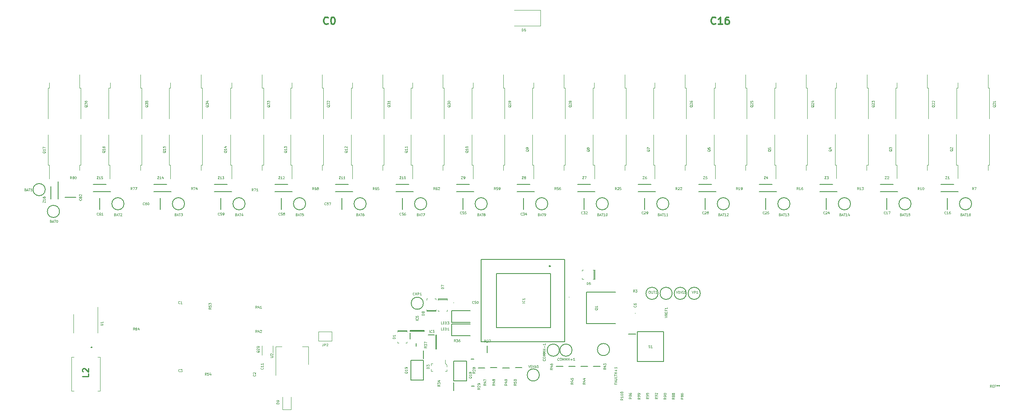
<source format=gbr>
%TF.GenerationSoftware,KiCad,Pcbnew,7.0.5*%
%TF.CreationDate,2024-10-03T13:21:03+03:00*%
%TF.ProjectId,pasive_balance_rev4,70617369-7665-45f6-9261-6c616e63655f,rev?*%
%TF.SameCoordinates,Original*%
%TF.FileFunction,Legend,Top*%
%TF.FilePolarity,Positive*%
%FSLAX46Y46*%
G04 Gerber Fmt 4.6, Leading zero omitted, Abs format (unit mm)*
G04 Created by KiCad (PCBNEW 7.0.5) date 2024-10-03 13:21:03*
%MOMM*%
%LPD*%
G01*
G04 APERTURE LIST*
%ADD10C,0.150000*%
%ADD11C,0.300000*%
%ADD12C,0.125000*%
%ADD13C,0.254000*%
%ADD14C,0.100000*%
%ADD15C,0.120000*%
%ADD16C,0.200000*%
%ADD17C,0.250000*%
G04 APERTURE END LIST*
D10*
X132572607Y-104262393D02*
X150098607Y-104262393D01*
X150098607Y-121534393D01*
X132572607Y-121534393D01*
X132572607Y-104262393D01*
D11*
X181751653Y-54775971D02*
X181680225Y-54847400D01*
X181680225Y-54847400D02*
X181465939Y-54918828D01*
X181465939Y-54918828D02*
X181323082Y-54918828D01*
X181323082Y-54918828D02*
X181108796Y-54847400D01*
X181108796Y-54847400D02*
X180965939Y-54704542D01*
X180965939Y-54704542D02*
X180894510Y-54561685D01*
X180894510Y-54561685D02*
X180823082Y-54275971D01*
X180823082Y-54275971D02*
X180823082Y-54061685D01*
X180823082Y-54061685D02*
X180894510Y-53775971D01*
X180894510Y-53775971D02*
X180965939Y-53633114D01*
X180965939Y-53633114D02*
X181108796Y-53490257D01*
X181108796Y-53490257D02*
X181323082Y-53418828D01*
X181323082Y-53418828D02*
X181465939Y-53418828D01*
X181465939Y-53418828D02*
X181680225Y-53490257D01*
X181680225Y-53490257D02*
X181751653Y-53561685D01*
X183180225Y-54918828D02*
X182323082Y-54918828D01*
X182751653Y-54918828D02*
X182751653Y-53418828D01*
X182751653Y-53418828D02*
X182608796Y-53633114D01*
X182608796Y-53633114D02*
X182465939Y-53775971D01*
X182465939Y-53775971D02*
X182323082Y-53847400D01*
X184465939Y-53418828D02*
X184180224Y-53418828D01*
X184180224Y-53418828D02*
X184037367Y-53490257D01*
X184037367Y-53490257D02*
X183965939Y-53561685D01*
X183965939Y-53561685D02*
X183823081Y-53775971D01*
X183823081Y-53775971D02*
X183751653Y-54061685D01*
X183751653Y-54061685D02*
X183751653Y-54633114D01*
X183751653Y-54633114D02*
X183823081Y-54775971D01*
X183823081Y-54775971D02*
X183894510Y-54847400D01*
X183894510Y-54847400D02*
X184037367Y-54918828D01*
X184037367Y-54918828D02*
X184323081Y-54918828D01*
X184323081Y-54918828D02*
X184465939Y-54847400D01*
X184465939Y-54847400D02*
X184537367Y-54775971D01*
X184537367Y-54775971D02*
X184608796Y-54633114D01*
X184608796Y-54633114D02*
X184608796Y-54275971D01*
X184608796Y-54275971D02*
X184537367Y-54133114D01*
X184537367Y-54133114D02*
X184465939Y-54061685D01*
X184465939Y-54061685D02*
X184323081Y-53990257D01*
X184323081Y-53990257D02*
X184037367Y-53990257D01*
X184037367Y-53990257D02*
X183894510Y-54061685D01*
X183894510Y-54061685D02*
X183823081Y-54133114D01*
X183823081Y-54133114D02*
X183751653Y-54275971D01*
X100471653Y-54775971D02*
X100400225Y-54847400D01*
X100400225Y-54847400D02*
X100185939Y-54918828D01*
X100185939Y-54918828D02*
X100043082Y-54918828D01*
X100043082Y-54918828D02*
X99828796Y-54847400D01*
X99828796Y-54847400D02*
X99685939Y-54704542D01*
X99685939Y-54704542D02*
X99614510Y-54561685D01*
X99614510Y-54561685D02*
X99543082Y-54275971D01*
X99543082Y-54275971D02*
X99543082Y-54061685D01*
X99543082Y-54061685D02*
X99614510Y-53775971D01*
X99614510Y-53775971D02*
X99685939Y-53633114D01*
X99685939Y-53633114D02*
X99828796Y-53490257D01*
X99828796Y-53490257D02*
X100043082Y-53418828D01*
X100043082Y-53418828D02*
X100185939Y-53418828D01*
X100185939Y-53418828D02*
X100400225Y-53490257D01*
X100400225Y-53490257D02*
X100471653Y-53561685D01*
X101400225Y-53418828D02*
X101543082Y-53418828D01*
X101543082Y-53418828D02*
X101685939Y-53490257D01*
X101685939Y-53490257D02*
X101757368Y-53561685D01*
X101757368Y-53561685D02*
X101828796Y-53704542D01*
X101828796Y-53704542D02*
X101900225Y-53990257D01*
X101900225Y-53990257D02*
X101900225Y-54347400D01*
X101900225Y-54347400D02*
X101828796Y-54633114D01*
X101828796Y-54633114D02*
X101757368Y-54775971D01*
X101757368Y-54775971D02*
X101685939Y-54847400D01*
X101685939Y-54847400D02*
X101543082Y-54918828D01*
X101543082Y-54918828D02*
X101400225Y-54918828D01*
X101400225Y-54918828D02*
X101257368Y-54847400D01*
X101257368Y-54847400D02*
X101185939Y-54775971D01*
X101185939Y-54775971D02*
X101114510Y-54633114D01*
X101114510Y-54633114D02*
X101043082Y-54347400D01*
X101043082Y-54347400D02*
X101043082Y-53990257D01*
X101043082Y-53990257D02*
X101114510Y-53704542D01*
X101114510Y-53704542D02*
X101185939Y-53561685D01*
X101185939Y-53561685D02*
X101257368Y-53490257D01*
X101257368Y-53490257D02*
X101400225Y-53418828D01*
D12*
%TO.C,R54*%
X74913371Y-128520209D02*
X74746705Y-128282114D01*
X74627657Y-128520209D02*
X74627657Y-128020209D01*
X74627657Y-128020209D02*
X74818133Y-128020209D01*
X74818133Y-128020209D02*
X74865752Y-128044019D01*
X74865752Y-128044019D02*
X74889562Y-128067828D01*
X74889562Y-128067828D02*
X74913371Y-128115447D01*
X74913371Y-128115447D02*
X74913371Y-128186876D01*
X74913371Y-128186876D02*
X74889562Y-128234495D01*
X74889562Y-128234495D02*
X74865752Y-128258304D01*
X74865752Y-128258304D02*
X74818133Y-128282114D01*
X74818133Y-128282114D02*
X74627657Y-128282114D01*
X75365752Y-128020209D02*
X75127657Y-128020209D01*
X75127657Y-128020209D02*
X75103848Y-128258304D01*
X75103848Y-128258304D02*
X75127657Y-128234495D01*
X75127657Y-128234495D02*
X75175276Y-128210685D01*
X75175276Y-128210685D02*
X75294324Y-128210685D01*
X75294324Y-128210685D02*
X75341943Y-128234495D01*
X75341943Y-128234495D02*
X75365752Y-128258304D01*
X75365752Y-128258304D02*
X75389562Y-128305923D01*
X75389562Y-128305923D02*
X75389562Y-128424971D01*
X75389562Y-128424971D02*
X75365752Y-128472590D01*
X75365752Y-128472590D02*
X75341943Y-128496400D01*
X75341943Y-128496400D02*
X75294324Y-128520209D01*
X75294324Y-128520209D02*
X75175276Y-128520209D01*
X75175276Y-128520209D02*
X75127657Y-128496400D01*
X75127657Y-128496400D02*
X75103848Y-128472590D01*
X75818133Y-128186876D02*
X75818133Y-128520209D01*
X75699085Y-127996400D02*
X75580038Y-128353542D01*
X75580038Y-128353542D02*
X75889561Y-128353542D01*
%TO.C,D8*%
X120620809Y-115939047D02*
X120120809Y-115939047D01*
X120120809Y-115939047D02*
X120120809Y-115819999D01*
X120120809Y-115819999D02*
X120144619Y-115748571D01*
X120144619Y-115748571D02*
X120192238Y-115700952D01*
X120192238Y-115700952D02*
X120239857Y-115677142D01*
X120239857Y-115677142D02*
X120335095Y-115653333D01*
X120335095Y-115653333D02*
X120406523Y-115653333D01*
X120406523Y-115653333D02*
X120501761Y-115677142D01*
X120501761Y-115677142D02*
X120549380Y-115700952D01*
X120549380Y-115700952D02*
X120597000Y-115748571D01*
X120597000Y-115748571D02*
X120620809Y-115819999D01*
X120620809Y-115819999D02*
X120620809Y-115939047D01*
X120335095Y-115367618D02*
X120311285Y-115415237D01*
X120311285Y-115415237D02*
X120287476Y-115439047D01*
X120287476Y-115439047D02*
X120239857Y-115462856D01*
X120239857Y-115462856D02*
X120216047Y-115462856D01*
X120216047Y-115462856D02*
X120168428Y-115439047D01*
X120168428Y-115439047D02*
X120144619Y-115415237D01*
X120144619Y-115415237D02*
X120120809Y-115367618D01*
X120120809Y-115367618D02*
X120120809Y-115272380D01*
X120120809Y-115272380D02*
X120144619Y-115224761D01*
X120144619Y-115224761D02*
X120168428Y-115200952D01*
X120168428Y-115200952D02*
X120216047Y-115177142D01*
X120216047Y-115177142D02*
X120239857Y-115177142D01*
X120239857Y-115177142D02*
X120287476Y-115200952D01*
X120287476Y-115200952D02*
X120311285Y-115224761D01*
X120311285Y-115224761D02*
X120335095Y-115272380D01*
X120335095Y-115272380D02*
X120335095Y-115367618D01*
X120335095Y-115367618D02*
X120358904Y-115415237D01*
X120358904Y-115415237D02*
X120382714Y-115439047D01*
X120382714Y-115439047D02*
X120430333Y-115462856D01*
X120430333Y-115462856D02*
X120525571Y-115462856D01*
X120525571Y-115462856D02*
X120573190Y-115439047D01*
X120573190Y-115439047D02*
X120597000Y-115415237D01*
X120597000Y-115415237D02*
X120620809Y-115367618D01*
X120620809Y-115367618D02*
X120620809Y-115272380D01*
X120620809Y-115272380D02*
X120597000Y-115224761D01*
X120597000Y-115224761D02*
X120573190Y-115200952D01*
X120573190Y-115200952D02*
X120525571Y-115177142D01*
X120525571Y-115177142D02*
X120430333Y-115177142D01*
X120430333Y-115177142D02*
X120382714Y-115200952D01*
X120382714Y-115200952D02*
X120358904Y-115224761D01*
X120358904Y-115224761D02*
X120335095Y-115272380D01*
%TO.C,R90*%
X171356002Y-133260035D02*
X171117907Y-133426701D01*
X171356002Y-133545749D02*
X170856002Y-133545749D01*
X170856002Y-133545749D02*
X170856002Y-133355273D01*
X170856002Y-133355273D02*
X170879812Y-133307654D01*
X170879812Y-133307654D02*
X170903621Y-133283844D01*
X170903621Y-133283844D02*
X170951240Y-133260035D01*
X170951240Y-133260035D02*
X171022669Y-133260035D01*
X171022669Y-133260035D02*
X171070288Y-133283844D01*
X171070288Y-133283844D02*
X171094097Y-133307654D01*
X171094097Y-133307654D02*
X171117907Y-133355273D01*
X171117907Y-133355273D02*
X171117907Y-133545749D01*
X171356002Y-133021939D02*
X171356002Y-132926701D01*
X171356002Y-132926701D02*
X171332193Y-132879082D01*
X171332193Y-132879082D02*
X171308383Y-132855273D01*
X171308383Y-132855273D02*
X171236954Y-132807654D01*
X171236954Y-132807654D02*
X171141716Y-132783844D01*
X171141716Y-132783844D02*
X170951240Y-132783844D01*
X170951240Y-132783844D02*
X170903621Y-132807654D01*
X170903621Y-132807654D02*
X170879812Y-132831463D01*
X170879812Y-132831463D02*
X170856002Y-132879082D01*
X170856002Y-132879082D02*
X170856002Y-132974320D01*
X170856002Y-132974320D02*
X170879812Y-133021939D01*
X170879812Y-133021939D02*
X170903621Y-133045749D01*
X170903621Y-133045749D02*
X170951240Y-133069558D01*
X170951240Y-133069558D02*
X171070288Y-133069558D01*
X171070288Y-133069558D02*
X171117907Y-133045749D01*
X171117907Y-133045749D02*
X171141716Y-133021939D01*
X171141716Y-133021939D02*
X171165526Y-132974320D01*
X171165526Y-132974320D02*
X171165526Y-132879082D01*
X171165526Y-132879082D02*
X171141716Y-132831463D01*
X171141716Y-132831463D02*
X171117907Y-132807654D01*
X171117907Y-132807654D02*
X171070288Y-132783844D01*
X170856002Y-132474321D02*
X170856002Y-132426702D01*
X170856002Y-132426702D02*
X170879812Y-132379083D01*
X170879812Y-132379083D02*
X170903621Y-132355273D01*
X170903621Y-132355273D02*
X170951240Y-132331464D01*
X170951240Y-132331464D02*
X171046478Y-132307654D01*
X171046478Y-132307654D02*
X171165526Y-132307654D01*
X171165526Y-132307654D02*
X171260764Y-132331464D01*
X171260764Y-132331464D02*
X171308383Y-132355273D01*
X171308383Y-132355273D02*
X171332193Y-132379083D01*
X171332193Y-132379083D02*
X171356002Y-132426702D01*
X171356002Y-132426702D02*
X171356002Y-132474321D01*
X171356002Y-132474321D02*
X171332193Y-132521940D01*
X171332193Y-132521940D02*
X171308383Y-132545749D01*
X171308383Y-132545749D02*
X171260764Y-132569559D01*
X171260764Y-132569559D02*
X171165526Y-132593368D01*
X171165526Y-132593368D02*
X171046478Y-132593368D01*
X171046478Y-132593368D02*
X170951240Y-132569559D01*
X170951240Y-132569559D02*
X170903621Y-132545749D01*
X170903621Y-132545749D02*
X170879812Y-132521940D01*
X170879812Y-132521940D02*
X170856002Y-132474321D01*
%TO.C,U1*%
X52705609Y-118095752D02*
X53110371Y-118095752D01*
X53110371Y-118095752D02*
X53157990Y-118071942D01*
X53157990Y-118071942D02*
X53181800Y-118048133D01*
X53181800Y-118048133D02*
X53205609Y-118000514D01*
X53205609Y-118000514D02*
X53205609Y-117905276D01*
X53205609Y-117905276D02*
X53181800Y-117857657D01*
X53181800Y-117857657D02*
X53157990Y-117833847D01*
X53157990Y-117833847D02*
X53110371Y-117810038D01*
X53110371Y-117810038D02*
X52705609Y-117810038D01*
X53205609Y-117310037D02*
X53205609Y-117595751D01*
X53205609Y-117452894D02*
X52705609Y-117452894D01*
X52705609Y-117452894D02*
X52777038Y-117500513D01*
X52777038Y-117500513D02*
X52824657Y-117548132D01*
X52824657Y-117548132D02*
X52848466Y-117595751D01*
%TO.C,R3*%
X164768659Y-111091202D02*
X164601993Y-110853107D01*
X164482945Y-111091202D02*
X164482945Y-110591202D01*
X164482945Y-110591202D02*
X164673421Y-110591202D01*
X164673421Y-110591202D02*
X164721040Y-110615012D01*
X164721040Y-110615012D02*
X164744850Y-110638821D01*
X164744850Y-110638821D02*
X164768659Y-110686440D01*
X164768659Y-110686440D02*
X164768659Y-110757869D01*
X164768659Y-110757869D02*
X164744850Y-110805488D01*
X164744850Y-110805488D02*
X164721040Y-110829297D01*
X164721040Y-110829297D02*
X164673421Y-110853107D01*
X164673421Y-110853107D02*
X164482945Y-110853107D01*
X164935326Y-110591202D02*
X165244850Y-110591202D01*
X165244850Y-110591202D02*
X165078183Y-110781678D01*
X165078183Y-110781678D02*
X165149612Y-110781678D01*
X165149612Y-110781678D02*
X165197231Y-110805488D01*
X165197231Y-110805488D02*
X165221040Y-110829297D01*
X165221040Y-110829297D02*
X165244850Y-110876916D01*
X165244850Y-110876916D02*
X165244850Y-110995964D01*
X165244850Y-110995964D02*
X165221040Y-111043583D01*
X165221040Y-111043583D02*
X165197231Y-111067393D01*
X165197231Y-111067393D02*
X165149612Y-111091202D01*
X165149612Y-111091202D02*
X165006755Y-111091202D01*
X165006755Y-111091202D02*
X164959136Y-111067393D01*
X164959136Y-111067393D02*
X164935326Y-111043583D01*
%TO.C,R19*%
X186368571Y-89632809D02*
X186201905Y-89394714D01*
X186082857Y-89632809D02*
X186082857Y-89132809D01*
X186082857Y-89132809D02*
X186273333Y-89132809D01*
X186273333Y-89132809D02*
X186320952Y-89156619D01*
X186320952Y-89156619D02*
X186344762Y-89180428D01*
X186344762Y-89180428D02*
X186368571Y-89228047D01*
X186368571Y-89228047D02*
X186368571Y-89299476D01*
X186368571Y-89299476D02*
X186344762Y-89347095D01*
X186344762Y-89347095D02*
X186320952Y-89370904D01*
X186320952Y-89370904D02*
X186273333Y-89394714D01*
X186273333Y-89394714D02*
X186082857Y-89394714D01*
X186844762Y-89632809D02*
X186559048Y-89632809D01*
X186701905Y-89632809D02*
X186701905Y-89132809D01*
X186701905Y-89132809D02*
X186654286Y-89204238D01*
X186654286Y-89204238D02*
X186606667Y-89251857D01*
X186606667Y-89251857D02*
X186559048Y-89275666D01*
X187082857Y-89632809D02*
X187178095Y-89632809D01*
X187178095Y-89632809D02*
X187225714Y-89609000D01*
X187225714Y-89609000D02*
X187249523Y-89585190D01*
X187249523Y-89585190D02*
X187297142Y-89513761D01*
X187297142Y-89513761D02*
X187320952Y-89418523D01*
X187320952Y-89418523D02*
X187320952Y-89228047D01*
X187320952Y-89228047D02*
X187297142Y-89180428D01*
X187297142Y-89180428D02*
X187273333Y-89156619D01*
X187273333Y-89156619D02*
X187225714Y-89132809D01*
X187225714Y-89132809D02*
X187130476Y-89132809D01*
X187130476Y-89132809D02*
X187082857Y-89156619D01*
X187082857Y-89156619D02*
X187059047Y-89180428D01*
X187059047Y-89180428D02*
X187035238Y-89228047D01*
X187035238Y-89228047D02*
X187035238Y-89347095D01*
X187035238Y-89347095D02*
X187059047Y-89394714D01*
X187059047Y-89394714D02*
X187082857Y-89418523D01*
X187082857Y-89418523D02*
X187130476Y-89442333D01*
X187130476Y-89442333D02*
X187225714Y-89442333D01*
X187225714Y-89442333D02*
X187273333Y-89418523D01*
X187273333Y-89418523D02*
X187297142Y-89394714D01*
X187297142Y-89394714D02*
X187320952Y-89347095D01*
%TO.C,IC1*%
X141687416Y-113386487D02*
X141187416Y-113386487D01*
X141639797Y-112862678D02*
X141663607Y-112886487D01*
X141663607Y-112886487D02*
X141687416Y-112957916D01*
X141687416Y-112957916D02*
X141687416Y-113005535D01*
X141687416Y-113005535D02*
X141663607Y-113076963D01*
X141663607Y-113076963D02*
X141615987Y-113124582D01*
X141615987Y-113124582D02*
X141568368Y-113148392D01*
X141568368Y-113148392D02*
X141473130Y-113172201D01*
X141473130Y-113172201D02*
X141401702Y-113172201D01*
X141401702Y-113172201D02*
X141306464Y-113148392D01*
X141306464Y-113148392D02*
X141258845Y-113124582D01*
X141258845Y-113124582D02*
X141211226Y-113076963D01*
X141211226Y-113076963D02*
X141187416Y-113005535D01*
X141187416Y-113005535D02*
X141187416Y-112957916D01*
X141187416Y-112957916D02*
X141211226Y-112886487D01*
X141211226Y-112886487D02*
X141235035Y-112862678D01*
X141687416Y-112386487D02*
X141687416Y-112672201D01*
X141687416Y-112529344D02*
X141187416Y-112529344D01*
X141187416Y-112529344D02*
X141258845Y-112576963D01*
X141258845Y-112576963D02*
X141306464Y-112624582D01*
X141306464Y-112624582D02*
X141330273Y-112672201D01*
%TO.C,U2*%
X88370809Y-124815152D02*
X88775571Y-124815152D01*
X88775571Y-124815152D02*
X88823190Y-124791342D01*
X88823190Y-124791342D02*
X88847000Y-124767533D01*
X88847000Y-124767533D02*
X88870809Y-124719914D01*
X88870809Y-124719914D02*
X88870809Y-124624676D01*
X88870809Y-124624676D02*
X88847000Y-124577057D01*
X88847000Y-124577057D02*
X88823190Y-124553247D01*
X88823190Y-124553247D02*
X88775571Y-124529438D01*
X88775571Y-124529438D02*
X88370809Y-124529438D01*
X88418428Y-124315151D02*
X88394619Y-124291342D01*
X88394619Y-124291342D02*
X88370809Y-124243723D01*
X88370809Y-124243723D02*
X88370809Y-124124675D01*
X88370809Y-124124675D02*
X88394619Y-124077056D01*
X88394619Y-124077056D02*
X88418428Y-124053247D01*
X88418428Y-124053247D02*
X88466047Y-124029437D01*
X88466047Y-124029437D02*
X88513666Y-124029437D01*
X88513666Y-124029437D02*
X88585095Y-124053247D01*
X88585095Y-124053247D02*
X88870809Y-124338961D01*
X88870809Y-124338961D02*
X88870809Y-124029437D01*
%TO.C,R16*%
X199068571Y-89632809D02*
X198901905Y-89394714D01*
X198782857Y-89632809D02*
X198782857Y-89132809D01*
X198782857Y-89132809D02*
X198973333Y-89132809D01*
X198973333Y-89132809D02*
X199020952Y-89156619D01*
X199020952Y-89156619D02*
X199044762Y-89180428D01*
X199044762Y-89180428D02*
X199068571Y-89228047D01*
X199068571Y-89228047D02*
X199068571Y-89299476D01*
X199068571Y-89299476D02*
X199044762Y-89347095D01*
X199044762Y-89347095D02*
X199020952Y-89370904D01*
X199020952Y-89370904D02*
X198973333Y-89394714D01*
X198973333Y-89394714D02*
X198782857Y-89394714D01*
X199544762Y-89632809D02*
X199259048Y-89632809D01*
X199401905Y-89632809D02*
X199401905Y-89132809D01*
X199401905Y-89132809D02*
X199354286Y-89204238D01*
X199354286Y-89204238D02*
X199306667Y-89251857D01*
X199306667Y-89251857D02*
X199259048Y-89275666D01*
X199973333Y-89132809D02*
X199878095Y-89132809D01*
X199878095Y-89132809D02*
X199830476Y-89156619D01*
X199830476Y-89156619D02*
X199806666Y-89180428D01*
X199806666Y-89180428D02*
X199759047Y-89251857D01*
X199759047Y-89251857D02*
X199735238Y-89347095D01*
X199735238Y-89347095D02*
X199735238Y-89537571D01*
X199735238Y-89537571D02*
X199759047Y-89585190D01*
X199759047Y-89585190D02*
X199782857Y-89609000D01*
X199782857Y-89609000D02*
X199830476Y-89632809D01*
X199830476Y-89632809D02*
X199925714Y-89632809D01*
X199925714Y-89632809D02*
X199973333Y-89609000D01*
X199973333Y-89609000D02*
X199997142Y-89585190D01*
X199997142Y-89585190D02*
X200020952Y-89537571D01*
X200020952Y-89537571D02*
X200020952Y-89418523D01*
X200020952Y-89418523D02*
X199997142Y-89370904D01*
X199997142Y-89370904D02*
X199973333Y-89347095D01*
X199973333Y-89347095D02*
X199925714Y-89323285D01*
X199925714Y-89323285D02*
X199830476Y-89323285D01*
X199830476Y-89323285D02*
X199782857Y-89347095D01*
X199782857Y-89347095D02*
X199759047Y-89370904D01*
X199759047Y-89370904D02*
X199735238Y-89418523D01*
%TO.C,R46*%
X147544809Y-127067428D02*
X147306714Y-127234094D01*
X147544809Y-127353142D02*
X147044809Y-127353142D01*
X147044809Y-127353142D02*
X147044809Y-127162666D01*
X147044809Y-127162666D02*
X147068619Y-127115047D01*
X147068619Y-127115047D02*
X147092428Y-127091237D01*
X147092428Y-127091237D02*
X147140047Y-127067428D01*
X147140047Y-127067428D02*
X147211476Y-127067428D01*
X147211476Y-127067428D02*
X147259095Y-127091237D01*
X147259095Y-127091237D02*
X147282904Y-127115047D01*
X147282904Y-127115047D02*
X147306714Y-127162666D01*
X147306714Y-127162666D02*
X147306714Y-127353142D01*
X147211476Y-126638856D02*
X147544809Y-126638856D01*
X147021000Y-126757904D02*
X147378142Y-126876951D01*
X147378142Y-126876951D02*
X147378142Y-126567428D01*
X147044809Y-126162666D02*
X147044809Y-126257904D01*
X147044809Y-126257904D02*
X147068619Y-126305523D01*
X147068619Y-126305523D02*
X147092428Y-126329333D01*
X147092428Y-126329333D02*
X147163857Y-126376952D01*
X147163857Y-126376952D02*
X147259095Y-126400761D01*
X147259095Y-126400761D02*
X147449571Y-126400761D01*
X147449571Y-126400761D02*
X147497190Y-126376952D01*
X147497190Y-126376952D02*
X147521000Y-126353142D01*
X147521000Y-126353142D02*
X147544809Y-126305523D01*
X147544809Y-126305523D02*
X147544809Y-126210285D01*
X147544809Y-126210285D02*
X147521000Y-126162666D01*
X147521000Y-126162666D02*
X147497190Y-126138857D01*
X147497190Y-126138857D02*
X147449571Y-126115047D01*
X147449571Y-126115047D02*
X147330523Y-126115047D01*
X147330523Y-126115047D02*
X147282904Y-126138857D01*
X147282904Y-126138857D02*
X147259095Y-126162666D01*
X147259095Y-126162666D02*
X147235285Y-126210285D01*
X147235285Y-126210285D02*
X147235285Y-126305523D01*
X147235285Y-126305523D02*
X147259095Y-126353142D01*
X147259095Y-126353142D02*
X147282904Y-126376952D01*
X147282904Y-126376952D02*
X147330523Y-126400761D01*
%TO.C,C55*%
X128456571Y-94665190D02*
X128432762Y-94689000D01*
X128432762Y-94689000D02*
X128361333Y-94712809D01*
X128361333Y-94712809D02*
X128313714Y-94712809D01*
X128313714Y-94712809D02*
X128242286Y-94689000D01*
X128242286Y-94689000D02*
X128194667Y-94641380D01*
X128194667Y-94641380D02*
X128170857Y-94593761D01*
X128170857Y-94593761D02*
X128147048Y-94498523D01*
X128147048Y-94498523D02*
X128147048Y-94427095D01*
X128147048Y-94427095D02*
X128170857Y-94331857D01*
X128170857Y-94331857D02*
X128194667Y-94284238D01*
X128194667Y-94284238D02*
X128242286Y-94236619D01*
X128242286Y-94236619D02*
X128313714Y-94212809D01*
X128313714Y-94212809D02*
X128361333Y-94212809D01*
X128361333Y-94212809D02*
X128432762Y-94236619D01*
X128432762Y-94236619D02*
X128456571Y-94260428D01*
X128908952Y-94212809D02*
X128670857Y-94212809D01*
X128670857Y-94212809D02*
X128647048Y-94450904D01*
X128647048Y-94450904D02*
X128670857Y-94427095D01*
X128670857Y-94427095D02*
X128718476Y-94403285D01*
X128718476Y-94403285D02*
X128837524Y-94403285D01*
X128837524Y-94403285D02*
X128885143Y-94427095D01*
X128885143Y-94427095D02*
X128908952Y-94450904D01*
X128908952Y-94450904D02*
X128932762Y-94498523D01*
X128932762Y-94498523D02*
X128932762Y-94617571D01*
X128932762Y-94617571D02*
X128908952Y-94665190D01*
X128908952Y-94665190D02*
X128885143Y-94689000D01*
X128885143Y-94689000D02*
X128837524Y-94712809D01*
X128837524Y-94712809D02*
X128718476Y-94712809D01*
X128718476Y-94712809D02*
X128670857Y-94689000D01*
X128670857Y-94689000D02*
X128647048Y-94665190D01*
X129385142Y-94212809D02*
X129147047Y-94212809D01*
X129147047Y-94212809D02*
X129123238Y-94450904D01*
X129123238Y-94450904D02*
X129147047Y-94427095D01*
X129147047Y-94427095D02*
X129194666Y-94403285D01*
X129194666Y-94403285D02*
X129313714Y-94403285D01*
X129313714Y-94403285D02*
X129361333Y-94427095D01*
X129361333Y-94427095D02*
X129385142Y-94450904D01*
X129385142Y-94450904D02*
X129408952Y-94498523D01*
X129408952Y-94498523D02*
X129408952Y-94617571D01*
X129408952Y-94617571D02*
X129385142Y-94665190D01*
X129385142Y-94665190D02*
X129361333Y-94689000D01*
X129361333Y-94689000D02*
X129313714Y-94712809D01*
X129313714Y-94712809D02*
X129194666Y-94712809D01*
X129194666Y-94712809D02*
X129147047Y-94689000D01*
X129147047Y-94689000D02*
X129123238Y-94665190D01*
%TO.C,JP2*%
X99405333Y-121920809D02*
X99405333Y-122277952D01*
X99405333Y-122277952D02*
X99381524Y-122349380D01*
X99381524Y-122349380D02*
X99333905Y-122397000D01*
X99333905Y-122397000D02*
X99262476Y-122420809D01*
X99262476Y-122420809D02*
X99214857Y-122420809D01*
X99643428Y-122420809D02*
X99643428Y-121920809D01*
X99643428Y-121920809D02*
X99833904Y-121920809D01*
X99833904Y-121920809D02*
X99881523Y-121944619D01*
X99881523Y-121944619D02*
X99905333Y-121968428D01*
X99905333Y-121968428D02*
X99929142Y-122016047D01*
X99929142Y-122016047D02*
X99929142Y-122087476D01*
X99929142Y-122087476D02*
X99905333Y-122135095D01*
X99905333Y-122135095D02*
X99881523Y-122158904D01*
X99881523Y-122158904D02*
X99833904Y-122182714D01*
X99833904Y-122182714D02*
X99643428Y-122182714D01*
X100119619Y-121968428D02*
X100143428Y-121944619D01*
X100143428Y-121944619D02*
X100191047Y-121920809D01*
X100191047Y-121920809D02*
X100310095Y-121920809D01*
X100310095Y-121920809D02*
X100357714Y-121944619D01*
X100357714Y-121944619D02*
X100381523Y-121968428D01*
X100381523Y-121968428D02*
X100405333Y-122016047D01*
X100405333Y-122016047D02*
X100405333Y-122063666D01*
X100405333Y-122063666D02*
X100381523Y-122135095D01*
X100381523Y-122135095D02*
X100095809Y-122420809D01*
X100095809Y-122420809D02*
X100405333Y-122420809D01*
%TO.C,R50*%
X139924809Y-130369428D02*
X139686714Y-130536094D01*
X139924809Y-130655142D02*
X139424809Y-130655142D01*
X139424809Y-130655142D02*
X139424809Y-130464666D01*
X139424809Y-130464666D02*
X139448619Y-130417047D01*
X139448619Y-130417047D02*
X139472428Y-130393237D01*
X139472428Y-130393237D02*
X139520047Y-130369428D01*
X139520047Y-130369428D02*
X139591476Y-130369428D01*
X139591476Y-130369428D02*
X139639095Y-130393237D01*
X139639095Y-130393237D02*
X139662904Y-130417047D01*
X139662904Y-130417047D02*
X139686714Y-130464666D01*
X139686714Y-130464666D02*
X139686714Y-130655142D01*
X139424809Y-129917047D02*
X139424809Y-130155142D01*
X139424809Y-130155142D02*
X139662904Y-130178951D01*
X139662904Y-130178951D02*
X139639095Y-130155142D01*
X139639095Y-130155142D02*
X139615285Y-130107523D01*
X139615285Y-130107523D02*
X139615285Y-129988475D01*
X139615285Y-129988475D02*
X139639095Y-129940856D01*
X139639095Y-129940856D02*
X139662904Y-129917047D01*
X139662904Y-129917047D02*
X139710523Y-129893237D01*
X139710523Y-129893237D02*
X139829571Y-129893237D01*
X139829571Y-129893237D02*
X139877190Y-129917047D01*
X139877190Y-129917047D02*
X139901000Y-129940856D01*
X139901000Y-129940856D02*
X139924809Y-129988475D01*
X139924809Y-129988475D02*
X139924809Y-130107523D01*
X139924809Y-130107523D02*
X139901000Y-130155142D01*
X139901000Y-130155142D02*
X139877190Y-130178951D01*
X139424809Y-129583714D02*
X139424809Y-129536095D01*
X139424809Y-129536095D02*
X139448619Y-129488476D01*
X139448619Y-129488476D02*
X139472428Y-129464666D01*
X139472428Y-129464666D02*
X139520047Y-129440857D01*
X139520047Y-129440857D02*
X139615285Y-129417047D01*
X139615285Y-129417047D02*
X139734333Y-129417047D01*
X139734333Y-129417047D02*
X139829571Y-129440857D01*
X139829571Y-129440857D02*
X139877190Y-129464666D01*
X139877190Y-129464666D02*
X139901000Y-129488476D01*
X139901000Y-129488476D02*
X139924809Y-129536095D01*
X139924809Y-129536095D02*
X139924809Y-129583714D01*
X139924809Y-129583714D02*
X139901000Y-129631333D01*
X139901000Y-129631333D02*
X139877190Y-129655142D01*
X139877190Y-129655142D02*
X139829571Y-129678952D01*
X139829571Y-129678952D02*
X139734333Y-129702761D01*
X139734333Y-129702761D02*
X139615285Y-129702761D01*
X139615285Y-129702761D02*
X139520047Y-129678952D01*
X139520047Y-129678952D02*
X139472428Y-129655142D01*
X139472428Y-129655142D02*
X139448619Y-129631333D01*
X139448619Y-129631333D02*
X139424809Y-129583714D01*
%TO.C,VREF1*%
X171085816Y-116482829D02*
X171585816Y-116316163D01*
X171585816Y-116316163D02*
X171085816Y-116149496D01*
X171585816Y-115697116D02*
X171347721Y-115863782D01*
X171585816Y-115982830D02*
X171085816Y-115982830D01*
X171085816Y-115982830D02*
X171085816Y-115792354D01*
X171085816Y-115792354D02*
X171109626Y-115744735D01*
X171109626Y-115744735D02*
X171133435Y-115720925D01*
X171133435Y-115720925D02*
X171181054Y-115697116D01*
X171181054Y-115697116D02*
X171252483Y-115697116D01*
X171252483Y-115697116D02*
X171300102Y-115720925D01*
X171300102Y-115720925D02*
X171323911Y-115744735D01*
X171323911Y-115744735D02*
X171347721Y-115792354D01*
X171347721Y-115792354D02*
X171347721Y-115982830D01*
X171323911Y-115482830D02*
X171323911Y-115316163D01*
X171585816Y-115244735D02*
X171585816Y-115482830D01*
X171585816Y-115482830D02*
X171085816Y-115482830D01*
X171085816Y-115482830D02*
X171085816Y-115244735D01*
X171323911Y-114863782D02*
X171323911Y-115030449D01*
X171585816Y-115030449D02*
X171085816Y-115030449D01*
X171085816Y-115030449D02*
X171085816Y-114792354D01*
X171585816Y-114339973D02*
X171585816Y-114625687D01*
X171585816Y-114482830D02*
X171085816Y-114482830D01*
X171085816Y-114482830D02*
X171157245Y-114530449D01*
X171157245Y-114530449D02*
X171204864Y-114578068D01*
X171204864Y-114578068D02*
X171228673Y-114625687D01*
%TO.C,IC3*%
X121685905Y-119604809D02*
X121685905Y-119104809D01*
X122209714Y-119557190D02*
X122185905Y-119581000D01*
X122185905Y-119581000D02*
X122114476Y-119604809D01*
X122114476Y-119604809D02*
X122066857Y-119604809D01*
X122066857Y-119604809D02*
X121995429Y-119581000D01*
X121995429Y-119581000D02*
X121947810Y-119533380D01*
X121947810Y-119533380D02*
X121924000Y-119485761D01*
X121924000Y-119485761D02*
X121900191Y-119390523D01*
X121900191Y-119390523D02*
X121900191Y-119319095D01*
X121900191Y-119319095D02*
X121924000Y-119223857D01*
X121924000Y-119223857D02*
X121947810Y-119176238D01*
X121947810Y-119176238D02*
X121995429Y-119128619D01*
X121995429Y-119128619D02*
X122066857Y-119104809D01*
X122066857Y-119104809D02*
X122114476Y-119104809D01*
X122114476Y-119104809D02*
X122185905Y-119128619D01*
X122185905Y-119128619D02*
X122209714Y-119152428D01*
X122376381Y-119104809D02*
X122685905Y-119104809D01*
X122685905Y-119104809D02*
X122519238Y-119295285D01*
X122519238Y-119295285D02*
X122590667Y-119295285D01*
X122590667Y-119295285D02*
X122638286Y-119319095D01*
X122638286Y-119319095D02*
X122662095Y-119342904D01*
X122662095Y-119342904D02*
X122685905Y-119390523D01*
X122685905Y-119390523D02*
X122685905Y-119509571D01*
X122685905Y-119509571D02*
X122662095Y-119557190D01*
X122662095Y-119557190D02*
X122638286Y-119581000D01*
X122638286Y-119581000D02*
X122590667Y-119604809D01*
X122590667Y-119604809D02*
X122447810Y-119604809D01*
X122447810Y-119604809D02*
X122400191Y-119581000D01*
X122400191Y-119581000D02*
X122376381Y-119557190D01*
%TO.C,R48*%
X135422302Y-130369428D02*
X135184207Y-130536094D01*
X135422302Y-130655142D02*
X134922302Y-130655142D01*
X134922302Y-130655142D02*
X134922302Y-130464666D01*
X134922302Y-130464666D02*
X134946112Y-130417047D01*
X134946112Y-130417047D02*
X134969921Y-130393237D01*
X134969921Y-130393237D02*
X135017540Y-130369428D01*
X135017540Y-130369428D02*
X135088969Y-130369428D01*
X135088969Y-130369428D02*
X135136588Y-130393237D01*
X135136588Y-130393237D02*
X135160397Y-130417047D01*
X135160397Y-130417047D02*
X135184207Y-130464666D01*
X135184207Y-130464666D02*
X135184207Y-130655142D01*
X135088969Y-129940856D02*
X135422302Y-129940856D01*
X134898493Y-130059904D02*
X135255635Y-130178951D01*
X135255635Y-130178951D02*
X135255635Y-129869428D01*
X135136588Y-129607523D02*
X135112778Y-129655142D01*
X135112778Y-129655142D02*
X135088969Y-129678952D01*
X135088969Y-129678952D02*
X135041350Y-129702761D01*
X135041350Y-129702761D02*
X135017540Y-129702761D01*
X135017540Y-129702761D02*
X134969921Y-129678952D01*
X134969921Y-129678952D02*
X134946112Y-129655142D01*
X134946112Y-129655142D02*
X134922302Y-129607523D01*
X134922302Y-129607523D02*
X134922302Y-129512285D01*
X134922302Y-129512285D02*
X134946112Y-129464666D01*
X134946112Y-129464666D02*
X134969921Y-129440857D01*
X134969921Y-129440857D02*
X135017540Y-129417047D01*
X135017540Y-129417047D02*
X135041350Y-129417047D01*
X135041350Y-129417047D02*
X135088969Y-129440857D01*
X135088969Y-129440857D02*
X135112778Y-129464666D01*
X135112778Y-129464666D02*
X135136588Y-129512285D01*
X135136588Y-129512285D02*
X135136588Y-129607523D01*
X135136588Y-129607523D02*
X135160397Y-129655142D01*
X135160397Y-129655142D02*
X135184207Y-129678952D01*
X135184207Y-129678952D02*
X135231826Y-129702761D01*
X135231826Y-129702761D02*
X135327064Y-129702761D01*
X135327064Y-129702761D02*
X135374683Y-129678952D01*
X135374683Y-129678952D02*
X135398493Y-129655142D01*
X135398493Y-129655142D02*
X135422302Y-129607523D01*
X135422302Y-129607523D02*
X135422302Y-129512285D01*
X135422302Y-129512285D02*
X135398493Y-129464666D01*
X135398493Y-129464666D02*
X135374683Y-129440857D01*
X135374683Y-129440857D02*
X135327064Y-129417047D01*
X135327064Y-129417047D02*
X135231826Y-129417047D01*
X135231826Y-129417047D02*
X135184207Y-129440857D01*
X135184207Y-129440857D02*
X135160397Y-129464666D01*
X135160397Y-129464666D02*
X135136588Y-129512285D01*
%TO.C,Z6*%
X166457845Y-86846809D02*
X166791178Y-86846809D01*
X166791178Y-86846809D02*
X166457845Y-87346809D01*
X166457845Y-87346809D02*
X166791178Y-87346809D01*
X167195940Y-86846809D02*
X167100702Y-86846809D01*
X167100702Y-86846809D02*
X167053083Y-86870619D01*
X167053083Y-86870619D02*
X167029273Y-86894428D01*
X167029273Y-86894428D02*
X166981654Y-86965857D01*
X166981654Y-86965857D02*
X166957845Y-87061095D01*
X166957845Y-87061095D02*
X166957845Y-87251571D01*
X166957845Y-87251571D02*
X166981654Y-87299190D01*
X166981654Y-87299190D02*
X167005464Y-87323000D01*
X167005464Y-87323000D02*
X167053083Y-87346809D01*
X167053083Y-87346809D02*
X167148321Y-87346809D01*
X167148321Y-87346809D02*
X167195940Y-87323000D01*
X167195940Y-87323000D02*
X167219749Y-87299190D01*
X167219749Y-87299190D02*
X167243559Y-87251571D01*
X167243559Y-87251571D02*
X167243559Y-87132523D01*
X167243559Y-87132523D02*
X167219749Y-87084904D01*
X167219749Y-87084904D02*
X167195940Y-87061095D01*
X167195940Y-87061095D02*
X167148321Y-87037285D01*
X167148321Y-87037285D02*
X167053083Y-87037285D01*
X167053083Y-87037285D02*
X167005464Y-87061095D01*
X167005464Y-87061095D02*
X166981654Y-87084904D01*
X166981654Y-87084904D02*
X166957845Y-87132523D01*
%TO.C,R34*%
X123922809Y-130554621D02*
X123684714Y-130721287D01*
X123922809Y-130840335D02*
X123422809Y-130840335D01*
X123422809Y-130840335D02*
X123422809Y-130649859D01*
X123422809Y-130649859D02*
X123446619Y-130602240D01*
X123446619Y-130602240D02*
X123470428Y-130578430D01*
X123470428Y-130578430D02*
X123518047Y-130554621D01*
X123518047Y-130554621D02*
X123589476Y-130554621D01*
X123589476Y-130554621D02*
X123637095Y-130578430D01*
X123637095Y-130578430D02*
X123660904Y-130602240D01*
X123660904Y-130602240D02*
X123684714Y-130649859D01*
X123684714Y-130649859D02*
X123684714Y-130840335D01*
X123422809Y-130387954D02*
X123422809Y-130078430D01*
X123422809Y-130078430D02*
X123613285Y-130245097D01*
X123613285Y-130245097D02*
X123613285Y-130173668D01*
X123613285Y-130173668D02*
X123637095Y-130126049D01*
X123637095Y-130126049D02*
X123660904Y-130102240D01*
X123660904Y-130102240D02*
X123708523Y-130078430D01*
X123708523Y-130078430D02*
X123827571Y-130078430D01*
X123827571Y-130078430D02*
X123875190Y-130102240D01*
X123875190Y-130102240D02*
X123899000Y-130126049D01*
X123899000Y-130126049D02*
X123922809Y-130173668D01*
X123922809Y-130173668D02*
X123922809Y-130316525D01*
X123922809Y-130316525D02*
X123899000Y-130364144D01*
X123899000Y-130364144D02*
X123875190Y-130387954D01*
X123589476Y-129649859D02*
X123922809Y-129649859D01*
X123399000Y-129768907D02*
X123756142Y-129887954D01*
X123756142Y-129887954D02*
X123756142Y-129578431D01*
%TO.C,C25*%
X191956571Y-94665190D02*
X191932762Y-94689000D01*
X191932762Y-94689000D02*
X191861333Y-94712809D01*
X191861333Y-94712809D02*
X191813714Y-94712809D01*
X191813714Y-94712809D02*
X191742286Y-94689000D01*
X191742286Y-94689000D02*
X191694667Y-94641380D01*
X191694667Y-94641380D02*
X191670857Y-94593761D01*
X191670857Y-94593761D02*
X191647048Y-94498523D01*
X191647048Y-94498523D02*
X191647048Y-94427095D01*
X191647048Y-94427095D02*
X191670857Y-94331857D01*
X191670857Y-94331857D02*
X191694667Y-94284238D01*
X191694667Y-94284238D02*
X191742286Y-94236619D01*
X191742286Y-94236619D02*
X191813714Y-94212809D01*
X191813714Y-94212809D02*
X191861333Y-94212809D01*
X191861333Y-94212809D02*
X191932762Y-94236619D01*
X191932762Y-94236619D02*
X191956571Y-94260428D01*
X192147048Y-94260428D02*
X192170857Y-94236619D01*
X192170857Y-94236619D02*
X192218476Y-94212809D01*
X192218476Y-94212809D02*
X192337524Y-94212809D01*
X192337524Y-94212809D02*
X192385143Y-94236619D01*
X192385143Y-94236619D02*
X192408952Y-94260428D01*
X192408952Y-94260428D02*
X192432762Y-94308047D01*
X192432762Y-94308047D02*
X192432762Y-94355666D01*
X192432762Y-94355666D02*
X192408952Y-94427095D01*
X192408952Y-94427095D02*
X192123238Y-94712809D01*
X192123238Y-94712809D02*
X192432762Y-94712809D01*
X192885142Y-94212809D02*
X192647047Y-94212809D01*
X192647047Y-94212809D02*
X192623238Y-94450904D01*
X192623238Y-94450904D02*
X192647047Y-94427095D01*
X192647047Y-94427095D02*
X192694666Y-94403285D01*
X192694666Y-94403285D02*
X192813714Y-94403285D01*
X192813714Y-94403285D02*
X192861333Y-94427095D01*
X192861333Y-94427095D02*
X192885142Y-94450904D01*
X192885142Y-94450904D02*
X192908952Y-94498523D01*
X192908952Y-94498523D02*
X192908952Y-94617571D01*
X192908952Y-94617571D02*
X192885142Y-94665190D01*
X192885142Y-94665190D02*
X192861333Y-94689000D01*
X192861333Y-94689000D02*
X192813714Y-94712809D01*
X192813714Y-94712809D02*
X192694666Y-94712809D01*
X192694666Y-94712809D02*
X192647047Y-94689000D01*
X192647047Y-94689000D02*
X192623238Y-94665190D01*
%TO.C,C59*%
X77656571Y-94919190D02*
X77632762Y-94943000D01*
X77632762Y-94943000D02*
X77561333Y-94966809D01*
X77561333Y-94966809D02*
X77513714Y-94966809D01*
X77513714Y-94966809D02*
X77442286Y-94943000D01*
X77442286Y-94943000D02*
X77394667Y-94895380D01*
X77394667Y-94895380D02*
X77370857Y-94847761D01*
X77370857Y-94847761D02*
X77347048Y-94752523D01*
X77347048Y-94752523D02*
X77347048Y-94681095D01*
X77347048Y-94681095D02*
X77370857Y-94585857D01*
X77370857Y-94585857D02*
X77394667Y-94538238D01*
X77394667Y-94538238D02*
X77442286Y-94490619D01*
X77442286Y-94490619D02*
X77513714Y-94466809D01*
X77513714Y-94466809D02*
X77561333Y-94466809D01*
X77561333Y-94466809D02*
X77632762Y-94490619D01*
X77632762Y-94490619D02*
X77656571Y-94514428D01*
X78108952Y-94466809D02*
X77870857Y-94466809D01*
X77870857Y-94466809D02*
X77847048Y-94704904D01*
X77847048Y-94704904D02*
X77870857Y-94681095D01*
X77870857Y-94681095D02*
X77918476Y-94657285D01*
X77918476Y-94657285D02*
X78037524Y-94657285D01*
X78037524Y-94657285D02*
X78085143Y-94681095D01*
X78085143Y-94681095D02*
X78108952Y-94704904D01*
X78108952Y-94704904D02*
X78132762Y-94752523D01*
X78132762Y-94752523D02*
X78132762Y-94871571D01*
X78132762Y-94871571D02*
X78108952Y-94919190D01*
X78108952Y-94919190D02*
X78085143Y-94943000D01*
X78085143Y-94943000D02*
X78037524Y-94966809D01*
X78037524Y-94966809D02*
X77918476Y-94966809D01*
X77918476Y-94966809D02*
X77870857Y-94943000D01*
X77870857Y-94943000D02*
X77847048Y-94919190D01*
X78370857Y-94966809D02*
X78466095Y-94966809D01*
X78466095Y-94966809D02*
X78513714Y-94943000D01*
X78513714Y-94943000D02*
X78537523Y-94919190D01*
X78537523Y-94919190D02*
X78585142Y-94847761D01*
X78585142Y-94847761D02*
X78608952Y-94752523D01*
X78608952Y-94752523D02*
X78608952Y-94562047D01*
X78608952Y-94562047D02*
X78585142Y-94514428D01*
X78585142Y-94514428D02*
X78561333Y-94490619D01*
X78561333Y-94490619D02*
X78513714Y-94466809D01*
X78513714Y-94466809D02*
X78418476Y-94466809D01*
X78418476Y-94466809D02*
X78370857Y-94490619D01*
X78370857Y-94490619D02*
X78347047Y-94514428D01*
X78347047Y-94514428D02*
X78323238Y-94562047D01*
X78323238Y-94562047D02*
X78323238Y-94681095D01*
X78323238Y-94681095D02*
X78347047Y-94728714D01*
X78347047Y-94728714D02*
X78370857Y-94752523D01*
X78370857Y-94752523D02*
X78418476Y-94776333D01*
X78418476Y-94776333D02*
X78513714Y-94776333D01*
X78513714Y-94776333D02*
X78561333Y-94752523D01*
X78561333Y-94752523D02*
X78585142Y-94728714D01*
X78585142Y-94728714D02*
X78608952Y-94681095D01*
%TO.C,Q20*%
X86019028Y-123389314D02*
X85995219Y-123436933D01*
X85995219Y-123436933D02*
X85947600Y-123484552D01*
X85947600Y-123484552D02*
X85876171Y-123555980D01*
X85876171Y-123555980D02*
X85852361Y-123603599D01*
X85852361Y-123603599D02*
X85852361Y-123651218D01*
X85971409Y-123627409D02*
X85947600Y-123675028D01*
X85947600Y-123675028D02*
X85899980Y-123722647D01*
X85899980Y-123722647D02*
X85804742Y-123746456D01*
X85804742Y-123746456D02*
X85638076Y-123746456D01*
X85638076Y-123746456D02*
X85542838Y-123722647D01*
X85542838Y-123722647D02*
X85495219Y-123675028D01*
X85495219Y-123675028D02*
X85471409Y-123627409D01*
X85471409Y-123627409D02*
X85471409Y-123532171D01*
X85471409Y-123532171D02*
X85495219Y-123484552D01*
X85495219Y-123484552D02*
X85542838Y-123436933D01*
X85542838Y-123436933D02*
X85638076Y-123413123D01*
X85638076Y-123413123D02*
X85804742Y-123413123D01*
X85804742Y-123413123D02*
X85899980Y-123436933D01*
X85899980Y-123436933D02*
X85947600Y-123484552D01*
X85947600Y-123484552D02*
X85971409Y-123532171D01*
X85971409Y-123532171D02*
X85971409Y-123627409D01*
X85519028Y-123222646D02*
X85495219Y-123198837D01*
X85495219Y-123198837D02*
X85471409Y-123151218D01*
X85471409Y-123151218D02*
X85471409Y-123032170D01*
X85471409Y-123032170D02*
X85495219Y-122984551D01*
X85495219Y-122984551D02*
X85519028Y-122960742D01*
X85519028Y-122960742D02*
X85566647Y-122936932D01*
X85566647Y-122936932D02*
X85614266Y-122936932D01*
X85614266Y-122936932D02*
X85685695Y-122960742D01*
X85685695Y-122960742D02*
X85971409Y-123246456D01*
X85971409Y-123246456D02*
X85971409Y-122936932D01*
X85471409Y-122627409D02*
X85471409Y-122579790D01*
X85471409Y-122579790D02*
X85495219Y-122532171D01*
X85495219Y-122532171D02*
X85519028Y-122508361D01*
X85519028Y-122508361D02*
X85566647Y-122484552D01*
X85566647Y-122484552D02*
X85661885Y-122460742D01*
X85661885Y-122460742D02*
X85780933Y-122460742D01*
X85780933Y-122460742D02*
X85876171Y-122484552D01*
X85876171Y-122484552D02*
X85923790Y-122508361D01*
X85923790Y-122508361D02*
X85947600Y-122532171D01*
X85947600Y-122532171D02*
X85971409Y-122579790D01*
X85971409Y-122579790D02*
X85971409Y-122627409D01*
X85971409Y-122627409D02*
X85947600Y-122675028D01*
X85947600Y-122675028D02*
X85923790Y-122698837D01*
X85923790Y-122698837D02*
X85876171Y-122722647D01*
X85876171Y-122722647D02*
X85780933Y-122746456D01*
X85780933Y-122746456D02*
X85661885Y-122746456D01*
X85661885Y-122746456D02*
X85566647Y-122722647D01*
X85566647Y-122722647D02*
X85519028Y-122698837D01*
X85519028Y-122698837D02*
X85495219Y-122675028D01*
X85495219Y-122675028D02*
X85471409Y-122627409D01*
%TO.C,Q17*%
X41166428Y-81565714D02*
X41142619Y-81613333D01*
X41142619Y-81613333D02*
X41095000Y-81660952D01*
X41095000Y-81660952D02*
X41023571Y-81732380D01*
X41023571Y-81732380D02*
X40999761Y-81779999D01*
X40999761Y-81779999D02*
X40999761Y-81827618D01*
X41118809Y-81803809D02*
X41095000Y-81851428D01*
X41095000Y-81851428D02*
X41047380Y-81899047D01*
X41047380Y-81899047D02*
X40952142Y-81922856D01*
X40952142Y-81922856D02*
X40785476Y-81922856D01*
X40785476Y-81922856D02*
X40690238Y-81899047D01*
X40690238Y-81899047D02*
X40642619Y-81851428D01*
X40642619Y-81851428D02*
X40618809Y-81803809D01*
X40618809Y-81803809D02*
X40618809Y-81708571D01*
X40618809Y-81708571D02*
X40642619Y-81660952D01*
X40642619Y-81660952D02*
X40690238Y-81613333D01*
X40690238Y-81613333D02*
X40785476Y-81589523D01*
X40785476Y-81589523D02*
X40952142Y-81589523D01*
X40952142Y-81589523D02*
X41047380Y-81613333D01*
X41047380Y-81613333D02*
X41095000Y-81660952D01*
X41095000Y-81660952D02*
X41118809Y-81708571D01*
X41118809Y-81708571D02*
X41118809Y-81803809D01*
X41118809Y-81113332D02*
X41118809Y-81399046D01*
X41118809Y-81256189D02*
X40618809Y-81256189D01*
X40618809Y-81256189D02*
X40690238Y-81303808D01*
X40690238Y-81303808D02*
X40737857Y-81351427D01*
X40737857Y-81351427D02*
X40761666Y-81399046D01*
X40618809Y-80946666D02*
X40618809Y-80613333D01*
X40618809Y-80613333D02*
X41118809Y-80827618D01*
%TO.C,R62*%
X122868571Y-89632809D02*
X122701905Y-89394714D01*
X122582857Y-89632809D02*
X122582857Y-89132809D01*
X122582857Y-89132809D02*
X122773333Y-89132809D01*
X122773333Y-89132809D02*
X122820952Y-89156619D01*
X122820952Y-89156619D02*
X122844762Y-89180428D01*
X122844762Y-89180428D02*
X122868571Y-89228047D01*
X122868571Y-89228047D02*
X122868571Y-89299476D01*
X122868571Y-89299476D02*
X122844762Y-89347095D01*
X122844762Y-89347095D02*
X122820952Y-89370904D01*
X122820952Y-89370904D02*
X122773333Y-89394714D01*
X122773333Y-89394714D02*
X122582857Y-89394714D01*
X123297143Y-89132809D02*
X123201905Y-89132809D01*
X123201905Y-89132809D02*
X123154286Y-89156619D01*
X123154286Y-89156619D02*
X123130476Y-89180428D01*
X123130476Y-89180428D02*
X123082857Y-89251857D01*
X123082857Y-89251857D02*
X123059048Y-89347095D01*
X123059048Y-89347095D02*
X123059048Y-89537571D01*
X123059048Y-89537571D02*
X123082857Y-89585190D01*
X123082857Y-89585190D02*
X123106667Y-89609000D01*
X123106667Y-89609000D02*
X123154286Y-89632809D01*
X123154286Y-89632809D02*
X123249524Y-89632809D01*
X123249524Y-89632809D02*
X123297143Y-89609000D01*
X123297143Y-89609000D02*
X123320952Y-89585190D01*
X123320952Y-89585190D02*
X123344762Y-89537571D01*
X123344762Y-89537571D02*
X123344762Y-89418523D01*
X123344762Y-89418523D02*
X123320952Y-89370904D01*
X123320952Y-89370904D02*
X123297143Y-89347095D01*
X123297143Y-89347095D02*
X123249524Y-89323285D01*
X123249524Y-89323285D02*
X123154286Y-89323285D01*
X123154286Y-89323285D02*
X123106667Y-89347095D01*
X123106667Y-89347095D02*
X123082857Y-89370904D01*
X123082857Y-89370904D02*
X123059048Y-89418523D01*
X123535238Y-89180428D02*
X123559047Y-89156619D01*
X123559047Y-89156619D02*
X123606666Y-89132809D01*
X123606666Y-89132809D02*
X123725714Y-89132809D01*
X123725714Y-89132809D02*
X123773333Y-89156619D01*
X123773333Y-89156619D02*
X123797142Y-89180428D01*
X123797142Y-89180428D02*
X123820952Y-89228047D01*
X123820952Y-89228047D02*
X123820952Y-89275666D01*
X123820952Y-89275666D02*
X123797142Y-89347095D01*
X123797142Y-89347095D02*
X123511428Y-89632809D01*
X123511428Y-89632809D02*
X123820952Y-89632809D01*
%TO.C,Q29*%
X138832628Y-71899114D02*
X138808819Y-71946733D01*
X138808819Y-71946733D02*
X138761200Y-71994352D01*
X138761200Y-71994352D02*
X138689771Y-72065780D01*
X138689771Y-72065780D02*
X138665961Y-72113399D01*
X138665961Y-72113399D02*
X138665961Y-72161018D01*
X138785009Y-72137209D02*
X138761200Y-72184828D01*
X138761200Y-72184828D02*
X138713580Y-72232447D01*
X138713580Y-72232447D02*
X138618342Y-72256256D01*
X138618342Y-72256256D02*
X138451676Y-72256256D01*
X138451676Y-72256256D02*
X138356438Y-72232447D01*
X138356438Y-72232447D02*
X138308819Y-72184828D01*
X138308819Y-72184828D02*
X138285009Y-72137209D01*
X138285009Y-72137209D02*
X138285009Y-72041971D01*
X138285009Y-72041971D02*
X138308819Y-71994352D01*
X138308819Y-71994352D02*
X138356438Y-71946733D01*
X138356438Y-71946733D02*
X138451676Y-71922923D01*
X138451676Y-71922923D02*
X138618342Y-71922923D01*
X138618342Y-71922923D02*
X138713580Y-71946733D01*
X138713580Y-71946733D02*
X138761200Y-71994352D01*
X138761200Y-71994352D02*
X138785009Y-72041971D01*
X138785009Y-72041971D02*
X138785009Y-72137209D01*
X138332628Y-71732446D02*
X138308819Y-71708637D01*
X138308819Y-71708637D02*
X138285009Y-71661018D01*
X138285009Y-71661018D02*
X138285009Y-71541970D01*
X138285009Y-71541970D02*
X138308819Y-71494351D01*
X138308819Y-71494351D02*
X138332628Y-71470542D01*
X138332628Y-71470542D02*
X138380247Y-71446732D01*
X138380247Y-71446732D02*
X138427866Y-71446732D01*
X138427866Y-71446732D02*
X138499295Y-71470542D01*
X138499295Y-71470542D02*
X138785009Y-71756256D01*
X138785009Y-71756256D02*
X138785009Y-71446732D01*
X138785009Y-71208637D02*
X138785009Y-71113399D01*
X138785009Y-71113399D02*
X138761200Y-71065780D01*
X138761200Y-71065780D02*
X138737390Y-71041971D01*
X138737390Y-71041971D02*
X138665961Y-70994352D01*
X138665961Y-70994352D02*
X138570723Y-70970542D01*
X138570723Y-70970542D02*
X138380247Y-70970542D01*
X138380247Y-70970542D02*
X138332628Y-70994352D01*
X138332628Y-70994352D02*
X138308819Y-71018161D01*
X138308819Y-71018161D02*
X138285009Y-71065780D01*
X138285009Y-71065780D02*
X138285009Y-71161018D01*
X138285009Y-71161018D02*
X138308819Y-71208637D01*
X138308819Y-71208637D02*
X138332628Y-71232447D01*
X138332628Y-71232447D02*
X138380247Y-71256256D01*
X138380247Y-71256256D02*
X138499295Y-71256256D01*
X138499295Y-71256256D02*
X138546914Y-71232447D01*
X138546914Y-71232447D02*
X138570723Y-71208637D01*
X138570723Y-71208637D02*
X138594533Y-71161018D01*
X138594533Y-71161018D02*
X138594533Y-71065780D01*
X138594533Y-71065780D02*
X138570723Y-71018161D01*
X138570723Y-71018161D02*
X138546914Y-70994352D01*
X138546914Y-70994352D02*
X138499295Y-70970542D01*
%TO.C,R68*%
X97453178Y-89632809D02*
X97286512Y-89394714D01*
X97167464Y-89632809D02*
X97167464Y-89132809D01*
X97167464Y-89132809D02*
X97357940Y-89132809D01*
X97357940Y-89132809D02*
X97405559Y-89156619D01*
X97405559Y-89156619D02*
X97429369Y-89180428D01*
X97429369Y-89180428D02*
X97453178Y-89228047D01*
X97453178Y-89228047D02*
X97453178Y-89299476D01*
X97453178Y-89299476D02*
X97429369Y-89347095D01*
X97429369Y-89347095D02*
X97405559Y-89370904D01*
X97405559Y-89370904D02*
X97357940Y-89394714D01*
X97357940Y-89394714D02*
X97167464Y-89394714D01*
X97881750Y-89132809D02*
X97786512Y-89132809D01*
X97786512Y-89132809D02*
X97738893Y-89156619D01*
X97738893Y-89156619D02*
X97715083Y-89180428D01*
X97715083Y-89180428D02*
X97667464Y-89251857D01*
X97667464Y-89251857D02*
X97643655Y-89347095D01*
X97643655Y-89347095D02*
X97643655Y-89537571D01*
X97643655Y-89537571D02*
X97667464Y-89585190D01*
X97667464Y-89585190D02*
X97691274Y-89609000D01*
X97691274Y-89609000D02*
X97738893Y-89632809D01*
X97738893Y-89632809D02*
X97834131Y-89632809D01*
X97834131Y-89632809D02*
X97881750Y-89609000D01*
X97881750Y-89609000D02*
X97905559Y-89585190D01*
X97905559Y-89585190D02*
X97929369Y-89537571D01*
X97929369Y-89537571D02*
X97929369Y-89418523D01*
X97929369Y-89418523D02*
X97905559Y-89370904D01*
X97905559Y-89370904D02*
X97881750Y-89347095D01*
X97881750Y-89347095D02*
X97834131Y-89323285D01*
X97834131Y-89323285D02*
X97738893Y-89323285D01*
X97738893Y-89323285D02*
X97691274Y-89347095D01*
X97691274Y-89347095D02*
X97667464Y-89370904D01*
X97667464Y-89370904D02*
X97643655Y-89418523D01*
X98215083Y-89347095D02*
X98167464Y-89323285D01*
X98167464Y-89323285D02*
X98143654Y-89299476D01*
X98143654Y-89299476D02*
X98119845Y-89251857D01*
X98119845Y-89251857D02*
X98119845Y-89228047D01*
X98119845Y-89228047D02*
X98143654Y-89180428D01*
X98143654Y-89180428D02*
X98167464Y-89156619D01*
X98167464Y-89156619D02*
X98215083Y-89132809D01*
X98215083Y-89132809D02*
X98310321Y-89132809D01*
X98310321Y-89132809D02*
X98357940Y-89156619D01*
X98357940Y-89156619D02*
X98381749Y-89180428D01*
X98381749Y-89180428D02*
X98405559Y-89228047D01*
X98405559Y-89228047D02*
X98405559Y-89251857D01*
X98405559Y-89251857D02*
X98381749Y-89299476D01*
X98381749Y-89299476D02*
X98357940Y-89323285D01*
X98357940Y-89323285D02*
X98310321Y-89347095D01*
X98310321Y-89347095D02*
X98215083Y-89347095D01*
X98215083Y-89347095D02*
X98167464Y-89370904D01*
X98167464Y-89370904D02*
X98143654Y-89394714D01*
X98143654Y-89394714D02*
X98119845Y-89442333D01*
X98119845Y-89442333D02*
X98119845Y-89537571D01*
X98119845Y-89537571D02*
X98143654Y-89585190D01*
X98143654Y-89585190D02*
X98167464Y-89609000D01*
X98167464Y-89609000D02*
X98215083Y-89632809D01*
X98215083Y-89632809D02*
X98310321Y-89632809D01*
X98310321Y-89632809D02*
X98357940Y-89609000D01*
X98357940Y-89609000D02*
X98381749Y-89585190D01*
X98381749Y-89585190D02*
X98405559Y-89537571D01*
X98405559Y-89537571D02*
X98405559Y-89442333D01*
X98405559Y-89442333D02*
X98381749Y-89394714D01*
X98381749Y-89394714D02*
X98357940Y-89370904D01*
X98357940Y-89370904D02*
X98310321Y-89347095D01*
%TO.C,R22*%
X173665178Y-89632809D02*
X173498512Y-89394714D01*
X173379464Y-89632809D02*
X173379464Y-89132809D01*
X173379464Y-89132809D02*
X173569940Y-89132809D01*
X173569940Y-89132809D02*
X173617559Y-89156619D01*
X173617559Y-89156619D02*
X173641369Y-89180428D01*
X173641369Y-89180428D02*
X173665178Y-89228047D01*
X173665178Y-89228047D02*
X173665178Y-89299476D01*
X173665178Y-89299476D02*
X173641369Y-89347095D01*
X173641369Y-89347095D02*
X173617559Y-89370904D01*
X173617559Y-89370904D02*
X173569940Y-89394714D01*
X173569940Y-89394714D02*
X173379464Y-89394714D01*
X173855655Y-89180428D02*
X173879464Y-89156619D01*
X173879464Y-89156619D02*
X173927083Y-89132809D01*
X173927083Y-89132809D02*
X174046131Y-89132809D01*
X174046131Y-89132809D02*
X174093750Y-89156619D01*
X174093750Y-89156619D02*
X174117559Y-89180428D01*
X174117559Y-89180428D02*
X174141369Y-89228047D01*
X174141369Y-89228047D02*
X174141369Y-89275666D01*
X174141369Y-89275666D02*
X174117559Y-89347095D01*
X174117559Y-89347095D02*
X173831845Y-89632809D01*
X173831845Y-89632809D02*
X174141369Y-89632809D01*
X174331845Y-89180428D02*
X174355654Y-89156619D01*
X174355654Y-89156619D02*
X174403273Y-89132809D01*
X174403273Y-89132809D02*
X174522321Y-89132809D01*
X174522321Y-89132809D02*
X174569940Y-89156619D01*
X174569940Y-89156619D02*
X174593749Y-89180428D01*
X174593749Y-89180428D02*
X174617559Y-89228047D01*
X174617559Y-89228047D02*
X174617559Y-89275666D01*
X174617559Y-89275666D02*
X174593749Y-89347095D01*
X174593749Y-89347095D02*
X174308035Y-89632809D01*
X174308035Y-89632809D02*
X174617559Y-89632809D01*
%TO.C,C16*%
X230056571Y-94665190D02*
X230032762Y-94689000D01*
X230032762Y-94689000D02*
X229961333Y-94712809D01*
X229961333Y-94712809D02*
X229913714Y-94712809D01*
X229913714Y-94712809D02*
X229842286Y-94689000D01*
X229842286Y-94689000D02*
X229794667Y-94641380D01*
X229794667Y-94641380D02*
X229770857Y-94593761D01*
X229770857Y-94593761D02*
X229747048Y-94498523D01*
X229747048Y-94498523D02*
X229747048Y-94427095D01*
X229747048Y-94427095D02*
X229770857Y-94331857D01*
X229770857Y-94331857D02*
X229794667Y-94284238D01*
X229794667Y-94284238D02*
X229842286Y-94236619D01*
X229842286Y-94236619D02*
X229913714Y-94212809D01*
X229913714Y-94212809D02*
X229961333Y-94212809D01*
X229961333Y-94212809D02*
X230032762Y-94236619D01*
X230032762Y-94236619D02*
X230056571Y-94260428D01*
X230532762Y-94712809D02*
X230247048Y-94712809D01*
X230389905Y-94712809D02*
X230389905Y-94212809D01*
X230389905Y-94212809D02*
X230342286Y-94284238D01*
X230342286Y-94284238D02*
X230294667Y-94331857D01*
X230294667Y-94331857D02*
X230247048Y-94355666D01*
X230961333Y-94212809D02*
X230866095Y-94212809D01*
X230866095Y-94212809D02*
X230818476Y-94236619D01*
X230818476Y-94236619D02*
X230794666Y-94260428D01*
X230794666Y-94260428D02*
X230747047Y-94331857D01*
X230747047Y-94331857D02*
X230723238Y-94427095D01*
X230723238Y-94427095D02*
X230723238Y-94617571D01*
X230723238Y-94617571D02*
X230747047Y-94665190D01*
X230747047Y-94665190D02*
X230770857Y-94689000D01*
X230770857Y-94689000D02*
X230818476Y-94712809D01*
X230818476Y-94712809D02*
X230913714Y-94712809D01*
X230913714Y-94712809D02*
X230961333Y-94689000D01*
X230961333Y-94689000D02*
X230985142Y-94665190D01*
X230985142Y-94665190D02*
X231008952Y-94617571D01*
X231008952Y-94617571D02*
X231008952Y-94498523D01*
X231008952Y-94498523D02*
X230985142Y-94450904D01*
X230985142Y-94450904D02*
X230961333Y-94427095D01*
X230961333Y-94427095D02*
X230913714Y-94403285D01*
X230913714Y-94403285D02*
X230818476Y-94403285D01*
X230818476Y-94403285D02*
X230770857Y-94427095D01*
X230770857Y-94427095D02*
X230747047Y-94450904D01*
X230747047Y-94450904D02*
X230723238Y-94498523D01*
%TO.C,CHP1*%
X118530761Y-111683190D02*
X118506952Y-111707000D01*
X118506952Y-111707000D02*
X118435523Y-111730809D01*
X118435523Y-111730809D02*
X118387904Y-111730809D01*
X118387904Y-111730809D02*
X118316476Y-111707000D01*
X118316476Y-111707000D02*
X118268857Y-111659380D01*
X118268857Y-111659380D02*
X118245047Y-111611761D01*
X118245047Y-111611761D02*
X118221238Y-111516523D01*
X118221238Y-111516523D02*
X118221238Y-111445095D01*
X118221238Y-111445095D02*
X118245047Y-111349857D01*
X118245047Y-111349857D02*
X118268857Y-111302238D01*
X118268857Y-111302238D02*
X118316476Y-111254619D01*
X118316476Y-111254619D02*
X118387904Y-111230809D01*
X118387904Y-111230809D02*
X118435523Y-111230809D01*
X118435523Y-111230809D02*
X118506952Y-111254619D01*
X118506952Y-111254619D02*
X118530761Y-111278428D01*
X118745047Y-111730809D02*
X118745047Y-111230809D01*
X118745047Y-111468904D02*
X119030761Y-111468904D01*
X119030761Y-111730809D02*
X119030761Y-111230809D01*
X119268857Y-111730809D02*
X119268857Y-111230809D01*
X119268857Y-111230809D02*
X119459333Y-111230809D01*
X119459333Y-111230809D02*
X119506952Y-111254619D01*
X119506952Y-111254619D02*
X119530762Y-111278428D01*
X119530762Y-111278428D02*
X119554571Y-111326047D01*
X119554571Y-111326047D02*
X119554571Y-111397476D01*
X119554571Y-111397476D02*
X119530762Y-111445095D01*
X119530762Y-111445095D02*
X119506952Y-111468904D01*
X119506952Y-111468904D02*
X119459333Y-111492714D01*
X119459333Y-111492714D02*
X119268857Y-111492714D01*
X120030762Y-111730809D02*
X119745048Y-111730809D01*
X119887905Y-111730809D02*
X119887905Y-111230809D01*
X119887905Y-111230809D02*
X119840286Y-111302238D01*
X119840286Y-111302238D02*
X119792667Y-111349857D01*
X119792667Y-111349857D02*
X119745048Y-111373666D01*
%TO.C,IC5*%
X119350809Y-117074094D02*
X118850809Y-117074094D01*
X119303190Y-116550285D02*
X119327000Y-116574094D01*
X119327000Y-116574094D02*
X119350809Y-116645523D01*
X119350809Y-116645523D02*
X119350809Y-116693142D01*
X119350809Y-116693142D02*
X119327000Y-116764570D01*
X119327000Y-116764570D02*
X119279380Y-116812189D01*
X119279380Y-116812189D02*
X119231761Y-116835999D01*
X119231761Y-116835999D02*
X119136523Y-116859808D01*
X119136523Y-116859808D02*
X119065095Y-116859808D01*
X119065095Y-116859808D02*
X118969857Y-116835999D01*
X118969857Y-116835999D02*
X118922238Y-116812189D01*
X118922238Y-116812189D02*
X118874619Y-116764570D01*
X118874619Y-116764570D02*
X118850809Y-116693142D01*
X118850809Y-116693142D02*
X118850809Y-116645523D01*
X118850809Y-116645523D02*
X118874619Y-116574094D01*
X118874619Y-116574094D02*
X118898428Y-116550285D01*
X118850809Y-116097904D02*
X118850809Y-116335999D01*
X118850809Y-116335999D02*
X119088904Y-116359808D01*
X119088904Y-116359808D02*
X119065095Y-116335999D01*
X119065095Y-116335999D02*
X119041285Y-116288380D01*
X119041285Y-116288380D02*
X119041285Y-116169332D01*
X119041285Y-116169332D02*
X119065095Y-116121713D01*
X119065095Y-116121713D02*
X119088904Y-116097904D01*
X119088904Y-116097904D02*
X119136523Y-116074094D01*
X119136523Y-116074094D02*
X119255571Y-116074094D01*
X119255571Y-116074094D02*
X119303190Y-116097904D01*
X119303190Y-116097904D02*
X119327000Y-116121713D01*
X119327000Y-116121713D02*
X119350809Y-116169332D01*
X119350809Y-116169332D02*
X119350809Y-116288380D01*
X119350809Y-116288380D02*
X119327000Y-116335999D01*
X119327000Y-116335999D02*
X119303190Y-116359808D01*
%TO.C,C32*%
X153841178Y-94665190D02*
X153817369Y-94689000D01*
X153817369Y-94689000D02*
X153745940Y-94712809D01*
X153745940Y-94712809D02*
X153698321Y-94712809D01*
X153698321Y-94712809D02*
X153626893Y-94689000D01*
X153626893Y-94689000D02*
X153579274Y-94641380D01*
X153579274Y-94641380D02*
X153555464Y-94593761D01*
X153555464Y-94593761D02*
X153531655Y-94498523D01*
X153531655Y-94498523D02*
X153531655Y-94427095D01*
X153531655Y-94427095D02*
X153555464Y-94331857D01*
X153555464Y-94331857D02*
X153579274Y-94284238D01*
X153579274Y-94284238D02*
X153626893Y-94236619D01*
X153626893Y-94236619D02*
X153698321Y-94212809D01*
X153698321Y-94212809D02*
X153745940Y-94212809D01*
X153745940Y-94212809D02*
X153817369Y-94236619D01*
X153817369Y-94236619D02*
X153841178Y-94260428D01*
X154007845Y-94212809D02*
X154317369Y-94212809D01*
X154317369Y-94212809D02*
X154150702Y-94403285D01*
X154150702Y-94403285D02*
X154222131Y-94403285D01*
X154222131Y-94403285D02*
X154269750Y-94427095D01*
X154269750Y-94427095D02*
X154293559Y-94450904D01*
X154293559Y-94450904D02*
X154317369Y-94498523D01*
X154317369Y-94498523D02*
X154317369Y-94617571D01*
X154317369Y-94617571D02*
X154293559Y-94665190D01*
X154293559Y-94665190D02*
X154269750Y-94689000D01*
X154269750Y-94689000D02*
X154222131Y-94712809D01*
X154222131Y-94712809D02*
X154079274Y-94712809D01*
X154079274Y-94712809D02*
X154031655Y-94689000D01*
X154031655Y-94689000D02*
X154007845Y-94665190D01*
X154507845Y-94260428D02*
X154531654Y-94236619D01*
X154531654Y-94236619D02*
X154579273Y-94212809D01*
X154579273Y-94212809D02*
X154698321Y-94212809D01*
X154698321Y-94212809D02*
X154745940Y-94236619D01*
X154745940Y-94236619D02*
X154769749Y-94260428D01*
X154769749Y-94260428D02*
X154793559Y-94308047D01*
X154793559Y-94308047D02*
X154793559Y-94355666D01*
X154793559Y-94355666D02*
X154769749Y-94427095D01*
X154769749Y-94427095D02*
X154484035Y-94712809D01*
X154484035Y-94712809D02*
X154793559Y-94712809D01*
%TO.C,BAT2*%
X55765465Y-94827297D02*
X55836893Y-94851107D01*
X55836893Y-94851107D02*
X55860703Y-94874916D01*
X55860703Y-94874916D02*
X55884512Y-94922535D01*
X55884512Y-94922535D02*
X55884512Y-94993964D01*
X55884512Y-94993964D02*
X55860703Y-95041583D01*
X55860703Y-95041583D02*
X55836893Y-95065393D01*
X55836893Y-95065393D02*
X55789274Y-95089202D01*
X55789274Y-95089202D02*
X55598798Y-95089202D01*
X55598798Y-95089202D02*
X55598798Y-94589202D01*
X55598798Y-94589202D02*
X55765465Y-94589202D01*
X55765465Y-94589202D02*
X55813084Y-94613012D01*
X55813084Y-94613012D02*
X55836893Y-94636821D01*
X55836893Y-94636821D02*
X55860703Y-94684440D01*
X55860703Y-94684440D02*
X55860703Y-94732059D01*
X55860703Y-94732059D02*
X55836893Y-94779678D01*
X55836893Y-94779678D02*
X55813084Y-94803488D01*
X55813084Y-94803488D02*
X55765465Y-94827297D01*
X55765465Y-94827297D02*
X55598798Y-94827297D01*
X56074989Y-94946345D02*
X56313084Y-94946345D01*
X56027370Y-95089202D02*
X56194036Y-94589202D01*
X56194036Y-94589202D02*
X56360703Y-95089202D01*
X56455941Y-94589202D02*
X56741655Y-94589202D01*
X56598798Y-95089202D02*
X56598798Y-94589202D01*
X56884512Y-94636821D02*
X56908321Y-94613012D01*
X56908321Y-94613012D02*
X56955940Y-94589202D01*
X56955940Y-94589202D02*
X57074988Y-94589202D01*
X57074988Y-94589202D02*
X57122607Y-94613012D01*
X57122607Y-94613012D02*
X57146416Y-94636821D01*
X57146416Y-94636821D02*
X57170226Y-94684440D01*
X57170226Y-94684440D02*
X57170226Y-94732059D01*
X57170226Y-94732059D02*
X57146416Y-94803488D01*
X57146416Y-94803488D02*
X56860702Y-95089202D01*
X56860702Y-95089202D02*
X57170226Y-95089202D01*
%TO.C,R41*%
X85530571Y-114524809D02*
X85363905Y-114286714D01*
X85244857Y-114524809D02*
X85244857Y-114024809D01*
X85244857Y-114024809D02*
X85435333Y-114024809D01*
X85435333Y-114024809D02*
X85482952Y-114048619D01*
X85482952Y-114048619D02*
X85506762Y-114072428D01*
X85506762Y-114072428D02*
X85530571Y-114120047D01*
X85530571Y-114120047D02*
X85530571Y-114191476D01*
X85530571Y-114191476D02*
X85506762Y-114239095D01*
X85506762Y-114239095D02*
X85482952Y-114262904D01*
X85482952Y-114262904D02*
X85435333Y-114286714D01*
X85435333Y-114286714D02*
X85244857Y-114286714D01*
X85959143Y-114191476D02*
X85959143Y-114524809D01*
X85840095Y-114001000D02*
X85721048Y-114358142D01*
X85721048Y-114358142D02*
X86030571Y-114358142D01*
X86482952Y-114524809D02*
X86197238Y-114524809D01*
X86340095Y-114524809D02*
X86340095Y-114024809D01*
X86340095Y-114024809D02*
X86292476Y-114096238D01*
X86292476Y-114096238D02*
X86244857Y-114143857D01*
X86244857Y-114143857D02*
X86197238Y-114167666D01*
%TO.C,BAT6*%
X106565465Y-94827297D02*
X106636893Y-94851107D01*
X106636893Y-94851107D02*
X106660703Y-94874916D01*
X106660703Y-94874916D02*
X106684512Y-94922535D01*
X106684512Y-94922535D02*
X106684512Y-94993964D01*
X106684512Y-94993964D02*
X106660703Y-95041583D01*
X106660703Y-95041583D02*
X106636893Y-95065393D01*
X106636893Y-95065393D02*
X106589274Y-95089202D01*
X106589274Y-95089202D02*
X106398798Y-95089202D01*
X106398798Y-95089202D02*
X106398798Y-94589202D01*
X106398798Y-94589202D02*
X106565465Y-94589202D01*
X106565465Y-94589202D02*
X106613084Y-94613012D01*
X106613084Y-94613012D02*
X106636893Y-94636821D01*
X106636893Y-94636821D02*
X106660703Y-94684440D01*
X106660703Y-94684440D02*
X106660703Y-94732059D01*
X106660703Y-94732059D02*
X106636893Y-94779678D01*
X106636893Y-94779678D02*
X106613084Y-94803488D01*
X106613084Y-94803488D02*
X106565465Y-94827297D01*
X106565465Y-94827297D02*
X106398798Y-94827297D01*
X106874989Y-94946345D02*
X107113084Y-94946345D01*
X106827370Y-95089202D02*
X106994036Y-94589202D01*
X106994036Y-94589202D02*
X107160703Y-95089202D01*
X107255941Y-94589202D02*
X107541655Y-94589202D01*
X107398798Y-95089202D02*
X107398798Y-94589202D01*
X107922607Y-94589202D02*
X107827369Y-94589202D01*
X107827369Y-94589202D02*
X107779750Y-94613012D01*
X107779750Y-94613012D02*
X107755940Y-94636821D01*
X107755940Y-94636821D02*
X107708321Y-94708250D01*
X107708321Y-94708250D02*
X107684512Y-94803488D01*
X107684512Y-94803488D02*
X107684512Y-94993964D01*
X107684512Y-94993964D02*
X107708321Y-95041583D01*
X107708321Y-95041583D02*
X107732131Y-95065393D01*
X107732131Y-95065393D02*
X107779750Y-95089202D01*
X107779750Y-95089202D02*
X107874988Y-95089202D01*
X107874988Y-95089202D02*
X107922607Y-95065393D01*
X107922607Y-95065393D02*
X107946416Y-95041583D01*
X107946416Y-95041583D02*
X107970226Y-94993964D01*
X107970226Y-94993964D02*
X107970226Y-94874916D01*
X107970226Y-94874916D02*
X107946416Y-94827297D01*
X107946416Y-94827297D02*
X107922607Y-94803488D01*
X107922607Y-94803488D02*
X107874988Y-94779678D01*
X107874988Y-94779678D02*
X107779750Y-94779678D01*
X107779750Y-94779678D02*
X107732131Y-94803488D01*
X107732131Y-94803488D02*
X107708321Y-94827297D01*
X107708321Y-94827297D02*
X107684512Y-94874916D01*
%TO.C,R45*%
X151836702Y-130115428D02*
X151598607Y-130282094D01*
X151836702Y-130401142D02*
X151336702Y-130401142D01*
X151336702Y-130401142D02*
X151336702Y-130210666D01*
X151336702Y-130210666D02*
X151360512Y-130163047D01*
X151360512Y-130163047D02*
X151384321Y-130139237D01*
X151384321Y-130139237D02*
X151431940Y-130115428D01*
X151431940Y-130115428D02*
X151503369Y-130115428D01*
X151503369Y-130115428D02*
X151550988Y-130139237D01*
X151550988Y-130139237D02*
X151574797Y-130163047D01*
X151574797Y-130163047D02*
X151598607Y-130210666D01*
X151598607Y-130210666D02*
X151598607Y-130401142D01*
X151503369Y-129686856D02*
X151836702Y-129686856D01*
X151312893Y-129805904D02*
X151670035Y-129924951D01*
X151670035Y-129924951D02*
X151670035Y-129615428D01*
X151336702Y-129186857D02*
X151336702Y-129424952D01*
X151336702Y-129424952D02*
X151574797Y-129448761D01*
X151574797Y-129448761D02*
X151550988Y-129424952D01*
X151550988Y-129424952D02*
X151527178Y-129377333D01*
X151527178Y-129377333D02*
X151527178Y-129258285D01*
X151527178Y-129258285D02*
X151550988Y-129210666D01*
X151550988Y-129210666D02*
X151574797Y-129186857D01*
X151574797Y-129186857D02*
X151622416Y-129163047D01*
X151622416Y-129163047D02*
X151741464Y-129163047D01*
X151741464Y-129163047D02*
X151789083Y-129186857D01*
X151789083Y-129186857D02*
X151812893Y-129210666D01*
X151812893Y-129210666D02*
X151836702Y-129258285D01*
X151836702Y-129258285D02*
X151836702Y-129377333D01*
X151836702Y-129377333D02*
X151812893Y-129424952D01*
X151812893Y-129424952D02*
X151789083Y-129448761D01*
%TO.C,VP1*%
X176750046Y-110897202D02*
X176916712Y-111397202D01*
X176916712Y-111397202D02*
X177083379Y-110897202D01*
X177250045Y-111397202D02*
X177250045Y-110897202D01*
X177250045Y-110897202D02*
X177440521Y-110897202D01*
X177440521Y-110897202D02*
X177488140Y-110921012D01*
X177488140Y-110921012D02*
X177511950Y-110944821D01*
X177511950Y-110944821D02*
X177535759Y-110992440D01*
X177535759Y-110992440D02*
X177535759Y-111063869D01*
X177535759Y-111063869D02*
X177511950Y-111111488D01*
X177511950Y-111111488D02*
X177488140Y-111135297D01*
X177488140Y-111135297D02*
X177440521Y-111159107D01*
X177440521Y-111159107D02*
X177250045Y-111159107D01*
X178011950Y-111397202D02*
X177726236Y-111397202D01*
X177869093Y-111397202D02*
X177869093Y-110897202D01*
X177869093Y-110897202D02*
X177821474Y-110968631D01*
X177821474Y-110968631D02*
X177773855Y-111016250D01*
X177773855Y-111016250D02*
X177726236Y-111040059D01*
%TO.C,Z11*%
X102719750Y-86846809D02*
X103053083Y-86846809D01*
X103053083Y-86846809D02*
X102719750Y-87346809D01*
X102719750Y-87346809D02*
X103053083Y-87346809D01*
X103505464Y-87346809D02*
X103219750Y-87346809D01*
X103362607Y-87346809D02*
X103362607Y-86846809D01*
X103362607Y-86846809D02*
X103314988Y-86918238D01*
X103314988Y-86918238D02*
X103267369Y-86965857D01*
X103267369Y-86965857D02*
X103219750Y-86989666D01*
X103981654Y-87346809D02*
X103695940Y-87346809D01*
X103838797Y-87346809D02*
X103838797Y-86846809D01*
X103838797Y-86846809D02*
X103791178Y-86918238D01*
X103791178Y-86918238D02*
X103743559Y-86965857D01*
X103743559Y-86965857D02*
X103695940Y-86989666D01*
%TO.C,BAT7*%
X119265465Y-94827297D02*
X119336893Y-94851107D01*
X119336893Y-94851107D02*
X119360703Y-94874916D01*
X119360703Y-94874916D02*
X119384512Y-94922535D01*
X119384512Y-94922535D02*
X119384512Y-94993964D01*
X119384512Y-94993964D02*
X119360703Y-95041583D01*
X119360703Y-95041583D02*
X119336893Y-95065393D01*
X119336893Y-95065393D02*
X119289274Y-95089202D01*
X119289274Y-95089202D02*
X119098798Y-95089202D01*
X119098798Y-95089202D02*
X119098798Y-94589202D01*
X119098798Y-94589202D02*
X119265465Y-94589202D01*
X119265465Y-94589202D02*
X119313084Y-94613012D01*
X119313084Y-94613012D02*
X119336893Y-94636821D01*
X119336893Y-94636821D02*
X119360703Y-94684440D01*
X119360703Y-94684440D02*
X119360703Y-94732059D01*
X119360703Y-94732059D02*
X119336893Y-94779678D01*
X119336893Y-94779678D02*
X119313084Y-94803488D01*
X119313084Y-94803488D02*
X119265465Y-94827297D01*
X119265465Y-94827297D02*
X119098798Y-94827297D01*
X119574989Y-94946345D02*
X119813084Y-94946345D01*
X119527370Y-95089202D02*
X119694036Y-94589202D01*
X119694036Y-94589202D02*
X119860703Y-95089202D01*
X119955941Y-94589202D02*
X120241655Y-94589202D01*
X120098798Y-95089202D02*
X120098798Y-94589202D01*
X120360702Y-94589202D02*
X120694035Y-94589202D01*
X120694035Y-94589202D02*
X120479750Y-95089202D01*
%TO.C,R100*%
X162313602Y-133449730D02*
X162075507Y-133616396D01*
X162313602Y-133735444D02*
X161813602Y-133735444D01*
X161813602Y-133735444D02*
X161813602Y-133544968D01*
X161813602Y-133544968D02*
X161837412Y-133497349D01*
X161837412Y-133497349D02*
X161861221Y-133473539D01*
X161861221Y-133473539D02*
X161908840Y-133449730D01*
X161908840Y-133449730D02*
X161980269Y-133449730D01*
X161980269Y-133449730D02*
X162027888Y-133473539D01*
X162027888Y-133473539D02*
X162051697Y-133497349D01*
X162051697Y-133497349D02*
X162075507Y-133544968D01*
X162075507Y-133544968D02*
X162075507Y-133735444D01*
X162313602Y-132973539D02*
X162313602Y-133259253D01*
X162313602Y-133116396D02*
X161813602Y-133116396D01*
X161813602Y-133116396D02*
X161885031Y-133164015D01*
X161885031Y-133164015D02*
X161932650Y-133211634D01*
X161932650Y-133211634D02*
X161956459Y-133259253D01*
X161813602Y-132664016D02*
X161813602Y-132616397D01*
X161813602Y-132616397D02*
X161837412Y-132568778D01*
X161837412Y-132568778D02*
X161861221Y-132544968D01*
X161861221Y-132544968D02*
X161908840Y-132521159D01*
X161908840Y-132521159D02*
X162004078Y-132497349D01*
X162004078Y-132497349D02*
X162123126Y-132497349D01*
X162123126Y-132497349D02*
X162218364Y-132521159D01*
X162218364Y-132521159D02*
X162265983Y-132544968D01*
X162265983Y-132544968D02*
X162289793Y-132568778D01*
X162289793Y-132568778D02*
X162313602Y-132616397D01*
X162313602Y-132616397D02*
X162313602Y-132664016D01*
X162313602Y-132664016D02*
X162289793Y-132711635D01*
X162289793Y-132711635D02*
X162265983Y-132735444D01*
X162265983Y-132735444D02*
X162218364Y-132759254D01*
X162218364Y-132759254D02*
X162123126Y-132783063D01*
X162123126Y-132783063D02*
X162004078Y-132783063D01*
X162004078Y-132783063D02*
X161908840Y-132759254D01*
X161908840Y-132759254D02*
X161861221Y-132735444D01*
X161861221Y-132735444D02*
X161837412Y-132711635D01*
X161837412Y-132711635D02*
X161813602Y-132664016D01*
X161813602Y-132187826D02*
X161813602Y-132140207D01*
X161813602Y-132140207D02*
X161837412Y-132092588D01*
X161837412Y-132092588D02*
X161861221Y-132068778D01*
X161861221Y-132068778D02*
X161908840Y-132044969D01*
X161908840Y-132044969D02*
X162004078Y-132021159D01*
X162004078Y-132021159D02*
X162123126Y-132021159D01*
X162123126Y-132021159D02*
X162218364Y-132044969D01*
X162218364Y-132044969D02*
X162265983Y-132068778D01*
X162265983Y-132068778D02*
X162289793Y-132092588D01*
X162289793Y-132092588D02*
X162313602Y-132140207D01*
X162313602Y-132140207D02*
X162313602Y-132187826D01*
X162313602Y-132187826D02*
X162289793Y-132235445D01*
X162289793Y-132235445D02*
X162265983Y-132259254D01*
X162265983Y-132259254D02*
X162218364Y-132283064D01*
X162218364Y-132283064D02*
X162123126Y-132306873D01*
X162123126Y-132306873D02*
X162004078Y-132306873D01*
X162004078Y-132306873D02*
X161908840Y-132283064D01*
X161908840Y-132283064D02*
X161861221Y-132259254D01*
X161861221Y-132259254D02*
X161837412Y-132235445D01*
X161837412Y-132235445D02*
X161813602Y-132187826D01*
%TO.C,C61*%
X52256571Y-94919190D02*
X52232762Y-94943000D01*
X52232762Y-94943000D02*
X52161333Y-94966809D01*
X52161333Y-94966809D02*
X52113714Y-94966809D01*
X52113714Y-94966809D02*
X52042286Y-94943000D01*
X52042286Y-94943000D02*
X51994667Y-94895380D01*
X51994667Y-94895380D02*
X51970857Y-94847761D01*
X51970857Y-94847761D02*
X51947048Y-94752523D01*
X51947048Y-94752523D02*
X51947048Y-94681095D01*
X51947048Y-94681095D02*
X51970857Y-94585857D01*
X51970857Y-94585857D02*
X51994667Y-94538238D01*
X51994667Y-94538238D02*
X52042286Y-94490619D01*
X52042286Y-94490619D02*
X52113714Y-94466809D01*
X52113714Y-94466809D02*
X52161333Y-94466809D01*
X52161333Y-94466809D02*
X52232762Y-94490619D01*
X52232762Y-94490619D02*
X52256571Y-94514428D01*
X52685143Y-94466809D02*
X52589905Y-94466809D01*
X52589905Y-94466809D02*
X52542286Y-94490619D01*
X52542286Y-94490619D02*
X52518476Y-94514428D01*
X52518476Y-94514428D02*
X52470857Y-94585857D01*
X52470857Y-94585857D02*
X52447048Y-94681095D01*
X52447048Y-94681095D02*
X52447048Y-94871571D01*
X52447048Y-94871571D02*
X52470857Y-94919190D01*
X52470857Y-94919190D02*
X52494667Y-94943000D01*
X52494667Y-94943000D02*
X52542286Y-94966809D01*
X52542286Y-94966809D02*
X52637524Y-94966809D01*
X52637524Y-94966809D02*
X52685143Y-94943000D01*
X52685143Y-94943000D02*
X52708952Y-94919190D01*
X52708952Y-94919190D02*
X52732762Y-94871571D01*
X52732762Y-94871571D02*
X52732762Y-94752523D01*
X52732762Y-94752523D02*
X52708952Y-94704904D01*
X52708952Y-94704904D02*
X52685143Y-94681095D01*
X52685143Y-94681095D02*
X52637524Y-94657285D01*
X52637524Y-94657285D02*
X52542286Y-94657285D01*
X52542286Y-94657285D02*
X52494667Y-94681095D01*
X52494667Y-94681095D02*
X52470857Y-94704904D01*
X52470857Y-94704904D02*
X52447048Y-94752523D01*
X53208952Y-94966809D02*
X52923238Y-94966809D01*
X53066095Y-94966809D02*
X53066095Y-94466809D01*
X53066095Y-94466809D02*
X53018476Y-94538238D01*
X53018476Y-94538238D02*
X52970857Y-94585857D01*
X52970857Y-94585857D02*
X52923238Y-94609666D01*
%TO.C,Q16*%
X53660028Y-81452714D02*
X53636219Y-81500333D01*
X53636219Y-81500333D02*
X53588600Y-81547952D01*
X53588600Y-81547952D02*
X53517171Y-81619380D01*
X53517171Y-81619380D02*
X53493361Y-81666999D01*
X53493361Y-81666999D02*
X53493361Y-81714618D01*
X53612409Y-81690809D02*
X53588600Y-81738428D01*
X53588600Y-81738428D02*
X53540980Y-81786047D01*
X53540980Y-81786047D02*
X53445742Y-81809856D01*
X53445742Y-81809856D02*
X53279076Y-81809856D01*
X53279076Y-81809856D02*
X53183838Y-81786047D01*
X53183838Y-81786047D02*
X53136219Y-81738428D01*
X53136219Y-81738428D02*
X53112409Y-81690809D01*
X53112409Y-81690809D02*
X53112409Y-81595571D01*
X53112409Y-81595571D02*
X53136219Y-81547952D01*
X53136219Y-81547952D02*
X53183838Y-81500333D01*
X53183838Y-81500333D02*
X53279076Y-81476523D01*
X53279076Y-81476523D02*
X53445742Y-81476523D01*
X53445742Y-81476523D02*
X53540980Y-81500333D01*
X53540980Y-81500333D02*
X53588600Y-81547952D01*
X53588600Y-81547952D02*
X53612409Y-81595571D01*
X53612409Y-81595571D02*
X53612409Y-81690809D01*
X53612409Y-81000332D02*
X53612409Y-81286046D01*
X53612409Y-81143189D02*
X53112409Y-81143189D01*
X53112409Y-81143189D02*
X53183838Y-81190808D01*
X53183838Y-81190808D02*
X53231457Y-81238427D01*
X53231457Y-81238427D02*
X53255266Y-81286046D01*
X53112409Y-80571761D02*
X53112409Y-80666999D01*
X53112409Y-80666999D02*
X53136219Y-80714618D01*
X53136219Y-80714618D02*
X53160028Y-80738428D01*
X53160028Y-80738428D02*
X53231457Y-80786047D01*
X53231457Y-80786047D02*
X53326695Y-80809856D01*
X53326695Y-80809856D02*
X53517171Y-80809856D01*
X53517171Y-80809856D02*
X53564790Y-80786047D01*
X53564790Y-80786047D02*
X53588600Y-80762237D01*
X53588600Y-80762237D02*
X53612409Y-80714618D01*
X53612409Y-80714618D02*
X53612409Y-80619380D01*
X53612409Y-80619380D02*
X53588600Y-80571761D01*
X53588600Y-80571761D02*
X53564790Y-80547952D01*
X53564790Y-80547952D02*
X53517171Y-80524142D01*
X53517171Y-80524142D02*
X53398123Y-80524142D01*
X53398123Y-80524142D02*
X53350504Y-80547952D01*
X53350504Y-80547952D02*
X53326695Y-80571761D01*
X53326695Y-80571761D02*
X53302885Y-80619380D01*
X53302885Y-80619380D02*
X53302885Y-80714618D01*
X53302885Y-80714618D02*
X53326695Y-80762237D01*
X53326695Y-80762237D02*
X53350504Y-80786047D01*
X53350504Y-80786047D02*
X53398123Y-80809856D01*
%TO.C,Z1*%
X229957845Y-86846809D02*
X230291178Y-86846809D01*
X230291178Y-86846809D02*
X229957845Y-87346809D01*
X229957845Y-87346809D02*
X230291178Y-87346809D01*
X230743559Y-87346809D02*
X230457845Y-87346809D01*
X230600702Y-87346809D02*
X230600702Y-86846809D01*
X230600702Y-86846809D02*
X230553083Y-86918238D01*
X230553083Y-86918238D02*
X230505464Y-86965857D01*
X230505464Y-86965857D02*
X230457845Y-86989666D01*
%TO.C,Q36*%
X49934628Y-71899114D02*
X49910819Y-71946733D01*
X49910819Y-71946733D02*
X49863200Y-71994352D01*
X49863200Y-71994352D02*
X49791771Y-72065780D01*
X49791771Y-72065780D02*
X49767961Y-72113399D01*
X49767961Y-72113399D02*
X49767961Y-72161018D01*
X49887009Y-72137209D02*
X49863200Y-72184828D01*
X49863200Y-72184828D02*
X49815580Y-72232447D01*
X49815580Y-72232447D02*
X49720342Y-72256256D01*
X49720342Y-72256256D02*
X49553676Y-72256256D01*
X49553676Y-72256256D02*
X49458438Y-72232447D01*
X49458438Y-72232447D02*
X49410819Y-72184828D01*
X49410819Y-72184828D02*
X49387009Y-72137209D01*
X49387009Y-72137209D02*
X49387009Y-72041971D01*
X49387009Y-72041971D02*
X49410819Y-71994352D01*
X49410819Y-71994352D02*
X49458438Y-71946733D01*
X49458438Y-71946733D02*
X49553676Y-71922923D01*
X49553676Y-71922923D02*
X49720342Y-71922923D01*
X49720342Y-71922923D02*
X49815580Y-71946733D01*
X49815580Y-71946733D02*
X49863200Y-71994352D01*
X49863200Y-71994352D02*
X49887009Y-72041971D01*
X49887009Y-72041971D02*
X49887009Y-72137209D01*
X49387009Y-71756256D02*
X49387009Y-71446732D01*
X49387009Y-71446732D02*
X49577485Y-71613399D01*
X49577485Y-71613399D02*
X49577485Y-71541970D01*
X49577485Y-71541970D02*
X49601295Y-71494351D01*
X49601295Y-71494351D02*
X49625104Y-71470542D01*
X49625104Y-71470542D02*
X49672723Y-71446732D01*
X49672723Y-71446732D02*
X49791771Y-71446732D01*
X49791771Y-71446732D02*
X49839390Y-71470542D01*
X49839390Y-71470542D02*
X49863200Y-71494351D01*
X49863200Y-71494351D02*
X49887009Y-71541970D01*
X49887009Y-71541970D02*
X49887009Y-71684827D01*
X49887009Y-71684827D02*
X49863200Y-71732446D01*
X49863200Y-71732446D02*
X49839390Y-71756256D01*
X49387009Y-71018161D02*
X49387009Y-71113399D01*
X49387009Y-71113399D02*
X49410819Y-71161018D01*
X49410819Y-71161018D02*
X49434628Y-71184828D01*
X49434628Y-71184828D02*
X49506057Y-71232447D01*
X49506057Y-71232447D02*
X49601295Y-71256256D01*
X49601295Y-71256256D02*
X49791771Y-71256256D01*
X49791771Y-71256256D02*
X49839390Y-71232447D01*
X49839390Y-71232447D02*
X49863200Y-71208637D01*
X49863200Y-71208637D02*
X49887009Y-71161018D01*
X49887009Y-71161018D02*
X49887009Y-71065780D01*
X49887009Y-71065780D02*
X49863200Y-71018161D01*
X49863200Y-71018161D02*
X49839390Y-70994352D01*
X49839390Y-70994352D02*
X49791771Y-70970542D01*
X49791771Y-70970542D02*
X49672723Y-70970542D01*
X49672723Y-70970542D02*
X49625104Y-70994352D01*
X49625104Y-70994352D02*
X49601295Y-71018161D01*
X49601295Y-71018161D02*
X49577485Y-71065780D01*
X49577485Y-71065780D02*
X49577485Y-71161018D01*
X49577485Y-71161018D02*
X49601295Y-71208637D01*
X49601295Y-71208637D02*
X49625104Y-71232447D01*
X49625104Y-71232447D02*
X49672723Y-71256256D01*
%TO.C,C50*%
X130996571Y-113461190D02*
X130972762Y-113485000D01*
X130972762Y-113485000D02*
X130901333Y-113508809D01*
X130901333Y-113508809D02*
X130853714Y-113508809D01*
X130853714Y-113508809D02*
X130782286Y-113485000D01*
X130782286Y-113485000D02*
X130734667Y-113437380D01*
X130734667Y-113437380D02*
X130710857Y-113389761D01*
X130710857Y-113389761D02*
X130687048Y-113294523D01*
X130687048Y-113294523D02*
X130687048Y-113223095D01*
X130687048Y-113223095D02*
X130710857Y-113127857D01*
X130710857Y-113127857D02*
X130734667Y-113080238D01*
X130734667Y-113080238D02*
X130782286Y-113032619D01*
X130782286Y-113032619D02*
X130853714Y-113008809D01*
X130853714Y-113008809D02*
X130901333Y-113008809D01*
X130901333Y-113008809D02*
X130972762Y-113032619D01*
X130972762Y-113032619D02*
X130996571Y-113056428D01*
X131448952Y-113008809D02*
X131210857Y-113008809D01*
X131210857Y-113008809D02*
X131187048Y-113246904D01*
X131187048Y-113246904D02*
X131210857Y-113223095D01*
X131210857Y-113223095D02*
X131258476Y-113199285D01*
X131258476Y-113199285D02*
X131377524Y-113199285D01*
X131377524Y-113199285D02*
X131425143Y-113223095D01*
X131425143Y-113223095D02*
X131448952Y-113246904D01*
X131448952Y-113246904D02*
X131472762Y-113294523D01*
X131472762Y-113294523D02*
X131472762Y-113413571D01*
X131472762Y-113413571D02*
X131448952Y-113461190D01*
X131448952Y-113461190D02*
X131425143Y-113485000D01*
X131425143Y-113485000D02*
X131377524Y-113508809D01*
X131377524Y-113508809D02*
X131258476Y-113508809D01*
X131258476Y-113508809D02*
X131210857Y-113485000D01*
X131210857Y-113485000D02*
X131187048Y-113461190D01*
X131782285Y-113008809D02*
X131829904Y-113008809D01*
X131829904Y-113008809D02*
X131877523Y-113032619D01*
X131877523Y-113032619D02*
X131901333Y-113056428D01*
X131901333Y-113056428D02*
X131925142Y-113104047D01*
X131925142Y-113104047D02*
X131948952Y-113199285D01*
X131948952Y-113199285D02*
X131948952Y-113318333D01*
X131948952Y-113318333D02*
X131925142Y-113413571D01*
X131925142Y-113413571D02*
X131901333Y-113461190D01*
X131901333Y-113461190D02*
X131877523Y-113485000D01*
X131877523Y-113485000D02*
X131829904Y-113508809D01*
X131829904Y-113508809D02*
X131782285Y-113508809D01*
X131782285Y-113508809D02*
X131734666Y-113485000D01*
X131734666Y-113485000D02*
X131710857Y-113461190D01*
X131710857Y-113461190D02*
X131687047Y-113413571D01*
X131687047Y-113413571D02*
X131663238Y-113318333D01*
X131663238Y-113318333D02*
X131663238Y-113199285D01*
X131663238Y-113199285D02*
X131687047Y-113104047D01*
X131687047Y-113104047D02*
X131710857Y-113056428D01*
X131710857Y-113056428D02*
X131734666Y-113032619D01*
X131734666Y-113032619D02*
X131782285Y-113008809D01*
%TO.C,Q25*%
X189607228Y-71899114D02*
X189583419Y-71946733D01*
X189583419Y-71946733D02*
X189535800Y-71994352D01*
X189535800Y-71994352D02*
X189464371Y-72065780D01*
X189464371Y-72065780D02*
X189440561Y-72113399D01*
X189440561Y-72113399D02*
X189440561Y-72161018D01*
X189559609Y-72137209D02*
X189535800Y-72184828D01*
X189535800Y-72184828D02*
X189488180Y-72232447D01*
X189488180Y-72232447D02*
X189392942Y-72256256D01*
X189392942Y-72256256D02*
X189226276Y-72256256D01*
X189226276Y-72256256D02*
X189131038Y-72232447D01*
X189131038Y-72232447D02*
X189083419Y-72184828D01*
X189083419Y-72184828D02*
X189059609Y-72137209D01*
X189059609Y-72137209D02*
X189059609Y-72041971D01*
X189059609Y-72041971D02*
X189083419Y-71994352D01*
X189083419Y-71994352D02*
X189131038Y-71946733D01*
X189131038Y-71946733D02*
X189226276Y-71922923D01*
X189226276Y-71922923D02*
X189392942Y-71922923D01*
X189392942Y-71922923D02*
X189488180Y-71946733D01*
X189488180Y-71946733D02*
X189535800Y-71994352D01*
X189535800Y-71994352D02*
X189559609Y-72041971D01*
X189559609Y-72041971D02*
X189559609Y-72137209D01*
X189107228Y-71732446D02*
X189083419Y-71708637D01*
X189083419Y-71708637D02*
X189059609Y-71661018D01*
X189059609Y-71661018D02*
X189059609Y-71541970D01*
X189059609Y-71541970D02*
X189083419Y-71494351D01*
X189083419Y-71494351D02*
X189107228Y-71470542D01*
X189107228Y-71470542D02*
X189154847Y-71446732D01*
X189154847Y-71446732D02*
X189202466Y-71446732D01*
X189202466Y-71446732D02*
X189273895Y-71470542D01*
X189273895Y-71470542D02*
X189559609Y-71756256D01*
X189559609Y-71756256D02*
X189559609Y-71446732D01*
X189059609Y-70994352D02*
X189059609Y-71232447D01*
X189059609Y-71232447D02*
X189297704Y-71256256D01*
X189297704Y-71256256D02*
X189273895Y-71232447D01*
X189273895Y-71232447D02*
X189250085Y-71184828D01*
X189250085Y-71184828D02*
X189250085Y-71065780D01*
X189250085Y-71065780D02*
X189273895Y-71018161D01*
X189273895Y-71018161D02*
X189297704Y-70994352D01*
X189297704Y-70994352D02*
X189345323Y-70970542D01*
X189345323Y-70970542D02*
X189464371Y-70970542D01*
X189464371Y-70970542D02*
X189511990Y-70994352D01*
X189511990Y-70994352D02*
X189535800Y-71018161D01*
X189535800Y-71018161D02*
X189559609Y-71065780D01*
X189559609Y-71065780D02*
X189559609Y-71184828D01*
X189559609Y-71184828D02*
X189535800Y-71232447D01*
X189535800Y-71232447D02*
X189511990Y-71256256D01*
%TO.C,Q30*%
X126082828Y-71899114D02*
X126059019Y-71946733D01*
X126059019Y-71946733D02*
X126011400Y-71994352D01*
X126011400Y-71994352D02*
X125939971Y-72065780D01*
X125939971Y-72065780D02*
X125916161Y-72113399D01*
X125916161Y-72113399D02*
X125916161Y-72161018D01*
X126035209Y-72137209D02*
X126011400Y-72184828D01*
X126011400Y-72184828D02*
X125963780Y-72232447D01*
X125963780Y-72232447D02*
X125868542Y-72256256D01*
X125868542Y-72256256D02*
X125701876Y-72256256D01*
X125701876Y-72256256D02*
X125606638Y-72232447D01*
X125606638Y-72232447D02*
X125559019Y-72184828D01*
X125559019Y-72184828D02*
X125535209Y-72137209D01*
X125535209Y-72137209D02*
X125535209Y-72041971D01*
X125535209Y-72041971D02*
X125559019Y-71994352D01*
X125559019Y-71994352D02*
X125606638Y-71946733D01*
X125606638Y-71946733D02*
X125701876Y-71922923D01*
X125701876Y-71922923D02*
X125868542Y-71922923D01*
X125868542Y-71922923D02*
X125963780Y-71946733D01*
X125963780Y-71946733D02*
X126011400Y-71994352D01*
X126011400Y-71994352D02*
X126035209Y-72041971D01*
X126035209Y-72041971D02*
X126035209Y-72137209D01*
X125535209Y-71756256D02*
X125535209Y-71446732D01*
X125535209Y-71446732D02*
X125725685Y-71613399D01*
X125725685Y-71613399D02*
X125725685Y-71541970D01*
X125725685Y-71541970D02*
X125749495Y-71494351D01*
X125749495Y-71494351D02*
X125773304Y-71470542D01*
X125773304Y-71470542D02*
X125820923Y-71446732D01*
X125820923Y-71446732D02*
X125939971Y-71446732D01*
X125939971Y-71446732D02*
X125987590Y-71470542D01*
X125987590Y-71470542D02*
X126011400Y-71494351D01*
X126011400Y-71494351D02*
X126035209Y-71541970D01*
X126035209Y-71541970D02*
X126035209Y-71684827D01*
X126035209Y-71684827D02*
X126011400Y-71732446D01*
X126011400Y-71732446D02*
X125987590Y-71756256D01*
X125535209Y-71137209D02*
X125535209Y-71089590D01*
X125535209Y-71089590D02*
X125559019Y-71041971D01*
X125559019Y-71041971D02*
X125582828Y-71018161D01*
X125582828Y-71018161D02*
X125630447Y-70994352D01*
X125630447Y-70994352D02*
X125725685Y-70970542D01*
X125725685Y-70970542D02*
X125844733Y-70970542D01*
X125844733Y-70970542D02*
X125939971Y-70994352D01*
X125939971Y-70994352D02*
X125987590Y-71018161D01*
X125987590Y-71018161D02*
X126011400Y-71041971D01*
X126011400Y-71041971D02*
X126035209Y-71089590D01*
X126035209Y-71089590D02*
X126035209Y-71137209D01*
X126035209Y-71137209D02*
X126011400Y-71184828D01*
X126011400Y-71184828D02*
X125987590Y-71208637D01*
X125987590Y-71208637D02*
X125939971Y-71232447D01*
X125939971Y-71232447D02*
X125844733Y-71256256D01*
X125844733Y-71256256D02*
X125725685Y-71256256D01*
X125725685Y-71256256D02*
X125630447Y-71232447D01*
X125630447Y-71232447D02*
X125582828Y-71208637D01*
X125582828Y-71208637D02*
X125559019Y-71184828D01*
X125559019Y-71184828D02*
X125535209Y-71137209D01*
%TO.C,Q3*%
X218708228Y-81173419D02*
X218684419Y-81221038D01*
X218684419Y-81221038D02*
X218636800Y-81268657D01*
X218636800Y-81268657D02*
X218565371Y-81340085D01*
X218565371Y-81340085D02*
X218541561Y-81387704D01*
X218541561Y-81387704D02*
X218541561Y-81435323D01*
X218660609Y-81411514D02*
X218636800Y-81459133D01*
X218636800Y-81459133D02*
X218589180Y-81506752D01*
X218589180Y-81506752D02*
X218493942Y-81530561D01*
X218493942Y-81530561D02*
X218327276Y-81530561D01*
X218327276Y-81530561D02*
X218232038Y-81506752D01*
X218232038Y-81506752D02*
X218184419Y-81459133D01*
X218184419Y-81459133D02*
X218160609Y-81411514D01*
X218160609Y-81411514D02*
X218160609Y-81316276D01*
X218160609Y-81316276D02*
X218184419Y-81268657D01*
X218184419Y-81268657D02*
X218232038Y-81221038D01*
X218232038Y-81221038D02*
X218327276Y-81197228D01*
X218327276Y-81197228D02*
X218493942Y-81197228D01*
X218493942Y-81197228D02*
X218589180Y-81221038D01*
X218589180Y-81221038D02*
X218636800Y-81268657D01*
X218636800Y-81268657D02*
X218660609Y-81316276D01*
X218660609Y-81316276D02*
X218660609Y-81411514D01*
X218160609Y-81030561D02*
X218160609Y-80721037D01*
X218160609Y-80721037D02*
X218351085Y-80887704D01*
X218351085Y-80887704D02*
X218351085Y-80816275D01*
X218351085Y-80816275D02*
X218374895Y-80768656D01*
X218374895Y-80768656D02*
X218398704Y-80744847D01*
X218398704Y-80744847D02*
X218446323Y-80721037D01*
X218446323Y-80721037D02*
X218565371Y-80721037D01*
X218565371Y-80721037D02*
X218612990Y-80744847D01*
X218612990Y-80744847D02*
X218636800Y-80768656D01*
X218636800Y-80768656D02*
X218660609Y-80816275D01*
X218660609Y-80816275D02*
X218660609Y-80959132D01*
X218660609Y-80959132D02*
X218636800Y-81006751D01*
X218636800Y-81006751D02*
X218612990Y-81030561D01*
%TO.C,BAT3*%
X68465465Y-94827297D02*
X68536893Y-94851107D01*
X68536893Y-94851107D02*
X68560703Y-94874916D01*
X68560703Y-94874916D02*
X68584512Y-94922535D01*
X68584512Y-94922535D02*
X68584512Y-94993964D01*
X68584512Y-94993964D02*
X68560703Y-95041583D01*
X68560703Y-95041583D02*
X68536893Y-95065393D01*
X68536893Y-95065393D02*
X68489274Y-95089202D01*
X68489274Y-95089202D02*
X68298798Y-95089202D01*
X68298798Y-95089202D02*
X68298798Y-94589202D01*
X68298798Y-94589202D02*
X68465465Y-94589202D01*
X68465465Y-94589202D02*
X68513084Y-94613012D01*
X68513084Y-94613012D02*
X68536893Y-94636821D01*
X68536893Y-94636821D02*
X68560703Y-94684440D01*
X68560703Y-94684440D02*
X68560703Y-94732059D01*
X68560703Y-94732059D02*
X68536893Y-94779678D01*
X68536893Y-94779678D02*
X68513084Y-94803488D01*
X68513084Y-94803488D02*
X68465465Y-94827297D01*
X68465465Y-94827297D02*
X68298798Y-94827297D01*
X68774989Y-94946345D02*
X69013084Y-94946345D01*
X68727370Y-95089202D02*
X68894036Y-94589202D01*
X68894036Y-94589202D02*
X69060703Y-95089202D01*
X69155941Y-94589202D02*
X69441655Y-94589202D01*
X69298798Y-95089202D02*
X69298798Y-94589202D01*
X69560702Y-94589202D02*
X69870226Y-94589202D01*
X69870226Y-94589202D02*
X69703559Y-94779678D01*
X69703559Y-94779678D02*
X69774988Y-94779678D01*
X69774988Y-94779678D02*
X69822607Y-94803488D01*
X69822607Y-94803488D02*
X69846416Y-94827297D01*
X69846416Y-94827297D02*
X69870226Y-94874916D01*
X69870226Y-94874916D02*
X69870226Y-94993964D01*
X69870226Y-94993964D02*
X69846416Y-95041583D01*
X69846416Y-95041583D02*
X69822607Y-95065393D01*
X69822607Y-95065393D02*
X69774988Y-95089202D01*
X69774988Y-95089202D02*
X69632131Y-95089202D01*
X69632131Y-95089202D02*
X69584512Y-95065393D01*
X69584512Y-95065393D02*
X69560702Y-95041583D01*
%TO.C,Q34*%
X75360028Y-71899114D02*
X75336219Y-71946733D01*
X75336219Y-71946733D02*
X75288600Y-71994352D01*
X75288600Y-71994352D02*
X75217171Y-72065780D01*
X75217171Y-72065780D02*
X75193361Y-72113399D01*
X75193361Y-72113399D02*
X75193361Y-72161018D01*
X75312409Y-72137209D02*
X75288600Y-72184828D01*
X75288600Y-72184828D02*
X75240980Y-72232447D01*
X75240980Y-72232447D02*
X75145742Y-72256256D01*
X75145742Y-72256256D02*
X74979076Y-72256256D01*
X74979076Y-72256256D02*
X74883838Y-72232447D01*
X74883838Y-72232447D02*
X74836219Y-72184828D01*
X74836219Y-72184828D02*
X74812409Y-72137209D01*
X74812409Y-72137209D02*
X74812409Y-72041971D01*
X74812409Y-72041971D02*
X74836219Y-71994352D01*
X74836219Y-71994352D02*
X74883838Y-71946733D01*
X74883838Y-71946733D02*
X74979076Y-71922923D01*
X74979076Y-71922923D02*
X75145742Y-71922923D01*
X75145742Y-71922923D02*
X75240980Y-71946733D01*
X75240980Y-71946733D02*
X75288600Y-71994352D01*
X75288600Y-71994352D02*
X75312409Y-72041971D01*
X75312409Y-72041971D02*
X75312409Y-72137209D01*
X74812409Y-71756256D02*
X74812409Y-71446732D01*
X74812409Y-71446732D02*
X75002885Y-71613399D01*
X75002885Y-71613399D02*
X75002885Y-71541970D01*
X75002885Y-71541970D02*
X75026695Y-71494351D01*
X75026695Y-71494351D02*
X75050504Y-71470542D01*
X75050504Y-71470542D02*
X75098123Y-71446732D01*
X75098123Y-71446732D02*
X75217171Y-71446732D01*
X75217171Y-71446732D02*
X75264790Y-71470542D01*
X75264790Y-71470542D02*
X75288600Y-71494351D01*
X75288600Y-71494351D02*
X75312409Y-71541970D01*
X75312409Y-71541970D02*
X75312409Y-71684827D01*
X75312409Y-71684827D02*
X75288600Y-71732446D01*
X75288600Y-71732446D02*
X75264790Y-71756256D01*
X74979076Y-71018161D02*
X75312409Y-71018161D01*
X74788600Y-71137209D02*
X75145742Y-71256256D01*
X75145742Y-71256256D02*
X75145742Y-70946733D01*
%TO.C,C3*%
X69360266Y-127761390D02*
X69336457Y-127785200D01*
X69336457Y-127785200D02*
X69265028Y-127809009D01*
X69265028Y-127809009D02*
X69217409Y-127809009D01*
X69217409Y-127809009D02*
X69145981Y-127785200D01*
X69145981Y-127785200D02*
X69098362Y-127737580D01*
X69098362Y-127737580D02*
X69074552Y-127689961D01*
X69074552Y-127689961D02*
X69050743Y-127594723D01*
X69050743Y-127594723D02*
X69050743Y-127523295D01*
X69050743Y-127523295D02*
X69074552Y-127428057D01*
X69074552Y-127428057D02*
X69098362Y-127380438D01*
X69098362Y-127380438D02*
X69145981Y-127332819D01*
X69145981Y-127332819D02*
X69217409Y-127309009D01*
X69217409Y-127309009D02*
X69265028Y-127309009D01*
X69265028Y-127309009D02*
X69336457Y-127332819D01*
X69336457Y-127332819D02*
X69360266Y-127356628D01*
X69526933Y-127309009D02*
X69836457Y-127309009D01*
X69836457Y-127309009D02*
X69669790Y-127499485D01*
X69669790Y-127499485D02*
X69741219Y-127499485D01*
X69741219Y-127499485D02*
X69788838Y-127523295D01*
X69788838Y-127523295D02*
X69812647Y-127547104D01*
X69812647Y-127547104D02*
X69836457Y-127594723D01*
X69836457Y-127594723D02*
X69836457Y-127713771D01*
X69836457Y-127713771D02*
X69812647Y-127761390D01*
X69812647Y-127761390D02*
X69788838Y-127785200D01*
X69788838Y-127785200D02*
X69741219Y-127809009D01*
X69741219Y-127809009D02*
X69598362Y-127809009D01*
X69598362Y-127809009D02*
X69550743Y-127785200D01*
X69550743Y-127785200D02*
X69526933Y-127761390D01*
%TO.C,Q6*%
X180614228Y-81215219D02*
X180590419Y-81262838D01*
X180590419Y-81262838D02*
X180542800Y-81310457D01*
X180542800Y-81310457D02*
X180471371Y-81381885D01*
X180471371Y-81381885D02*
X180447561Y-81429504D01*
X180447561Y-81429504D02*
X180447561Y-81477123D01*
X180566609Y-81453314D02*
X180542800Y-81500933D01*
X180542800Y-81500933D02*
X180495180Y-81548552D01*
X180495180Y-81548552D02*
X180399942Y-81572361D01*
X180399942Y-81572361D02*
X180233276Y-81572361D01*
X180233276Y-81572361D02*
X180138038Y-81548552D01*
X180138038Y-81548552D02*
X180090419Y-81500933D01*
X180090419Y-81500933D02*
X180066609Y-81453314D01*
X180066609Y-81453314D02*
X180066609Y-81358076D01*
X180066609Y-81358076D02*
X180090419Y-81310457D01*
X180090419Y-81310457D02*
X180138038Y-81262838D01*
X180138038Y-81262838D02*
X180233276Y-81239028D01*
X180233276Y-81239028D02*
X180399942Y-81239028D01*
X180399942Y-81239028D02*
X180495180Y-81262838D01*
X180495180Y-81262838D02*
X180542800Y-81310457D01*
X180542800Y-81310457D02*
X180566609Y-81358076D01*
X180566609Y-81358076D02*
X180566609Y-81453314D01*
X180066609Y-80810456D02*
X180066609Y-80905694D01*
X180066609Y-80905694D02*
X180090419Y-80953313D01*
X180090419Y-80953313D02*
X180114228Y-80977123D01*
X180114228Y-80977123D02*
X180185657Y-81024742D01*
X180185657Y-81024742D02*
X180280895Y-81048551D01*
X180280895Y-81048551D02*
X180471371Y-81048551D01*
X180471371Y-81048551D02*
X180518990Y-81024742D01*
X180518990Y-81024742D02*
X180542800Y-81000932D01*
X180542800Y-81000932D02*
X180566609Y-80953313D01*
X180566609Y-80953313D02*
X180566609Y-80858075D01*
X180566609Y-80858075D02*
X180542800Y-80810456D01*
X180542800Y-80810456D02*
X180518990Y-80786647D01*
X180518990Y-80786647D02*
X180471371Y-80762837D01*
X180471371Y-80762837D02*
X180352323Y-80762837D01*
X180352323Y-80762837D02*
X180304704Y-80786647D01*
X180304704Y-80786647D02*
X180280895Y-80810456D01*
X180280895Y-80810456D02*
X180257085Y-80858075D01*
X180257085Y-80858075D02*
X180257085Y-80953313D01*
X180257085Y-80953313D02*
X180280895Y-81000932D01*
X180280895Y-81000932D02*
X180304704Y-81024742D01*
X180304704Y-81024742D02*
X180352323Y-81048551D01*
%TO.C,R92*%
X169527202Y-133199635D02*
X169289107Y-133366301D01*
X169527202Y-133485349D02*
X169027202Y-133485349D01*
X169027202Y-133485349D02*
X169027202Y-133294873D01*
X169027202Y-133294873D02*
X169051012Y-133247254D01*
X169051012Y-133247254D02*
X169074821Y-133223444D01*
X169074821Y-133223444D02*
X169122440Y-133199635D01*
X169122440Y-133199635D02*
X169193869Y-133199635D01*
X169193869Y-133199635D02*
X169241488Y-133223444D01*
X169241488Y-133223444D02*
X169265297Y-133247254D01*
X169265297Y-133247254D02*
X169289107Y-133294873D01*
X169289107Y-133294873D02*
X169289107Y-133485349D01*
X169527202Y-132961539D02*
X169527202Y-132866301D01*
X169527202Y-132866301D02*
X169503393Y-132818682D01*
X169503393Y-132818682D02*
X169479583Y-132794873D01*
X169479583Y-132794873D02*
X169408154Y-132747254D01*
X169408154Y-132747254D02*
X169312916Y-132723444D01*
X169312916Y-132723444D02*
X169122440Y-132723444D01*
X169122440Y-132723444D02*
X169074821Y-132747254D01*
X169074821Y-132747254D02*
X169051012Y-132771063D01*
X169051012Y-132771063D02*
X169027202Y-132818682D01*
X169027202Y-132818682D02*
X169027202Y-132913920D01*
X169027202Y-132913920D02*
X169051012Y-132961539D01*
X169051012Y-132961539D02*
X169074821Y-132985349D01*
X169074821Y-132985349D02*
X169122440Y-133009158D01*
X169122440Y-133009158D02*
X169241488Y-133009158D01*
X169241488Y-133009158D02*
X169289107Y-132985349D01*
X169289107Y-132985349D02*
X169312916Y-132961539D01*
X169312916Y-132961539D02*
X169336726Y-132913920D01*
X169336726Y-132913920D02*
X169336726Y-132818682D01*
X169336726Y-132818682D02*
X169312916Y-132771063D01*
X169312916Y-132771063D02*
X169289107Y-132747254D01*
X169289107Y-132747254D02*
X169241488Y-132723444D01*
X169074821Y-132532968D02*
X169051012Y-132509159D01*
X169051012Y-132509159D02*
X169027202Y-132461540D01*
X169027202Y-132461540D02*
X169027202Y-132342492D01*
X169027202Y-132342492D02*
X169051012Y-132294873D01*
X169051012Y-132294873D02*
X169074821Y-132271064D01*
X169074821Y-132271064D02*
X169122440Y-132247254D01*
X169122440Y-132247254D02*
X169170059Y-132247254D01*
X169170059Y-132247254D02*
X169241488Y-132271064D01*
X169241488Y-132271064D02*
X169527202Y-132556778D01*
X169527202Y-132556778D02*
X169527202Y-132247254D01*
%TO.C,Z7*%
X153773238Y-86846809D02*
X154106571Y-86846809D01*
X154106571Y-86846809D02*
X153773238Y-87346809D01*
X153773238Y-87346809D02*
X154106571Y-87346809D01*
X154249428Y-86846809D02*
X154582761Y-86846809D01*
X154582761Y-86846809D02*
X154368476Y-87346809D01*
%TO.C,D3*%
X121636809Y-127115047D02*
X121136809Y-127115047D01*
X121136809Y-127115047D02*
X121136809Y-126995999D01*
X121136809Y-126995999D02*
X121160619Y-126924571D01*
X121160619Y-126924571D02*
X121208238Y-126876952D01*
X121208238Y-126876952D02*
X121255857Y-126853142D01*
X121255857Y-126853142D02*
X121351095Y-126829333D01*
X121351095Y-126829333D02*
X121422523Y-126829333D01*
X121422523Y-126829333D02*
X121517761Y-126853142D01*
X121517761Y-126853142D02*
X121565380Y-126876952D01*
X121565380Y-126876952D02*
X121613000Y-126924571D01*
X121613000Y-126924571D02*
X121636809Y-126995999D01*
X121636809Y-126995999D02*
X121636809Y-127115047D01*
X121136809Y-126662666D02*
X121136809Y-126353142D01*
X121136809Y-126353142D02*
X121327285Y-126519809D01*
X121327285Y-126519809D02*
X121327285Y-126448380D01*
X121327285Y-126448380D02*
X121351095Y-126400761D01*
X121351095Y-126400761D02*
X121374904Y-126376952D01*
X121374904Y-126376952D02*
X121422523Y-126353142D01*
X121422523Y-126353142D02*
X121541571Y-126353142D01*
X121541571Y-126353142D02*
X121589190Y-126376952D01*
X121589190Y-126376952D02*
X121613000Y-126400761D01*
X121613000Y-126400761D02*
X121636809Y-126448380D01*
X121636809Y-126448380D02*
X121636809Y-126591237D01*
X121636809Y-126591237D02*
X121613000Y-126638856D01*
X121613000Y-126638856D02*
X121589190Y-126662666D01*
%TO.C,R7*%
X235882666Y-89632809D02*
X235716000Y-89394714D01*
X235596952Y-89632809D02*
X235596952Y-89132809D01*
X235596952Y-89132809D02*
X235787428Y-89132809D01*
X235787428Y-89132809D02*
X235835047Y-89156619D01*
X235835047Y-89156619D02*
X235858857Y-89180428D01*
X235858857Y-89180428D02*
X235882666Y-89228047D01*
X235882666Y-89228047D02*
X235882666Y-89299476D01*
X235882666Y-89299476D02*
X235858857Y-89347095D01*
X235858857Y-89347095D02*
X235835047Y-89370904D01*
X235835047Y-89370904D02*
X235787428Y-89394714D01*
X235787428Y-89394714D02*
X235596952Y-89394714D01*
X236049333Y-89132809D02*
X236382666Y-89132809D01*
X236382666Y-89132809D02*
X236168381Y-89632809D01*
%TO.C,R95*%
X167673002Y-133211636D02*
X167434907Y-133378302D01*
X167673002Y-133497350D02*
X167173002Y-133497350D01*
X167173002Y-133497350D02*
X167173002Y-133306874D01*
X167173002Y-133306874D02*
X167196812Y-133259255D01*
X167196812Y-133259255D02*
X167220621Y-133235445D01*
X167220621Y-133235445D02*
X167268240Y-133211636D01*
X167268240Y-133211636D02*
X167339669Y-133211636D01*
X167339669Y-133211636D02*
X167387288Y-133235445D01*
X167387288Y-133235445D02*
X167411097Y-133259255D01*
X167411097Y-133259255D02*
X167434907Y-133306874D01*
X167434907Y-133306874D02*
X167434907Y-133497350D01*
X167673002Y-132973540D02*
X167673002Y-132878302D01*
X167673002Y-132878302D02*
X167649193Y-132830683D01*
X167649193Y-132830683D02*
X167625383Y-132806874D01*
X167625383Y-132806874D02*
X167553954Y-132759255D01*
X167553954Y-132759255D02*
X167458716Y-132735445D01*
X167458716Y-132735445D02*
X167268240Y-132735445D01*
X167268240Y-132735445D02*
X167220621Y-132759255D01*
X167220621Y-132759255D02*
X167196812Y-132783064D01*
X167196812Y-132783064D02*
X167173002Y-132830683D01*
X167173002Y-132830683D02*
X167173002Y-132925921D01*
X167173002Y-132925921D02*
X167196812Y-132973540D01*
X167196812Y-132973540D02*
X167220621Y-132997350D01*
X167220621Y-132997350D02*
X167268240Y-133021159D01*
X167268240Y-133021159D02*
X167387288Y-133021159D01*
X167387288Y-133021159D02*
X167434907Y-132997350D01*
X167434907Y-132997350D02*
X167458716Y-132973540D01*
X167458716Y-132973540D02*
X167482526Y-132925921D01*
X167482526Y-132925921D02*
X167482526Y-132830683D01*
X167482526Y-132830683D02*
X167458716Y-132783064D01*
X167458716Y-132783064D02*
X167434907Y-132759255D01*
X167434907Y-132759255D02*
X167387288Y-132735445D01*
X167173002Y-132283065D02*
X167173002Y-132521160D01*
X167173002Y-132521160D02*
X167411097Y-132544969D01*
X167411097Y-132544969D02*
X167387288Y-132521160D01*
X167387288Y-132521160D02*
X167363478Y-132473541D01*
X167363478Y-132473541D02*
X167363478Y-132354493D01*
X167363478Y-132354493D02*
X167387288Y-132306874D01*
X167387288Y-132306874D02*
X167411097Y-132283065D01*
X167411097Y-132283065D02*
X167458716Y-132259255D01*
X167458716Y-132259255D02*
X167577764Y-132259255D01*
X167577764Y-132259255D02*
X167625383Y-132283065D01*
X167625383Y-132283065D02*
X167649193Y-132306874D01*
X167649193Y-132306874D02*
X167673002Y-132354493D01*
X167673002Y-132354493D02*
X167673002Y-132473541D01*
X167673002Y-132473541D02*
X167649193Y-132521160D01*
X167649193Y-132521160D02*
X167625383Y-132544969D01*
%TO.C,Q9*%
X142514228Y-81215219D02*
X142490419Y-81262838D01*
X142490419Y-81262838D02*
X142442800Y-81310457D01*
X142442800Y-81310457D02*
X142371371Y-81381885D01*
X142371371Y-81381885D02*
X142347561Y-81429504D01*
X142347561Y-81429504D02*
X142347561Y-81477123D01*
X142466609Y-81453314D02*
X142442800Y-81500933D01*
X142442800Y-81500933D02*
X142395180Y-81548552D01*
X142395180Y-81548552D02*
X142299942Y-81572361D01*
X142299942Y-81572361D02*
X142133276Y-81572361D01*
X142133276Y-81572361D02*
X142038038Y-81548552D01*
X142038038Y-81548552D02*
X141990419Y-81500933D01*
X141990419Y-81500933D02*
X141966609Y-81453314D01*
X141966609Y-81453314D02*
X141966609Y-81358076D01*
X141966609Y-81358076D02*
X141990419Y-81310457D01*
X141990419Y-81310457D02*
X142038038Y-81262838D01*
X142038038Y-81262838D02*
X142133276Y-81239028D01*
X142133276Y-81239028D02*
X142299942Y-81239028D01*
X142299942Y-81239028D02*
X142395180Y-81262838D01*
X142395180Y-81262838D02*
X142442800Y-81310457D01*
X142442800Y-81310457D02*
X142466609Y-81358076D01*
X142466609Y-81358076D02*
X142466609Y-81453314D01*
X142466609Y-81000932D02*
X142466609Y-80905694D01*
X142466609Y-80905694D02*
X142442800Y-80858075D01*
X142442800Y-80858075D02*
X142418990Y-80834266D01*
X142418990Y-80834266D02*
X142347561Y-80786647D01*
X142347561Y-80786647D02*
X142252323Y-80762837D01*
X142252323Y-80762837D02*
X142061847Y-80762837D01*
X142061847Y-80762837D02*
X142014228Y-80786647D01*
X142014228Y-80786647D02*
X141990419Y-80810456D01*
X141990419Y-80810456D02*
X141966609Y-80858075D01*
X141966609Y-80858075D02*
X141966609Y-80953313D01*
X141966609Y-80953313D02*
X141990419Y-81000932D01*
X141990419Y-81000932D02*
X142014228Y-81024742D01*
X142014228Y-81024742D02*
X142061847Y-81048551D01*
X142061847Y-81048551D02*
X142180895Y-81048551D01*
X142180895Y-81048551D02*
X142228514Y-81024742D01*
X142228514Y-81024742D02*
X142252323Y-81000932D01*
X142252323Y-81000932D02*
X142276133Y-80953313D01*
X142276133Y-80953313D02*
X142276133Y-80858075D01*
X142276133Y-80858075D02*
X142252323Y-80810456D01*
X142252323Y-80810456D02*
X142228514Y-80786647D01*
X142228514Y-80786647D02*
X142180895Y-80762837D01*
%TO.C,LED3*%
X124408476Y-117826809D02*
X124170381Y-117826809D01*
X124170381Y-117826809D02*
X124170381Y-117326809D01*
X124575143Y-117564904D02*
X124741810Y-117564904D01*
X124813238Y-117826809D02*
X124575143Y-117826809D01*
X124575143Y-117826809D02*
X124575143Y-117326809D01*
X124575143Y-117326809D02*
X124813238Y-117326809D01*
X125027524Y-117826809D02*
X125027524Y-117326809D01*
X125027524Y-117326809D02*
X125146572Y-117326809D01*
X125146572Y-117326809D02*
X125218000Y-117350619D01*
X125218000Y-117350619D02*
X125265619Y-117398238D01*
X125265619Y-117398238D02*
X125289429Y-117445857D01*
X125289429Y-117445857D02*
X125313238Y-117541095D01*
X125313238Y-117541095D02*
X125313238Y-117612523D01*
X125313238Y-117612523D02*
X125289429Y-117707761D01*
X125289429Y-117707761D02*
X125265619Y-117755380D01*
X125265619Y-117755380D02*
X125218000Y-117803000D01*
X125218000Y-117803000D02*
X125146572Y-117826809D01*
X125146572Y-117826809D02*
X125027524Y-117826809D01*
X125479905Y-117326809D02*
X125789429Y-117326809D01*
X125789429Y-117326809D02*
X125622762Y-117517285D01*
X125622762Y-117517285D02*
X125694191Y-117517285D01*
X125694191Y-117517285D02*
X125741810Y-117541095D01*
X125741810Y-117541095D02*
X125765619Y-117564904D01*
X125765619Y-117564904D02*
X125789429Y-117612523D01*
X125789429Y-117612523D02*
X125789429Y-117731571D01*
X125789429Y-117731571D02*
X125765619Y-117779190D01*
X125765619Y-117779190D02*
X125741810Y-117803000D01*
X125741810Y-117803000D02*
X125694191Y-117826809D01*
X125694191Y-117826809D02*
X125551334Y-117826809D01*
X125551334Y-117826809D02*
X125503715Y-117803000D01*
X125503715Y-117803000D02*
X125479905Y-117779190D01*
%TO.C,BAT13*%
X195227370Y-94827297D02*
X195298798Y-94851107D01*
X195298798Y-94851107D02*
X195322608Y-94874916D01*
X195322608Y-94874916D02*
X195346417Y-94922535D01*
X195346417Y-94922535D02*
X195346417Y-94993964D01*
X195346417Y-94993964D02*
X195322608Y-95041583D01*
X195322608Y-95041583D02*
X195298798Y-95065393D01*
X195298798Y-95065393D02*
X195251179Y-95089202D01*
X195251179Y-95089202D02*
X195060703Y-95089202D01*
X195060703Y-95089202D02*
X195060703Y-94589202D01*
X195060703Y-94589202D02*
X195227370Y-94589202D01*
X195227370Y-94589202D02*
X195274989Y-94613012D01*
X195274989Y-94613012D02*
X195298798Y-94636821D01*
X195298798Y-94636821D02*
X195322608Y-94684440D01*
X195322608Y-94684440D02*
X195322608Y-94732059D01*
X195322608Y-94732059D02*
X195298798Y-94779678D01*
X195298798Y-94779678D02*
X195274989Y-94803488D01*
X195274989Y-94803488D02*
X195227370Y-94827297D01*
X195227370Y-94827297D02*
X195060703Y-94827297D01*
X195536894Y-94946345D02*
X195774989Y-94946345D01*
X195489275Y-95089202D02*
X195655941Y-94589202D01*
X195655941Y-94589202D02*
X195822608Y-95089202D01*
X195917846Y-94589202D02*
X196203560Y-94589202D01*
X196060703Y-95089202D02*
X196060703Y-94589202D01*
X196632131Y-95089202D02*
X196346417Y-95089202D01*
X196489274Y-95089202D02*
X196489274Y-94589202D01*
X196489274Y-94589202D02*
X196441655Y-94660631D01*
X196441655Y-94660631D02*
X196394036Y-94708250D01*
X196394036Y-94708250D02*
X196346417Y-94732059D01*
X196798797Y-94589202D02*
X197108321Y-94589202D01*
X197108321Y-94589202D02*
X196941654Y-94779678D01*
X196941654Y-94779678D02*
X197013083Y-94779678D01*
X197013083Y-94779678D02*
X197060702Y-94803488D01*
X197060702Y-94803488D02*
X197084511Y-94827297D01*
X197084511Y-94827297D02*
X197108321Y-94874916D01*
X197108321Y-94874916D02*
X197108321Y-94993964D01*
X197108321Y-94993964D02*
X197084511Y-95041583D01*
X197084511Y-95041583D02*
X197060702Y-95065393D01*
X197060702Y-95065393D02*
X197013083Y-95089202D01*
X197013083Y-95089202D02*
X196870226Y-95089202D01*
X196870226Y-95089202D02*
X196822607Y-95065393D01*
X196822607Y-95065393D02*
X196798797Y-95041583D01*
%TO.C,R65*%
X110153178Y-89632809D02*
X109986512Y-89394714D01*
X109867464Y-89632809D02*
X109867464Y-89132809D01*
X109867464Y-89132809D02*
X110057940Y-89132809D01*
X110057940Y-89132809D02*
X110105559Y-89156619D01*
X110105559Y-89156619D02*
X110129369Y-89180428D01*
X110129369Y-89180428D02*
X110153178Y-89228047D01*
X110153178Y-89228047D02*
X110153178Y-89299476D01*
X110153178Y-89299476D02*
X110129369Y-89347095D01*
X110129369Y-89347095D02*
X110105559Y-89370904D01*
X110105559Y-89370904D02*
X110057940Y-89394714D01*
X110057940Y-89394714D02*
X109867464Y-89394714D01*
X110581750Y-89132809D02*
X110486512Y-89132809D01*
X110486512Y-89132809D02*
X110438893Y-89156619D01*
X110438893Y-89156619D02*
X110415083Y-89180428D01*
X110415083Y-89180428D02*
X110367464Y-89251857D01*
X110367464Y-89251857D02*
X110343655Y-89347095D01*
X110343655Y-89347095D02*
X110343655Y-89537571D01*
X110343655Y-89537571D02*
X110367464Y-89585190D01*
X110367464Y-89585190D02*
X110391274Y-89609000D01*
X110391274Y-89609000D02*
X110438893Y-89632809D01*
X110438893Y-89632809D02*
X110534131Y-89632809D01*
X110534131Y-89632809D02*
X110581750Y-89609000D01*
X110581750Y-89609000D02*
X110605559Y-89585190D01*
X110605559Y-89585190D02*
X110629369Y-89537571D01*
X110629369Y-89537571D02*
X110629369Y-89418523D01*
X110629369Y-89418523D02*
X110605559Y-89370904D01*
X110605559Y-89370904D02*
X110581750Y-89347095D01*
X110581750Y-89347095D02*
X110534131Y-89323285D01*
X110534131Y-89323285D02*
X110438893Y-89323285D01*
X110438893Y-89323285D02*
X110391274Y-89347095D01*
X110391274Y-89347095D02*
X110367464Y-89370904D01*
X110367464Y-89370904D02*
X110343655Y-89418523D01*
X111081749Y-89132809D02*
X110843654Y-89132809D01*
X110843654Y-89132809D02*
X110819845Y-89370904D01*
X110819845Y-89370904D02*
X110843654Y-89347095D01*
X110843654Y-89347095D02*
X110891273Y-89323285D01*
X110891273Y-89323285D02*
X111010321Y-89323285D01*
X111010321Y-89323285D02*
X111057940Y-89347095D01*
X111057940Y-89347095D02*
X111081749Y-89370904D01*
X111081749Y-89370904D02*
X111105559Y-89418523D01*
X111105559Y-89418523D02*
X111105559Y-89537571D01*
X111105559Y-89537571D02*
X111081749Y-89585190D01*
X111081749Y-89585190D02*
X111057940Y-89609000D01*
X111057940Y-89609000D02*
X111010321Y-89632809D01*
X111010321Y-89632809D02*
X110891273Y-89632809D01*
X110891273Y-89632809D02*
X110843654Y-89609000D01*
X110843654Y-89609000D02*
X110819845Y-89585190D01*
%TO.C,Q33*%
X88210428Y-71899114D02*
X88186619Y-71946733D01*
X88186619Y-71946733D02*
X88139000Y-71994352D01*
X88139000Y-71994352D02*
X88067571Y-72065780D01*
X88067571Y-72065780D02*
X88043761Y-72113399D01*
X88043761Y-72113399D02*
X88043761Y-72161018D01*
X88162809Y-72137209D02*
X88139000Y-72184828D01*
X88139000Y-72184828D02*
X88091380Y-72232447D01*
X88091380Y-72232447D02*
X87996142Y-72256256D01*
X87996142Y-72256256D02*
X87829476Y-72256256D01*
X87829476Y-72256256D02*
X87734238Y-72232447D01*
X87734238Y-72232447D02*
X87686619Y-72184828D01*
X87686619Y-72184828D02*
X87662809Y-72137209D01*
X87662809Y-72137209D02*
X87662809Y-72041971D01*
X87662809Y-72041971D02*
X87686619Y-71994352D01*
X87686619Y-71994352D02*
X87734238Y-71946733D01*
X87734238Y-71946733D02*
X87829476Y-71922923D01*
X87829476Y-71922923D02*
X87996142Y-71922923D01*
X87996142Y-71922923D02*
X88091380Y-71946733D01*
X88091380Y-71946733D02*
X88139000Y-71994352D01*
X88139000Y-71994352D02*
X88162809Y-72041971D01*
X88162809Y-72041971D02*
X88162809Y-72137209D01*
X87662809Y-71756256D02*
X87662809Y-71446732D01*
X87662809Y-71446732D02*
X87853285Y-71613399D01*
X87853285Y-71613399D02*
X87853285Y-71541970D01*
X87853285Y-71541970D02*
X87877095Y-71494351D01*
X87877095Y-71494351D02*
X87900904Y-71470542D01*
X87900904Y-71470542D02*
X87948523Y-71446732D01*
X87948523Y-71446732D02*
X88067571Y-71446732D01*
X88067571Y-71446732D02*
X88115190Y-71470542D01*
X88115190Y-71470542D02*
X88139000Y-71494351D01*
X88139000Y-71494351D02*
X88162809Y-71541970D01*
X88162809Y-71541970D02*
X88162809Y-71684827D01*
X88162809Y-71684827D02*
X88139000Y-71732446D01*
X88139000Y-71732446D02*
X88115190Y-71756256D01*
X87662809Y-71280066D02*
X87662809Y-70970542D01*
X87662809Y-70970542D02*
X87853285Y-71137209D01*
X87853285Y-71137209D02*
X87853285Y-71065780D01*
X87853285Y-71065780D02*
X87877095Y-71018161D01*
X87877095Y-71018161D02*
X87900904Y-70994352D01*
X87900904Y-70994352D02*
X87948523Y-70970542D01*
X87948523Y-70970542D02*
X88067571Y-70970542D01*
X88067571Y-70970542D02*
X88115190Y-70994352D01*
X88115190Y-70994352D02*
X88139000Y-71018161D01*
X88139000Y-71018161D02*
X88162809Y-71065780D01*
X88162809Y-71065780D02*
X88162809Y-71208637D01*
X88162809Y-71208637D02*
X88139000Y-71256256D01*
X88139000Y-71256256D02*
X88115190Y-71280066D01*
%TO.C,R10*%
X224453178Y-89632809D02*
X224286512Y-89394714D01*
X224167464Y-89632809D02*
X224167464Y-89132809D01*
X224167464Y-89132809D02*
X224357940Y-89132809D01*
X224357940Y-89132809D02*
X224405559Y-89156619D01*
X224405559Y-89156619D02*
X224429369Y-89180428D01*
X224429369Y-89180428D02*
X224453178Y-89228047D01*
X224453178Y-89228047D02*
X224453178Y-89299476D01*
X224453178Y-89299476D02*
X224429369Y-89347095D01*
X224429369Y-89347095D02*
X224405559Y-89370904D01*
X224405559Y-89370904D02*
X224357940Y-89394714D01*
X224357940Y-89394714D02*
X224167464Y-89394714D01*
X224929369Y-89632809D02*
X224643655Y-89632809D01*
X224786512Y-89632809D02*
X224786512Y-89132809D01*
X224786512Y-89132809D02*
X224738893Y-89204238D01*
X224738893Y-89204238D02*
X224691274Y-89251857D01*
X224691274Y-89251857D02*
X224643655Y-89275666D01*
X225238892Y-89132809D02*
X225286511Y-89132809D01*
X225286511Y-89132809D02*
X225334130Y-89156619D01*
X225334130Y-89156619D02*
X225357940Y-89180428D01*
X225357940Y-89180428D02*
X225381749Y-89228047D01*
X225381749Y-89228047D02*
X225405559Y-89323285D01*
X225405559Y-89323285D02*
X225405559Y-89442333D01*
X225405559Y-89442333D02*
X225381749Y-89537571D01*
X225381749Y-89537571D02*
X225357940Y-89585190D01*
X225357940Y-89585190D02*
X225334130Y-89609000D01*
X225334130Y-89609000D02*
X225286511Y-89632809D01*
X225286511Y-89632809D02*
X225238892Y-89632809D01*
X225238892Y-89632809D02*
X225191273Y-89609000D01*
X225191273Y-89609000D02*
X225167464Y-89585190D01*
X225167464Y-89585190D02*
X225143654Y-89537571D01*
X225143654Y-89537571D02*
X225119845Y-89442333D01*
X225119845Y-89442333D02*
X225119845Y-89323285D01*
X225119845Y-89323285D02*
X225143654Y-89228047D01*
X225143654Y-89228047D02*
X225167464Y-89180428D01*
X225167464Y-89180428D02*
X225191273Y-89156619D01*
X225191273Y-89156619D02*
X225238892Y-89132809D01*
%TO.C,Q19*%
X117112428Y-127793714D02*
X117088619Y-127841333D01*
X117088619Y-127841333D02*
X117041000Y-127888952D01*
X117041000Y-127888952D02*
X116969571Y-127960380D01*
X116969571Y-127960380D02*
X116945761Y-128007999D01*
X116945761Y-128007999D02*
X116945761Y-128055618D01*
X117064809Y-128031809D02*
X117041000Y-128079428D01*
X117041000Y-128079428D02*
X116993380Y-128127047D01*
X116993380Y-128127047D02*
X116898142Y-128150856D01*
X116898142Y-128150856D02*
X116731476Y-128150856D01*
X116731476Y-128150856D02*
X116636238Y-128127047D01*
X116636238Y-128127047D02*
X116588619Y-128079428D01*
X116588619Y-128079428D02*
X116564809Y-128031809D01*
X116564809Y-128031809D02*
X116564809Y-127936571D01*
X116564809Y-127936571D02*
X116588619Y-127888952D01*
X116588619Y-127888952D02*
X116636238Y-127841333D01*
X116636238Y-127841333D02*
X116731476Y-127817523D01*
X116731476Y-127817523D02*
X116898142Y-127817523D01*
X116898142Y-127817523D02*
X116993380Y-127841333D01*
X116993380Y-127841333D02*
X117041000Y-127888952D01*
X117041000Y-127888952D02*
X117064809Y-127936571D01*
X117064809Y-127936571D02*
X117064809Y-128031809D01*
X117064809Y-127341332D02*
X117064809Y-127627046D01*
X117064809Y-127484189D02*
X116564809Y-127484189D01*
X116564809Y-127484189D02*
X116636238Y-127531808D01*
X116636238Y-127531808D02*
X116683857Y-127579427D01*
X116683857Y-127579427D02*
X116707666Y-127627046D01*
X117064809Y-127103237D02*
X117064809Y-127007999D01*
X117064809Y-127007999D02*
X117041000Y-126960380D01*
X117041000Y-126960380D02*
X117017190Y-126936571D01*
X117017190Y-126936571D02*
X116945761Y-126888952D01*
X116945761Y-126888952D02*
X116850523Y-126865142D01*
X116850523Y-126865142D02*
X116660047Y-126865142D01*
X116660047Y-126865142D02*
X116612428Y-126888952D01*
X116612428Y-126888952D02*
X116588619Y-126912761D01*
X116588619Y-126912761D02*
X116564809Y-126960380D01*
X116564809Y-126960380D02*
X116564809Y-127055618D01*
X116564809Y-127055618D02*
X116588619Y-127103237D01*
X116588619Y-127103237D02*
X116612428Y-127127047D01*
X116612428Y-127127047D02*
X116660047Y-127150856D01*
X116660047Y-127150856D02*
X116779095Y-127150856D01*
X116779095Y-127150856D02*
X116826714Y-127127047D01*
X116826714Y-127127047D02*
X116850523Y-127103237D01*
X116850523Y-127103237D02*
X116874333Y-127055618D01*
X116874333Y-127055618D02*
X116874333Y-126960380D01*
X116874333Y-126960380D02*
X116850523Y-126912761D01*
X116850523Y-126912761D02*
X116826714Y-126888952D01*
X116826714Y-126888952D02*
X116779095Y-126865142D01*
%TO.C,C28*%
X179256571Y-94665190D02*
X179232762Y-94689000D01*
X179232762Y-94689000D02*
X179161333Y-94712809D01*
X179161333Y-94712809D02*
X179113714Y-94712809D01*
X179113714Y-94712809D02*
X179042286Y-94689000D01*
X179042286Y-94689000D02*
X178994667Y-94641380D01*
X178994667Y-94641380D02*
X178970857Y-94593761D01*
X178970857Y-94593761D02*
X178947048Y-94498523D01*
X178947048Y-94498523D02*
X178947048Y-94427095D01*
X178947048Y-94427095D02*
X178970857Y-94331857D01*
X178970857Y-94331857D02*
X178994667Y-94284238D01*
X178994667Y-94284238D02*
X179042286Y-94236619D01*
X179042286Y-94236619D02*
X179113714Y-94212809D01*
X179113714Y-94212809D02*
X179161333Y-94212809D01*
X179161333Y-94212809D02*
X179232762Y-94236619D01*
X179232762Y-94236619D02*
X179256571Y-94260428D01*
X179447048Y-94260428D02*
X179470857Y-94236619D01*
X179470857Y-94236619D02*
X179518476Y-94212809D01*
X179518476Y-94212809D02*
X179637524Y-94212809D01*
X179637524Y-94212809D02*
X179685143Y-94236619D01*
X179685143Y-94236619D02*
X179708952Y-94260428D01*
X179708952Y-94260428D02*
X179732762Y-94308047D01*
X179732762Y-94308047D02*
X179732762Y-94355666D01*
X179732762Y-94355666D02*
X179708952Y-94427095D01*
X179708952Y-94427095D02*
X179423238Y-94712809D01*
X179423238Y-94712809D02*
X179732762Y-94712809D01*
X180018476Y-94427095D02*
X179970857Y-94403285D01*
X179970857Y-94403285D02*
X179947047Y-94379476D01*
X179947047Y-94379476D02*
X179923238Y-94331857D01*
X179923238Y-94331857D02*
X179923238Y-94308047D01*
X179923238Y-94308047D02*
X179947047Y-94260428D01*
X179947047Y-94260428D02*
X179970857Y-94236619D01*
X179970857Y-94236619D02*
X180018476Y-94212809D01*
X180018476Y-94212809D02*
X180113714Y-94212809D01*
X180113714Y-94212809D02*
X180161333Y-94236619D01*
X180161333Y-94236619D02*
X180185142Y-94260428D01*
X180185142Y-94260428D02*
X180208952Y-94308047D01*
X180208952Y-94308047D02*
X180208952Y-94331857D01*
X180208952Y-94331857D02*
X180185142Y-94379476D01*
X180185142Y-94379476D02*
X180161333Y-94403285D01*
X180161333Y-94403285D02*
X180113714Y-94427095D01*
X180113714Y-94427095D02*
X180018476Y-94427095D01*
X180018476Y-94427095D02*
X179970857Y-94450904D01*
X179970857Y-94450904D02*
X179947047Y-94474714D01*
X179947047Y-94474714D02*
X179923238Y-94522333D01*
X179923238Y-94522333D02*
X179923238Y-94617571D01*
X179923238Y-94617571D02*
X179947047Y-94665190D01*
X179947047Y-94665190D02*
X179970857Y-94689000D01*
X179970857Y-94689000D02*
X180018476Y-94712809D01*
X180018476Y-94712809D02*
X180113714Y-94712809D01*
X180113714Y-94712809D02*
X180161333Y-94689000D01*
X180161333Y-94689000D02*
X180185142Y-94665190D01*
X180185142Y-94665190D02*
X180208952Y-94617571D01*
X180208952Y-94617571D02*
X180208952Y-94522333D01*
X180208952Y-94522333D02*
X180185142Y-94474714D01*
X180185142Y-94474714D02*
X180161333Y-94450904D01*
X180161333Y-94450904D02*
X180113714Y-94427095D01*
%TO.C,R71*%
X84753178Y-89886809D02*
X84586512Y-89648714D01*
X84467464Y-89886809D02*
X84467464Y-89386809D01*
X84467464Y-89386809D02*
X84657940Y-89386809D01*
X84657940Y-89386809D02*
X84705559Y-89410619D01*
X84705559Y-89410619D02*
X84729369Y-89434428D01*
X84729369Y-89434428D02*
X84753178Y-89482047D01*
X84753178Y-89482047D02*
X84753178Y-89553476D01*
X84753178Y-89553476D02*
X84729369Y-89601095D01*
X84729369Y-89601095D02*
X84705559Y-89624904D01*
X84705559Y-89624904D02*
X84657940Y-89648714D01*
X84657940Y-89648714D02*
X84467464Y-89648714D01*
X84919845Y-89386809D02*
X85253178Y-89386809D01*
X85253178Y-89386809D02*
X85038893Y-89886809D01*
X85705559Y-89886809D02*
X85419845Y-89886809D01*
X85562702Y-89886809D02*
X85562702Y-89386809D01*
X85562702Y-89386809D02*
X85515083Y-89458238D01*
X85515083Y-89458238D02*
X85467464Y-89505857D01*
X85467464Y-89505857D02*
X85419845Y-89529666D01*
%TO.C,Q22*%
X227714228Y-71899114D02*
X227690419Y-71946733D01*
X227690419Y-71946733D02*
X227642800Y-71994352D01*
X227642800Y-71994352D02*
X227571371Y-72065780D01*
X227571371Y-72065780D02*
X227547561Y-72113399D01*
X227547561Y-72113399D02*
X227547561Y-72161018D01*
X227666609Y-72137209D02*
X227642800Y-72184828D01*
X227642800Y-72184828D02*
X227595180Y-72232447D01*
X227595180Y-72232447D02*
X227499942Y-72256256D01*
X227499942Y-72256256D02*
X227333276Y-72256256D01*
X227333276Y-72256256D02*
X227238038Y-72232447D01*
X227238038Y-72232447D02*
X227190419Y-72184828D01*
X227190419Y-72184828D02*
X227166609Y-72137209D01*
X227166609Y-72137209D02*
X227166609Y-72041971D01*
X227166609Y-72041971D02*
X227190419Y-71994352D01*
X227190419Y-71994352D02*
X227238038Y-71946733D01*
X227238038Y-71946733D02*
X227333276Y-71922923D01*
X227333276Y-71922923D02*
X227499942Y-71922923D01*
X227499942Y-71922923D02*
X227595180Y-71946733D01*
X227595180Y-71946733D02*
X227642800Y-71994352D01*
X227642800Y-71994352D02*
X227666609Y-72041971D01*
X227666609Y-72041971D02*
X227666609Y-72137209D01*
X227214228Y-71732446D02*
X227190419Y-71708637D01*
X227190419Y-71708637D02*
X227166609Y-71661018D01*
X227166609Y-71661018D02*
X227166609Y-71541970D01*
X227166609Y-71541970D02*
X227190419Y-71494351D01*
X227190419Y-71494351D02*
X227214228Y-71470542D01*
X227214228Y-71470542D02*
X227261847Y-71446732D01*
X227261847Y-71446732D02*
X227309466Y-71446732D01*
X227309466Y-71446732D02*
X227380895Y-71470542D01*
X227380895Y-71470542D02*
X227666609Y-71756256D01*
X227666609Y-71756256D02*
X227666609Y-71446732D01*
X227214228Y-71256256D02*
X227190419Y-71232447D01*
X227190419Y-71232447D02*
X227166609Y-71184828D01*
X227166609Y-71184828D02*
X227166609Y-71065780D01*
X227166609Y-71065780D02*
X227190419Y-71018161D01*
X227190419Y-71018161D02*
X227214228Y-70994352D01*
X227214228Y-70994352D02*
X227261847Y-70970542D01*
X227261847Y-70970542D02*
X227309466Y-70970542D01*
X227309466Y-70970542D02*
X227380895Y-70994352D01*
X227380895Y-70994352D02*
X227666609Y-71280066D01*
X227666609Y-71280066D02*
X227666609Y-70970542D01*
%TO.C,Z3*%
X204573238Y-86846809D02*
X204906571Y-86846809D01*
X204906571Y-86846809D02*
X204573238Y-87346809D01*
X204573238Y-87346809D02*
X204906571Y-87346809D01*
X205049428Y-86846809D02*
X205358952Y-86846809D01*
X205358952Y-86846809D02*
X205192285Y-87037285D01*
X205192285Y-87037285D02*
X205263714Y-87037285D01*
X205263714Y-87037285D02*
X205311333Y-87061095D01*
X205311333Y-87061095D02*
X205335142Y-87084904D01*
X205335142Y-87084904D02*
X205358952Y-87132523D01*
X205358952Y-87132523D02*
X205358952Y-87251571D01*
X205358952Y-87251571D02*
X205335142Y-87299190D01*
X205335142Y-87299190D02*
X205311333Y-87323000D01*
X205311333Y-87323000D02*
X205263714Y-87346809D01*
X205263714Y-87346809D02*
X205120857Y-87346809D01*
X205120857Y-87346809D02*
X205073238Y-87323000D01*
X205073238Y-87323000D02*
X205049428Y-87299190D01*
%TO.C,C60*%
X61908571Y-92755583D02*
X61884762Y-92779393D01*
X61884762Y-92779393D02*
X61813333Y-92803202D01*
X61813333Y-92803202D02*
X61765714Y-92803202D01*
X61765714Y-92803202D02*
X61694286Y-92779393D01*
X61694286Y-92779393D02*
X61646667Y-92731773D01*
X61646667Y-92731773D02*
X61622857Y-92684154D01*
X61622857Y-92684154D02*
X61599048Y-92588916D01*
X61599048Y-92588916D02*
X61599048Y-92517488D01*
X61599048Y-92517488D02*
X61622857Y-92422250D01*
X61622857Y-92422250D02*
X61646667Y-92374631D01*
X61646667Y-92374631D02*
X61694286Y-92327012D01*
X61694286Y-92327012D02*
X61765714Y-92303202D01*
X61765714Y-92303202D02*
X61813333Y-92303202D01*
X61813333Y-92303202D02*
X61884762Y-92327012D01*
X61884762Y-92327012D02*
X61908571Y-92350821D01*
X62337143Y-92303202D02*
X62241905Y-92303202D01*
X62241905Y-92303202D02*
X62194286Y-92327012D01*
X62194286Y-92327012D02*
X62170476Y-92350821D01*
X62170476Y-92350821D02*
X62122857Y-92422250D01*
X62122857Y-92422250D02*
X62099048Y-92517488D01*
X62099048Y-92517488D02*
X62099048Y-92707964D01*
X62099048Y-92707964D02*
X62122857Y-92755583D01*
X62122857Y-92755583D02*
X62146667Y-92779393D01*
X62146667Y-92779393D02*
X62194286Y-92803202D01*
X62194286Y-92803202D02*
X62289524Y-92803202D01*
X62289524Y-92803202D02*
X62337143Y-92779393D01*
X62337143Y-92779393D02*
X62360952Y-92755583D01*
X62360952Y-92755583D02*
X62384762Y-92707964D01*
X62384762Y-92707964D02*
X62384762Y-92588916D01*
X62384762Y-92588916D02*
X62360952Y-92541297D01*
X62360952Y-92541297D02*
X62337143Y-92517488D01*
X62337143Y-92517488D02*
X62289524Y-92493678D01*
X62289524Y-92493678D02*
X62194286Y-92493678D01*
X62194286Y-92493678D02*
X62146667Y-92517488D01*
X62146667Y-92517488D02*
X62122857Y-92541297D01*
X62122857Y-92541297D02*
X62099048Y-92588916D01*
X62694285Y-92303202D02*
X62741904Y-92303202D01*
X62741904Y-92303202D02*
X62789523Y-92327012D01*
X62789523Y-92327012D02*
X62813333Y-92350821D01*
X62813333Y-92350821D02*
X62837142Y-92398440D01*
X62837142Y-92398440D02*
X62860952Y-92493678D01*
X62860952Y-92493678D02*
X62860952Y-92612726D01*
X62860952Y-92612726D02*
X62837142Y-92707964D01*
X62837142Y-92707964D02*
X62813333Y-92755583D01*
X62813333Y-92755583D02*
X62789523Y-92779393D01*
X62789523Y-92779393D02*
X62741904Y-92803202D01*
X62741904Y-92803202D02*
X62694285Y-92803202D01*
X62694285Y-92803202D02*
X62646666Y-92779393D01*
X62646666Y-92779393D02*
X62622857Y-92755583D01*
X62622857Y-92755583D02*
X62599047Y-92707964D01*
X62599047Y-92707964D02*
X62575238Y-92612726D01*
X62575238Y-92612726D02*
X62575238Y-92493678D01*
X62575238Y-92493678D02*
X62599047Y-92398440D01*
X62599047Y-92398440D02*
X62622857Y-92350821D01*
X62622857Y-92350821D02*
X62646666Y-92327012D01*
X62646666Y-92327012D02*
X62694285Y-92303202D01*
%TO.C,Z10*%
X115419750Y-86846809D02*
X115753083Y-86846809D01*
X115753083Y-86846809D02*
X115419750Y-87346809D01*
X115419750Y-87346809D02*
X115753083Y-87346809D01*
X116205464Y-87346809D02*
X115919750Y-87346809D01*
X116062607Y-87346809D02*
X116062607Y-86846809D01*
X116062607Y-86846809D02*
X116014988Y-86918238D01*
X116014988Y-86918238D02*
X115967369Y-86965857D01*
X115967369Y-86965857D02*
X115919750Y-86989666D01*
X116514987Y-86846809D02*
X116562606Y-86846809D01*
X116562606Y-86846809D02*
X116610225Y-86870619D01*
X116610225Y-86870619D02*
X116634035Y-86894428D01*
X116634035Y-86894428D02*
X116657844Y-86942047D01*
X116657844Y-86942047D02*
X116681654Y-87037285D01*
X116681654Y-87037285D02*
X116681654Y-87156333D01*
X116681654Y-87156333D02*
X116657844Y-87251571D01*
X116657844Y-87251571D02*
X116634035Y-87299190D01*
X116634035Y-87299190D02*
X116610225Y-87323000D01*
X116610225Y-87323000D02*
X116562606Y-87346809D01*
X116562606Y-87346809D02*
X116514987Y-87346809D01*
X116514987Y-87346809D02*
X116467368Y-87323000D01*
X116467368Y-87323000D02*
X116443559Y-87299190D01*
X116443559Y-87299190D02*
X116419749Y-87251571D01*
X116419749Y-87251571D02*
X116395940Y-87156333D01*
X116395940Y-87156333D02*
X116395940Y-87037285D01*
X116395940Y-87037285D02*
X116419749Y-86942047D01*
X116419749Y-86942047D02*
X116443559Y-86894428D01*
X116443559Y-86894428D02*
X116467368Y-86870619D01*
X116467368Y-86870619D02*
X116514987Y-86846809D01*
%TO.C,Q35*%
X62665028Y-71899114D02*
X62641219Y-71946733D01*
X62641219Y-71946733D02*
X62593600Y-71994352D01*
X62593600Y-71994352D02*
X62522171Y-72065780D01*
X62522171Y-72065780D02*
X62498361Y-72113399D01*
X62498361Y-72113399D02*
X62498361Y-72161018D01*
X62617409Y-72137209D02*
X62593600Y-72184828D01*
X62593600Y-72184828D02*
X62545980Y-72232447D01*
X62545980Y-72232447D02*
X62450742Y-72256256D01*
X62450742Y-72256256D02*
X62284076Y-72256256D01*
X62284076Y-72256256D02*
X62188838Y-72232447D01*
X62188838Y-72232447D02*
X62141219Y-72184828D01*
X62141219Y-72184828D02*
X62117409Y-72137209D01*
X62117409Y-72137209D02*
X62117409Y-72041971D01*
X62117409Y-72041971D02*
X62141219Y-71994352D01*
X62141219Y-71994352D02*
X62188838Y-71946733D01*
X62188838Y-71946733D02*
X62284076Y-71922923D01*
X62284076Y-71922923D02*
X62450742Y-71922923D01*
X62450742Y-71922923D02*
X62545980Y-71946733D01*
X62545980Y-71946733D02*
X62593600Y-71994352D01*
X62593600Y-71994352D02*
X62617409Y-72041971D01*
X62617409Y-72041971D02*
X62617409Y-72137209D01*
X62117409Y-71756256D02*
X62117409Y-71446732D01*
X62117409Y-71446732D02*
X62307885Y-71613399D01*
X62307885Y-71613399D02*
X62307885Y-71541970D01*
X62307885Y-71541970D02*
X62331695Y-71494351D01*
X62331695Y-71494351D02*
X62355504Y-71470542D01*
X62355504Y-71470542D02*
X62403123Y-71446732D01*
X62403123Y-71446732D02*
X62522171Y-71446732D01*
X62522171Y-71446732D02*
X62569790Y-71470542D01*
X62569790Y-71470542D02*
X62593600Y-71494351D01*
X62593600Y-71494351D02*
X62617409Y-71541970D01*
X62617409Y-71541970D02*
X62617409Y-71684827D01*
X62617409Y-71684827D02*
X62593600Y-71732446D01*
X62593600Y-71732446D02*
X62569790Y-71756256D01*
X62117409Y-70994352D02*
X62117409Y-71232447D01*
X62117409Y-71232447D02*
X62355504Y-71256256D01*
X62355504Y-71256256D02*
X62331695Y-71232447D01*
X62331695Y-71232447D02*
X62307885Y-71184828D01*
X62307885Y-71184828D02*
X62307885Y-71065780D01*
X62307885Y-71065780D02*
X62331695Y-71018161D01*
X62331695Y-71018161D02*
X62355504Y-70994352D01*
X62355504Y-70994352D02*
X62403123Y-70970542D01*
X62403123Y-70970542D02*
X62522171Y-70970542D01*
X62522171Y-70970542D02*
X62569790Y-70994352D01*
X62569790Y-70994352D02*
X62593600Y-71018161D01*
X62593600Y-71018161D02*
X62617409Y-71065780D01*
X62617409Y-71065780D02*
X62617409Y-71184828D01*
X62617409Y-71184828D02*
X62593600Y-71232447D01*
X62593600Y-71232447D02*
X62569790Y-71256256D01*
%TO.C,C2*%
X85190990Y-128454933D02*
X85214800Y-128478742D01*
X85214800Y-128478742D02*
X85238609Y-128550171D01*
X85238609Y-128550171D02*
X85238609Y-128597790D01*
X85238609Y-128597790D02*
X85214800Y-128669218D01*
X85214800Y-128669218D02*
X85167180Y-128716837D01*
X85167180Y-128716837D02*
X85119561Y-128740647D01*
X85119561Y-128740647D02*
X85024323Y-128764456D01*
X85024323Y-128764456D02*
X84952895Y-128764456D01*
X84952895Y-128764456D02*
X84857657Y-128740647D01*
X84857657Y-128740647D02*
X84810038Y-128716837D01*
X84810038Y-128716837D02*
X84762419Y-128669218D01*
X84762419Y-128669218D02*
X84738609Y-128597790D01*
X84738609Y-128597790D02*
X84738609Y-128550171D01*
X84738609Y-128550171D02*
X84762419Y-128478742D01*
X84762419Y-128478742D02*
X84786228Y-128454933D01*
X84786228Y-128264456D02*
X84762419Y-128240647D01*
X84762419Y-128240647D02*
X84738609Y-128193028D01*
X84738609Y-128193028D02*
X84738609Y-128073980D01*
X84738609Y-128073980D02*
X84762419Y-128026361D01*
X84762419Y-128026361D02*
X84786228Y-128002552D01*
X84786228Y-128002552D02*
X84833847Y-127978742D01*
X84833847Y-127978742D02*
X84881466Y-127978742D01*
X84881466Y-127978742D02*
X84952895Y-128002552D01*
X84952895Y-128002552D02*
X85238609Y-128288266D01*
X85238609Y-128288266D02*
X85238609Y-127978742D01*
%TO.C,BAT10*%
X157127370Y-94827297D02*
X157198798Y-94851107D01*
X157198798Y-94851107D02*
X157222608Y-94874916D01*
X157222608Y-94874916D02*
X157246417Y-94922535D01*
X157246417Y-94922535D02*
X157246417Y-94993964D01*
X157246417Y-94993964D02*
X157222608Y-95041583D01*
X157222608Y-95041583D02*
X157198798Y-95065393D01*
X157198798Y-95065393D02*
X157151179Y-95089202D01*
X157151179Y-95089202D02*
X156960703Y-95089202D01*
X156960703Y-95089202D02*
X156960703Y-94589202D01*
X156960703Y-94589202D02*
X157127370Y-94589202D01*
X157127370Y-94589202D02*
X157174989Y-94613012D01*
X157174989Y-94613012D02*
X157198798Y-94636821D01*
X157198798Y-94636821D02*
X157222608Y-94684440D01*
X157222608Y-94684440D02*
X157222608Y-94732059D01*
X157222608Y-94732059D02*
X157198798Y-94779678D01*
X157198798Y-94779678D02*
X157174989Y-94803488D01*
X157174989Y-94803488D02*
X157127370Y-94827297D01*
X157127370Y-94827297D02*
X156960703Y-94827297D01*
X157436894Y-94946345D02*
X157674989Y-94946345D01*
X157389275Y-95089202D02*
X157555941Y-94589202D01*
X157555941Y-94589202D02*
X157722608Y-95089202D01*
X157817846Y-94589202D02*
X158103560Y-94589202D01*
X157960703Y-95089202D02*
X157960703Y-94589202D01*
X158532131Y-95089202D02*
X158246417Y-95089202D01*
X158389274Y-95089202D02*
X158389274Y-94589202D01*
X158389274Y-94589202D02*
X158341655Y-94660631D01*
X158341655Y-94660631D02*
X158294036Y-94708250D01*
X158294036Y-94708250D02*
X158246417Y-94732059D01*
X158841654Y-94589202D02*
X158889273Y-94589202D01*
X158889273Y-94589202D02*
X158936892Y-94613012D01*
X158936892Y-94613012D02*
X158960702Y-94636821D01*
X158960702Y-94636821D02*
X158984511Y-94684440D01*
X158984511Y-94684440D02*
X159008321Y-94779678D01*
X159008321Y-94779678D02*
X159008321Y-94898726D01*
X159008321Y-94898726D02*
X158984511Y-94993964D01*
X158984511Y-94993964D02*
X158960702Y-95041583D01*
X158960702Y-95041583D02*
X158936892Y-95065393D01*
X158936892Y-95065393D02*
X158889273Y-95089202D01*
X158889273Y-95089202D02*
X158841654Y-95089202D01*
X158841654Y-95089202D02*
X158794035Y-95065393D01*
X158794035Y-95065393D02*
X158770226Y-95041583D01*
X158770226Y-95041583D02*
X158746416Y-94993964D01*
X158746416Y-94993964D02*
X158722607Y-94898726D01*
X158722607Y-94898726D02*
X158722607Y-94779678D01*
X158722607Y-94779678D02*
X158746416Y-94684440D01*
X158746416Y-94684440D02*
X158770226Y-94636821D01*
X158770226Y-94636821D02*
X158794035Y-94613012D01*
X158794035Y-94613012D02*
X158841654Y-94589202D01*
%TO.C,C11*%
X86791190Y-126991228D02*
X86815000Y-127015037D01*
X86815000Y-127015037D02*
X86838809Y-127086466D01*
X86838809Y-127086466D02*
X86838809Y-127134085D01*
X86838809Y-127134085D02*
X86815000Y-127205513D01*
X86815000Y-127205513D02*
X86767380Y-127253132D01*
X86767380Y-127253132D02*
X86719761Y-127276942D01*
X86719761Y-127276942D02*
X86624523Y-127300751D01*
X86624523Y-127300751D02*
X86553095Y-127300751D01*
X86553095Y-127300751D02*
X86457857Y-127276942D01*
X86457857Y-127276942D02*
X86410238Y-127253132D01*
X86410238Y-127253132D02*
X86362619Y-127205513D01*
X86362619Y-127205513D02*
X86338809Y-127134085D01*
X86338809Y-127134085D02*
X86338809Y-127086466D01*
X86338809Y-127086466D02*
X86362619Y-127015037D01*
X86362619Y-127015037D02*
X86386428Y-126991228D01*
X86838809Y-126515037D02*
X86838809Y-126800751D01*
X86838809Y-126657894D02*
X86338809Y-126657894D01*
X86338809Y-126657894D02*
X86410238Y-126705513D01*
X86410238Y-126705513D02*
X86457857Y-126753132D01*
X86457857Y-126753132D02*
X86481666Y-126800751D01*
X86838809Y-126038847D02*
X86838809Y-126324561D01*
X86838809Y-126181704D02*
X86338809Y-126181704D01*
X86338809Y-126181704D02*
X86410238Y-126229323D01*
X86410238Y-126229323D02*
X86457857Y-126276942D01*
X86457857Y-126276942D02*
X86481666Y-126324561D01*
%TO.C,BAT4*%
X81165465Y-94827297D02*
X81236893Y-94851107D01*
X81236893Y-94851107D02*
X81260703Y-94874916D01*
X81260703Y-94874916D02*
X81284512Y-94922535D01*
X81284512Y-94922535D02*
X81284512Y-94993964D01*
X81284512Y-94993964D02*
X81260703Y-95041583D01*
X81260703Y-95041583D02*
X81236893Y-95065393D01*
X81236893Y-95065393D02*
X81189274Y-95089202D01*
X81189274Y-95089202D02*
X80998798Y-95089202D01*
X80998798Y-95089202D02*
X80998798Y-94589202D01*
X80998798Y-94589202D02*
X81165465Y-94589202D01*
X81165465Y-94589202D02*
X81213084Y-94613012D01*
X81213084Y-94613012D02*
X81236893Y-94636821D01*
X81236893Y-94636821D02*
X81260703Y-94684440D01*
X81260703Y-94684440D02*
X81260703Y-94732059D01*
X81260703Y-94732059D02*
X81236893Y-94779678D01*
X81236893Y-94779678D02*
X81213084Y-94803488D01*
X81213084Y-94803488D02*
X81165465Y-94827297D01*
X81165465Y-94827297D02*
X80998798Y-94827297D01*
X81474989Y-94946345D02*
X81713084Y-94946345D01*
X81427370Y-95089202D02*
X81594036Y-94589202D01*
X81594036Y-94589202D02*
X81760703Y-95089202D01*
X81855941Y-94589202D02*
X82141655Y-94589202D01*
X81998798Y-95089202D02*
X81998798Y-94589202D01*
X82522607Y-94755869D02*
X82522607Y-95089202D01*
X82403559Y-94565393D02*
X82284512Y-94922535D01*
X82284512Y-94922535D02*
X82594035Y-94922535D01*
D13*
%TO.C,L2*%
X50200518Y-128199066D02*
X50200518Y-128803828D01*
X50200518Y-128803828D02*
X48930518Y-128803828D01*
X49051470Y-127836209D02*
X48990994Y-127775733D01*
X48990994Y-127775733D02*
X48930518Y-127654780D01*
X48930518Y-127654780D02*
X48930518Y-127352399D01*
X48930518Y-127352399D02*
X48990994Y-127231447D01*
X48990994Y-127231447D02*
X49051470Y-127170971D01*
X49051470Y-127170971D02*
X49172422Y-127110494D01*
X49172422Y-127110494D02*
X49293375Y-127110494D01*
X49293375Y-127110494D02*
X49474803Y-127170971D01*
X49474803Y-127170971D02*
X50200518Y-127896685D01*
X50200518Y-127896685D02*
X50200518Y-127110494D01*
D12*
%TO.C,V5VA0*%
X142438573Y-126470809D02*
X142605239Y-126970809D01*
X142605239Y-126970809D02*
X142771906Y-126470809D01*
X143176667Y-126470809D02*
X142938572Y-126470809D01*
X142938572Y-126470809D02*
X142914763Y-126708904D01*
X142914763Y-126708904D02*
X142938572Y-126685095D01*
X142938572Y-126685095D02*
X142986191Y-126661285D01*
X142986191Y-126661285D02*
X143105239Y-126661285D01*
X143105239Y-126661285D02*
X143152858Y-126685095D01*
X143152858Y-126685095D02*
X143176667Y-126708904D01*
X143176667Y-126708904D02*
X143200477Y-126756523D01*
X143200477Y-126756523D02*
X143200477Y-126875571D01*
X143200477Y-126875571D02*
X143176667Y-126923190D01*
X143176667Y-126923190D02*
X143152858Y-126947000D01*
X143152858Y-126947000D02*
X143105239Y-126970809D01*
X143105239Y-126970809D02*
X142986191Y-126970809D01*
X142986191Y-126970809D02*
X142938572Y-126947000D01*
X142938572Y-126947000D02*
X142914763Y-126923190D01*
X143343334Y-126470809D02*
X143510000Y-126970809D01*
X143510000Y-126970809D02*
X143676667Y-126470809D01*
X143819524Y-126827952D02*
X144057619Y-126827952D01*
X143771905Y-126970809D02*
X143938571Y-126470809D01*
X143938571Y-126470809D02*
X144105238Y-126970809D01*
X144367142Y-126470809D02*
X144414761Y-126470809D01*
X144414761Y-126470809D02*
X144462380Y-126494619D01*
X144462380Y-126494619D02*
X144486190Y-126518428D01*
X144486190Y-126518428D02*
X144509999Y-126566047D01*
X144509999Y-126566047D02*
X144533809Y-126661285D01*
X144533809Y-126661285D02*
X144533809Y-126780333D01*
X144533809Y-126780333D02*
X144509999Y-126875571D01*
X144509999Y-126875571D02*
X144486190Y-126923190D01*
X144486190Y-126923190D02*
X144462380Y-126947000D01*
X144462380Y-126947000D02*
X144414761Y-126970809D01*
X144414761Y-126970809D02*
X144367142Y-126970809D01*
X144367142Y-126970809D02*
X144319523Y-126947000D01*
X144319523Y-126947000D02*
X144295714Y-126923190D01*
X144295714Y-126923190D02*
X144271904Y-126875571D01*
X144271904Y-126875571D02*
X144248095Y-126780333D01*
X144248095Y-126780333D02*
X144248095Y-126661285D01*
X144248095Y-126661285D02*
X144271904Y-126566047D01*
X144271904Y-126566047D02*
X144295714Y-126518428D01*
X144295714Y-126518428D02*
X144319523Y-126494619D01*
X144319523Y-126494619D02*
X144367142Y-126470809D01*
%TO.C,R88*%
X173108602Y-133260035D02*
X172870507Y-133426701D01*
X173108602Y-133545749D02*
X172608602Y-133545749D01*
X172608602Y-133545749D02*
X172608602Y-133355273D01*
X172608602Y-133355273D02*
X172632412Y-133307654D01*
X172632412Y-133307654D02*
X172656221Y-133283844D01*
X172656221Y-133283844D02*
X172703840Y-133260035D01*
X172703840Y-133260035D02*
X172775269Y-133260035D01*
X172775269Y-133260035D02*
X172822888Y-133283844D01*
X172822888Y-133283844D02*
X172846697Y-133307654D01*
X172846697Y-133307654D02*
X172870507Y-133355273D01*
X172870507Y-133355273D02*
X172870507Y-133545749D01*
X172822888Y-132974320D02*
X172799078Y-133021939D01*
X172799078Y-133021939D02*
X172775269Y-133045749D01*
X172775269Y-133045749D02*
X172727650Y-133069558D01*
X172727650Y-133069558D02*
X172703840Y-133069558D01*
X172703840Y-133069558D02*
X172656221Y-133045749D01*
X172656221Y-133045749D02*
X172632412Y-133021939D01*
X172632412Y-133021939D02*
X172608602Y-132974320D01*
X172608602Y-132974320D02*
X172608602Y-132879082D01*
X172608602Y-132879082D02*
X172632412Y-132831463D01*
X172632412Y-132831463D02*
X172656221Y-132807654D01*
X172656221Y-132807654D02*
X172703840Y-132783844D01*
X172703840Y-132783844D02*
X172727650Y-132783844D01*
X172727650Y-132783844D02*
X172775269Y-132807654D01*
X172775269Y-132807654D02*
X172799078Y-132831463D01*
X172799078Y-132831463D02*
X172822888Y-132879082D01*
X172822888Y-132879082D02*
X172822888Y-132974320D01*
X172822888Y-132974320D02*
X172846697Y-133021939D01*
X172846697Y-133021939D02*
X172870507Y-133045749D01*
X172870507Y-133045749D02*
X172918126Y-133069558D01*
X172918126Y-133069558D02*
X173013364Y-133069558D01*
X173013364Y-133069558D02*
X173060983Y-133045749D01*
X173060983Y-133045749D02*
X173084793Y-133021939D01*
X173084793Y-133021939D02*
X173108602Y-132974320D01*
X173108602Y-132974320D02*
X173108602Y-132879082D01*
X173108602Y-132879082D02*
X173084793Y-132831463D01*
X173084793Y-132831463D02*
X173060983Y-132807654D01*
X173060983Y-132807654D02*
X173013364Y-132783844D01*
X173013364Y-132783844D02*
X172918126Y-132783844D01*
X172918126Y-132783844D02*
X172870507Y-132807654D01*
X172870507Y-132807654D02*
X172846697Y-132831463D01*
X172846697Y-132831463D02*
X172822888Y-132879082D01*
X172822888Y-132498130D02*
X172799078Y-132545749D01*
X172799078Y-132545749D02*
X172775269Y-132569559D01*
X172775269Y-132569559D02*
X172727650Y-132593368D01*
X172727650Y-132593368D02*
X172703840Y-132593368D01*
X172703840Y-132593368D02*
X172656221Y-132569559D01*
X172656221Y-132569559D02*
X172632412Y-132545749D01*
X172632412Y-132545749D02*
X172608602Y-132498130D01*
X172608602Y-132498130D02*
X172608602Y-132402892D01*
X172608602Y-132402892D02*
X172632412Y-132355273D01*
X172632412Y-132355273D02*
X172656221Y-132331464D01*
X172656221Y-132331464D02*
X172703840Y-132307654D01*
X172703840Y-132307654D02*
X172727650Y-132307654D01*
X172727650Y-132307654D02*
X172775269Y-132331464D01*
X172775269Y-132331464D02*
X172799078Y-132355273D01*
X172799078Y-132355273D02*
X172822888Y-132402892D01*
X172822888Y-132402892D02*
X172822888Y-132498130D01*
X172822888Y-132498130D02*
X172846697Y-132545749D01*
X172846697Y-132545749D02*
X172870507Y-132569559D01*
X172870507Y-132569559D02*
X172918126Y-132593368D01*
X172918126Y-132593368D02*
X173013364Y-132593368D01*
X173013364Y-132593368D02*
X173060983Y-132569559D01*
X173060983Y-132569559D02*
X173084793Y-132545749D01*
X173084793Y-132545749D02*
X173108602Y-132498130D01*
X173108602Y-132498130D02*
X173108602Y-132402892D01*
X173108602Y-132402892D02*
X173084793Y-132355273D01*
X173084793Y-132355273D02*
X173060983Y-132331464D01*
X173060983Y-132331464D02*
X173013364Y-132307654D01*
X173013364Y-132307654D02*
X172918126Y-132307654D01*
X172918126Y-132307654D02*
X172870507Y-132331464D01*
X172870507Y-132331464D02*
X172846697Y-132355273D01*
X172846697Y-132355273D02*
X172822888Y-132402892D01*
%TO.C,R25*%
X160953178Y-89632809D02*
X160786512Y-89394714D01*
X160667464Y-89632809D02*
X160667464Y-89132809D01*
X160667464Y-89132809D02*
X160857940Y-89132809D01*
X160857940Y-89132809D02*
X160905559Y-89156619D01*
X160905559Y-89156619D02*
X160929369Y-89180428D01*
X160929369Y-89180428D02*
X160953178Y-89228047D01*
X160953178Y-89228047D02*
X160953178Y-89299476D01*
X160953178Y-89299476D02*
X160929369Y-89347095D01*
X160929369Y-89347095D02*
X160905559Y-89370904D01*
X160905559Y-89370904D02*
X160857940Y-89394714D01*
X160857940Y-89394714D02*
X160667464Y-89394714D01*
X161143655Y-89180428D02*
X161167464Y-89156619D01*
X161167464Y-89156619D02*
X161215083Y-89132809D01*
X161215083Y-89132809D02*
X161334131Y-89132809D01*
X161334131Y-89132809D02*
X161381750Y-89156619D01*
X161381750Y-89156619D02*
X161405559Y-89180428D01*
X161405559Y-89180428D02*
X161429369Y-89228047D01*
X161429369Y-89228047D02*
X161429369Y-89275666D01*
X161429369Y-89275666D02*
X161405559Y-89347095D01*
X161405559Y-89347095D02*
X161119845Y-89632809D01*
X161119845Y-89632809D02*
X161429369Y-89632809D01*
X161881749Y-89132809D02*
X161643654Y-89132809D01*
X161643654Y-89132809D02*
X161619845Y-89370904D01*
X161619845Y-89370904D02*
X161643654Y-89347095D01*
X161643654Y-89347095D02*
X161691273Y-89323285D01*
X161691273Y-89323285D02*
X161810321Y-89323285D01*
X161810321Y-89323285D02*
X161857940Y-89347095D01*
X161857940Y-89347095D02*
X161881749Y-89370904D01*
X161881749Y-89370904D02*
X161905559Y-89418523D01*
X161905559Y-89418523D02*
X161905559Y-89537571D01*
X161905559Y-89537571D02*
X161881749Y-89585190D01*
X161881749Y-89585190D02*
X161857940Y-89609000D01*
X161857940Y-89609000D02*
X161810321Y-89632809D01*
X161810321Y-89632809D02*
X161691273Y-89632809D01*
X161691273Y-89632809D02*
X161643654Y-89609000D01*
X161643654Y-89609000D02*
X161619845Y-89585190D01*
%TO.C,Q28*%
X151509228Y-71899114D02*
X151485419Y-71946733D01*
X151485419Y-71946733D02*
X151437800Y-71994352D01*
X151437800Y-71994352D02*
X151366371Y-72065780D01*
X151366371Y-72065780D02*
X151342561Y-72113399D01*
X151342561Y-72113399D02*
X151342561Y-72161018D01*
X151461609Y-72137209D02*
X151437800Y-72184828D01*
X151437800Y-72184828D02*
X151390180Y-72232447D01*
X151390180Y-72232447D02*
X151294942Y-72256256D01*
X151294942Y-72256256D02*
X151128276Y-72256256D01*
X151128276Y-72256256D02*
X151033038Y-72232447D01*
X151033038Y-72232447D02*
X150985419Y-72184828D01*
X150985419Y-72184828D02*
X150961609Y-72137209D01*
X150961609Y-72137209D02*
X150961609Y-72041971D01*
X150961609Y-72041971D02*
X150985419Y-71994352D01*
X150985419Y-71994352D02*
X151033038Y-71946733D01*
X151033038Y-71946733D02*
X151128276Y-71922923D01*
X151128276Y-71922923D02*
X151294942Y-71922923D01*
X151294942Y-71922923D02*
X151390180Y-71946733D01*
X151390180Y-71946733D02*
X151437800Y-71994352D01*
X151437800Y-71994352D02*
X151461609Y-72041971D01*
X151461609Y-72041971D02*
X151461609Y-72137209D01*
X151009228Y-71732446D02*
X150985419Y-71708637D01*
X150985419Y-71708637D02*
X150961609Y-71661018D01*
X150961609Y-71661018D02*
X150961609Y-71541970D01*
X150961609Y-71541970D02*
X150985419Y-71494351D01*
X150985419Y-71494351D02*
X151009228Y-71470542D01*
X151009228Y-71470542D02*
X151056847Y-71446732D01*
X151056847Y-71446732D02*
X151104466Y-71446732D01*
X151104466Y-71446732D02*
X151175895Y-71470542D01*
X151175895Y-71470542D02*
X151461609Y-71756256D01*
X151461609Y-71756256D02*
X151461609Y-71446732D01*
X151175895Y-71161018D02*
X151152085Y-71208637D01*
X151152085Y-71208637D02*
X151128276Y-71232447D01*
X151128276Y-71232447D02*
X151080657Y-71256256D01*
X151080657Y-71256256D02*
X151056847Y-71256256D01*
X151056847Y-71256256D02*
X151009228Y-71232447D01*
X151009228Y-71232447D02*
X150985419Y-71208637D01*
X150985419Y-71208637D02*
X150961609Y-71161018D01*
X150961609Y-71161018D02*
X150961609Y-71065780D01*
X150961609Y-71065780D02*
X150985419Y-71018161D01*
X150985419Y-71018161D02*
X151009228Y-70994352D01*
X151009228Y-70994352D02*
X151056847Y-70970542D01*
X151056847Y-70970542D02*
X151080657Y-70970542D01*
X151080657Y-70970542D02*
X151128276Y-70994352D01*
X151128276Y-70994352D02*
X151152085Y-71018161D01*
X151152085Y-71018161D02*
X151175895Y-71065780D01*
X151175895Y-71065780D02*
X151175895Y-71161018D01*
X151175895Y-71161018D02*
X151199704Y-71208637D01*
X151199704Y-71208637D02*
X151223514Y-71232447D01*
X151223514Y-71232447D02*
X151271133Y-71256256D01*
X151271133Y-71256256D02*
X151366371Y-71256256D01*
X151366371Y-71256256D02*
X151413990Y-71232447D01*
X151413990Y-71232447D02*
X151437800Y-71208637D01*
X151437800Y-71208637D02*
X151461609Y-71161018D01*
X151461609Y-71161018D02*
X151461609Y-71065780D01*
X151461609Y-71065780D02*
X151437800Y-71018161D01*
X151437800Y-71018161D02*
X151413990Y-70994352D01*
X151413990Y-70994352D02*
X151366371Y-70970542D01*
X151366371Y-70970542D02*
X151271133Y-70970542D01*
X151271133Y-70970542D02*
X151223514Y-70994352D01*
X151223514Y-70994352D02*
X151199704Y-71018161D01*
X151199704Y-71018161D02*
X151175895Y-71065780D01*
%TO.C,Z16*%
X40618809Y-92336856D02*
X40618809Y-92003523D01*
X40618809Y-92003523D02*
X41118809Y-92336856D01*
X41118809Y-92336856D02*
X41118809Y-92003523D01*
X41118809Y-91551142D02*
X41118809Y-91836856D01*
X41118809Y-91693999D02*
X40618809Y-91693999D01*
X40618809Y-91693999D02*
X40690238Y-91741618D01*
X40690238Y-91741618D02*
X40737857Y-91789237D01*
X40737857Y-91789237D02*
X40761666Y-91836856D01*
X40618809Y-91122571D02*
X40618809Y-91217809D01*
X40618809Y-91217809D02*
X40642619Y-91265428D01*
X40642619Y-91265428D02*
X40666428Y-91289238D01*
X40666428Y-91289238D02*
X40737857Y-91336857D01*
X40737857Y-91336857D02*
X40833095Y-91360666D01*
X40833095Y-91360666D02*
X41023571Y-91360666D01*
X41023571Y-91360666D02*
X41071190Y-91336857D01*
X41071190Y-91336857D02*
X41095000Y-91313047D01*
X41095000Y-91313047D02*
X41118809Y-91265428D01*
X41118809Y-91265428D02*
X41118809Y-91170190D01*
X41118809Y-91170190D02*
X41095000Y-91122571D01*
X41095000Y-91122571D02*
X41071190Y-91098762D01*
X41071190Y-91098762D02*
X41023571Y-91074952D01*
X41023571Y-91074952D02*
X40904523Y-91074952D01*
X40904523Y-91074952D02*
X40856904Y-91098762D01*
X40856904Y-91098762D02*
X40833095Y-91122571D01*
X40833095Y-91122571D02*
X40809285Y-91170190D01*
X40809285Y-91170190D02*
X40809285Y-91265428D01*
X40809285Y-91265428D02*
X40833095Y-91313047D01*
X40833095Y-91313047D02*
X40856904Y-91336857D01*
X40856904Y-91336857D02*
X40904523Y-91360666D01*
%TO.C,Q18*%
X130574428Y-128809714D02*
X130550619Y-128857333D01*
X130550619Y-128857333D02*
X130503000Y-128904952D01*
X130503000Y-128904952D02*
X130431571Y-128976380D01*
X130431571Y-128976380D02*
X130407761Y-129023999D01*
X130407761Y-129023999D02*
X130407761Y-129071618D01*
X130526809Y-129047809D02*
X130503000Y-129095428D01*
X130503000Y-129095428D02*
X130455380Y-129143047D01*
X130455380Y-129143047D02*
X130360142Y-129166856D01*
X130360142Y-129166856D02*
X130193476Y-129166856D01*
X130193476Y-129166856D02*
X130098238Y-129143047D01*
X130098238Y-129143047D02*
X130050619Y-129095428D01*
X130050619Y-129095428D02*
X130026809Y-129047809D01*
X130026809Y-129047809D02*
X130026809Y-128952571D01*
X130026809Y-128952571D02*
X130050619Y-128904952D01*
X130050619Y-128904952D02*
X130098238Y-128857333D01*
X130098238Y-128857333D02*
X130193476Y-128833523D01*
X130193476Y-128833523D02*
X130360142Y-128833523D01*
X130360142Y-128833523D02*
X130455380Y-128857333D01*
X130455380Y-128857333D02*
X130503000Y-128904952D01*
X130503000Y-128904952D02*
X130526809Y-128952571D01*
X130526809Y-128952571D02*
X130526809Y-129047809D01*
X130526809Y-128357332D02*
X130526809Y-128643046D01*
X130526809Y-128500189D02*
X130026809Y-128500189D01*
X130026809Y-128500189D02*
X130098238Y-128547808D01*
X130098238Y-128547808D02*
X130145857Y-128595427D01*
X130145857Y-128595427D02*
X130169666Y-128643046D01*
X130241095Y-128071618D02*
X130217285Y-128119237D01*
X130217285Y-128119237D02*
X130193476Y-128143047D01*
X130193476Y-128143047D02*
X130145857Y-128166856D01*
X130145857Y-128166856D02*
X130122047Y-128166856D01*
X130122047Y-128166856D02*
X130074428Y-128143047D01*
X130074428Y-128143047D02*
X130050619Y-128119237D01*
X130050619Y-128119237D02*
X130026809Y-128071618D01*
X130026809Y-128071618D02*
X130026809Y-127976380D01*
X130026809Y-127976380D02*
X130050619Y-127928761D01*
X130050619Y-127928761D02*
X130074428Y-127904952D01*
X130074428Y-127904952D02*
X130122047Y-127881142D01*
X130122047Y-127881142D02*
X130145857Y-127881142D01*
X130145857Y-127881142D02*
X130193476Y-127904952D01*
X130193476Y-127904952D02*
X130217285Y-127928761D01*
X130217285Y-127928761D02*
X130241095Y-127976380D01*
X130241095Y-127976380D02*
X130241095Y-128071618D01*
X130241095Y-128071618D02*
X130264904Y-128119237D01*
X130264904Y-128119237D02*
X130288714Y-128143047D01*
X130288714Y-128143047D02*
X130336333Y-128166856D01*
X130336333Y-128166856D02*
X130431571Y-128166856D01*
X130431571Y-128166856D02*
X130479190Y-128143047D01*
X130479190Y-128143047D02*
X130503000Y-128119237D01*
X130503000Y-128119237D02*
X130526809Y-128071618D01*
X130526809Y-128071618D02*
X130526809Y-127976380D01*
X130526809Y-127976380D02*
X130503000Y-127928761D01*
X130503000Y-127928761D02*
X130479190Y-127904952D01*
X130479190Y-127904952D02*
X130431571Y-127881142D01*
X130431571Y-127881142D02*
X130336333Y-127881142D01*
X130336333Y-127881142D02*
X130288714Y-127904952D01*
X130288714Y-127904952D02*
X130264904Y-127928761D01*
X130264904Y-127928761D02*
X130241095Y-127976380D01*
%TO.C,R59*%
X135568571Y-89632809D02*
X135401905Y-89394714D01*
X135282857Y-89632809D02*
X135282857Y-89132809D01*
X135282857Y-89132809D02*
X135473333Y-89132809D01*
X135473333Y-89132809D02*
X135520952Y-89156619D01*
X135520952Y-89156619D02*
X135544762Y-89180428D01*
X135544762Y-89180428D02*
X135568571Y-89228047D01*
X135568571Y-89228047D02*
X135568571Y-89299476D01*
X135568571Y-89299476D02*
X135544762Y-89347095D01*
X135544762Y-89347095D02*
X135520952Y-89370904D01*
X135520952Y-89370904D02*
X135473333Y-89394714D01*
X135473333Y-89394714D02*
X135282857Y-89394714D01*
X136020952Y-89132809D02*
X135782857Y-89132809D01*
X135782857Y-89132809D02*
X135759048Y-89370904D01*
X135759048Y-89370904D02*
X135782857Y-89347095D01*
X135782857Y-89347095D02*
X135830476Y-89323285D01*
X135830476Y-89323285D02*
X135949524Y-89323285D01*
X135949524Y-89323285D02*
X135997143Y-89347095D01*
X135997143Y-89347095D02*
X136020952Y-89370904D01*
X136020952Y-89370904D02*
X136044762Y-89418523D01*
X136044762Y-89418523D02*
X136044762Y-89537571D01*
X136044762Y-89537571D02*
X136020952Y-89585190D01*
X136020952Y-89585190D02*
X135997143Y-89609000D01*
X135997143Y-89609000D02*
X135949524Y-89632809D01*
X135949524Y-89632809D02*
X135830476Y-89632809D01*
X135830476Y-89632809D02*
X135782857Y-89609000D01*
X135782857Y-89609000D02*
X135759048Y-89585190D01*
X136282857Y-89632809D02*
X136378095Y-89632809D01*
X136378095Y-89632809D02*
X136425714Y-89609000D01*
X136425714Y-89609000D02*
X136449523Y-89585190D01*
X136449523Y-89585190D02*
X136497142Y-89513761D01*
X136497142Y-89513761D02*
X136520952Y-89418523D01*
X136520952Y-89418523D02*
X136520952Y-89228047D01*
X136520952Y-89228047D02*
X136497142Y-89180428D01*
X136497142Y-89180428D02*
X136473333Y-89156619D01*
X136473333Y-89156619D02*
X136425714Y-89132809D01*
X136425714Y-89132809D02*
X136330476Y-89132809D01*
X136330476Y-89132809D02*
X136282857Y-89156619D01*
X136282857Y-89156619D02*
X136259047Y-89180428D01*
X136259047Y-89180428D02*
X136235238Y-89228047D01*
X136235238Y-89228047D02*
X136235238Y-89347095D01*
X136235238Y-89347095D02*
X136259047Y-89394714D01*
X136259047Y-89394714D02*
X136282857Y-89418523D01*
X136282857Y-89418523D02*
X136330476Y-89442333D01*
X136330476Y-89442333D02*
X136425714Y-89442333D01*
X136425714Y-89442333D02*
X136473333Y-89418523D01*
X136473333Y-89418523D02*
X136497142Y-89394714D01*
X136497142Y-89394714D02*
X136520952Y-89347095D01*
%TO.C,BAT14*%
X207927370Y-94827297D02*
X207998798Y-94851107D01*
X207998798Y-94851107D02*
X208022608Y-94874916D01*
X208022608Y-94874916D02*
X208046417Y-94922535D01*
X208046417Y-94922535D02*
X208046417Y-94993964D01*
X208046417Y-94993964D02*
X208022608Y-95041583D01*
X208022608Y-95041583D02*
X207998798Y-95065393D01*
X207998798Y-95065393D02*
X207951179Y-95089202D01*
X207951179Y-95089202D02*
X207760703Y-95089202D01*
X207760703Y-95089202D02*
X207760703Y-94589202D01*
X207760703Y-94589202D02*
X207927370Y-94589202D01*
X207927370Y-94589202D02*
X207974989Y-94613012D01*
X207974989Y-94613012D02*
X207998798Y-94636821D01*
X207998798Y-94636821D02*
X208022608Y-94684440D01*
X208022608Y-94684440D02*
X208022608Y-94732059D01*
X208022608Y-94732059D02*
X207998798Y-94779678D01*
X207998798Y-94779678D02*
X207974989Y-94803488D01*
X207974989Y-94803488D02*
X207927370Y-94827297D01*
X207927370Y-94827297D02*
X207760703Y-94827297D01*
X208236894Y-94946345D02*
X208474989Y-94946345D01*
X208189275Y-95089202D02*
X208355941Y-94589202D01*
X208355941Y-94589202D02*
X208522608Y-95089202D01*
X208617846Y-94589202D02*
X208903560Y-94589202D01*
X208760703Y-95089202D02*
X208760703Y-94589202D01*
X209332131Y-95089202D02*
X209046417Y-95089202D01*
X209189274Y-95089202D02*
X209189274Y-94589202D01*
X209189274Y-94589202D02*
X209141655Y-94660631D01*
X209141655Y-94660631D02*
X209094036Y-94708250D01*
X209094036Y-94708250D02*
X209046417Y-94732059D01*
X209760702Y-94755869D02*
X209760702Y-95089202D01*
X209641654Y-94565393D02*
X209522607Y-94922535D01*
X209522607Y-94922535D02*
X209832130Y-94922535D01*
%TO.C,Q10*%
X129834628Y-81452714D02*
X129810819Y-81500333D01*
X129810819Y-81500333D02*
X129763200Y-81547952D01*
X129763200Y-81547952D02*
X129691771Y-81619380D01*
X129691771Y-81619380D02*
X129667961Y-81666999D01*
X129667961Y-81666999D02*
X129667961Y-81714618D01*
X129787009Y-81690809D02*
X129763200Y-81738428D01*
X129763200Y-81738428D02*
X129715580Y-81786047D01*
X129715580Y-81786047D02*
X129620342Y-81809856D01*
X129620342Y-81809856D02*
X129453676Y-81809856D01*
X129453676Y-81809856D02*
X129358438Y-81786047D01*
X129358438Y-81786047D02*
X129310819Y-81738428D01*
X129310819Y-81738428D02*
X129287009Y-81690809D01*
X129287009Y-81690809D02*
X129287009Y-81595571D01*
X129287009Y-81595571D02*
X129310819Y-81547952D01*
X129310819Y-81547952D02*
X129358438Y-81500333D01*
X129358438Y-81500333D02*
X129453676Y-81476523D01*
X129453676Y-81476523D02*
X129620342Y-81476523D01*
X129620342Y-81476523D02*
X129715580Y-81500333D01*
X129715580Y-81500333D02*
X129763200Y-81547952D01*
X129763200Y-81547952D02*
X129787009Y-81595571D01*
X129787009Y-81595571D02*
X129787009Y-81690809D01*
X129787009Y-81000332D02*
X129787009Y-81286046D01*
X129787009Y-81143189D02*
X129287009Y-81143189D01*
X129287009Y-81143189D02*
X129358438Y-81190808D01*
X129358438Y-81190808D02*
X129406057Y-81238427D01*
X129406057Y-81238427D02*
X129429866Y-81286046D01*
X129287009Y-80690809D02*
X129287009Y-80643190D01*
X129287009Y-80643190D02*
X129310819Y-80595571D01*
X129310819Y-80595571D02*
X129334628Y-80571761D01*
X129334628Y-80571761D02*
X129382247Y-80547952D01*
X129382247Y-80547952D02*
X129477485Y-80524142D01*
X129477485Y-80524142D02*
X129596533Y-80524142D01*
X129596533Y-80524142D02*
X129691771Y-80547952D01*
X129691771Y-80547952D02*
X129739390Y-80571761D01*
X129739390Y-80571761D02*
X129763200Y-80595571D01*
X129763200Y-80595571D02*
X129787009Y-80643190D01*
X129787009Y-80643190D02*
X129787009Y-80690809D01*
X129787009Y-80690809D02*
X129763200Y-80738428D01*
X129763200Y-80738428D02*
X129739390Y-80762237D01*
X129739390Y-80762237D02*
X129691771Y-80786047D01*
X129691771Y-80786047D02*
X129596533Y-80809856D01*
X129596533Y-80809856D02*
X129477485Y-80809856D01*
X129477485Y-80809856D02*
X129382247Y-80786047D01*
X129382247Y-80786047D02*
X129334628Y-80762237D01*
X129334628Y-80762237D02*
X129310819Y-80738428D01*
X129310819Y-80738428D02*
X129287009Y-80690809D01*
%TO.C,BAT11*%
X169827370Y-94827297D02*
X169898798Y-94851107D01*
X169898798Y-94851107D02*
X169922608Y-94874916D01*
X169922608Y-94874916D02*
X169946417Y-94922535D01*
X169946417Y-94922535D02*
X169946417Y-94993964D01*
X169946417Y-94993964D02*
X169922608Y-95041583D01*
X169922608Y-95041583D02*
X169898798Y-95065393D01*
X169898798Y-95065393D02*
X169851179Y-95089202D01*
X169851179Y-95089202D02*
X169660703Y-95089202D01*
X169660703Y-95089202D02*
X169660703Y-94589202D01*
X169660703Y-94589202D02*
X169827370Y-94589202D01*
X169827370Y-94589202D02*
X169874989Y-94613012D01*
X169874989Y-94613012D02*
X169898798Y-94636821D01*
X169898798Y-94636821D02*
X169922608Y-94684440D01*
X169922608Y-94684440D02*
X169922608Y-94732059D01*
X169922608Y-94732059D02*
X169898798Y-94779678D01*
X169898798Y-94779678D02*
X169874989Y-94803488D01*
X169874989Y-94803488D02*
X169827370Y-94827297D01*
X169827370Y-94827297D02*
X169660703Y-94827297D01*
X170136894Y-94946345D02*
X170374989Y-94946345D01*
X170089275Y-95089202D02*
X170255941Y-94589202D01*
X170255941Y-94589202D02*
X170422608Y-95089202D01*
X170517846Y-94589202D02*
X170803560Y-94589202D01*
X170660703Y-95089202D02*
X170660703Y-94589202D01*
X171232131Y-95089202D02*
X170946417Y-95089202D01*
X171089274Y-95089202D02*
X171089274Y-94589202D01*
X171089274Y-94589202D02*
X171041655Y-94660631D01*
X171041655Y-94660631D02*
X170994036Y-94708250D01*
X170994036Y-94708250D02*
X170946417Y-94732059D01*
X171708321Y-95089202D02*
X171422607Y-95089202D01*
X171565464Y-95089202D02*
X171565464Y-94589202D01*
X171565464Y-94589202D02*
X171517845Y-94660631D01*
X171517845Y-94660631D02*
X171470226Y-94708250D01*
X171470226Y-94708250D02*
X171422607Y-94732059D01*
%TO.C,R28*%
X131288809Y-127829428D02*
X131050714Y-127996094D01*
X131288809Y-128115142D02*
X130788809Y-128115142D01*
X130788809Y-128115142D02*
X130788809Y-127924666D01*
X130788809Y-127924666D02*
X130812619Y-127877047D01*
X130812619Y-127877047D02*
X130836428Y-127853237D01*
X130836428Y-127853237D02*
X130884047Y-127829428D01*
X130884047Y-127829428D02*
X130955476Y-127829428D01*
X130955476Y-127829428D02*
X131003095Y-127853237D01*
X131003095Y-127853237D02*
X131026904Y-127877047D01*
X131026904Y-127877047D02*
X131050714Y-127924666D01*
X131050714Y-127924666D02*
X131050714Y-128115142D01*
X130836428Y-127638951D02*
X130812619Y-127615142D01*
X130812619Y-127615142D02*
X130788809Y-127567523D01*
X130788809Y-127567523D02*
X130788809Y-127448475D01*
X130788809Y-127448475D02*
X130812619Y-127400856D01*
X130812619Y-127400856D02*
X130836428Y-127377047D01*
X130836428Y-127377047D02*
X130884047Y-127353237D01*
X130884047Y-127353237D02*
X130931666Y-127353237D01*
X130931666Y-127353237D02*
X131003095Y-127377047D01*
X131003095Y-127377047D02*
X131288809Y-127662761D01*
X131288809Y-127662761D02*
X131288809Y-127353237D01*
X131003095Y-127067523D02*
X130979285Y-127115142D01*
X130979285Y-127115142D02*
X130955476Y-127138952D01*
X130955476Y-127138952D02*
X130907857Y-127162761D01*
X130907857Y-127162761D02*
X130884047Y-127162761D01*
X130884047Y-127162761D02*
X130836428Y-127138952D01*
X130836428Y-127138952D02*
X130812619Y-127115142D01*
X130812619Y-127115142D02*
X130788809Y-127067523D01*
X130788809Y-127067523D02*
X130788809Y-126972285D01*
X130788809Y-126972285D02*
X130812619Y-126924666D01*
X130812619Y-126924666D02*
X130836428Y-126900857D01*
X130836428Y-126900857D02*
X130884047Y-126877047D01*
X130884047Y-126877047D02*
X130907857Y-126877047D01*
X130907857Y-126877047D02*
X130955476Y-126900857D01*
X130955476Y-126900857D02*
X130979285Y-126924666D01*
X130979285Y-126924666D02*
X131003095Y-126972285D01*
X131003095Y-126972285D02*
X131003095Y-127067523D01*
X131003095Y-127067523D02*
X131026904Y-127115142D01*
X131026904Y-127115142D02*
X131050714Y-127138952D01*
X131050714Y-127138952D02*
X131098333Y-127162761D01*
X131098333Y-127162761D02*
X131193571Y-127162761D01*
X131193571Y-127162761D02*
X131241190Y-127138952D01*
X131241190Y-127138952D02*
X131265000Y-127115142D01*
X131265000Y-127115142D02*
X131288809Y-127067523D01*
X131288809Y-127067523D02*
X131288809Y-126972285D01*
X131288809Y-126972285D02*
X131265000Y-126924666D01*
X131265000Y-126924666D02*
X131241190Y-126900857D01*
X131241190Y-126900857D02*
X131193571Y-126877047D01*
X131193571Y-126877047D02*
X131098333Y-126877047D01*
X131098333Y-126877047D02*
X131050714Y-126900857D01*
X131050714Y-126900857D02*
X131026904Y-126924666D01*
X131026904Y-126924666D02*
X131003095Y-126972285D01*
%TO.C,C34*%
X141156571Y-94919190D02*
X141132762Y-94943000D01*
X141132762Y-94943000D02*
X141061333Y-94966809D01*
X141061333Y-94966809D02*
X141013714Y-94966809D01*
X141013714Y-94966809D02*
X140942286Y-94943000D01*
X140942286Y-94943000D02*
X140894667Y-94895380D01*
X140894667Y-94895380D02*
X140870857Y-94847761D01*
X140870857Y-94847761D02*
X140847048Y-94752523D01*
X140847048Y-94752523D02*
X140847048Y-94681095D01*
X140847048Y-94681095D02*
X140870857Y-94585857D01*
X140870857Y-94585857D02*
X140894667Y-94538238D01*
X140894667Y-94538238D02*
X140942286Y-94490619D01*
X140942286Y-94490619D02*
X141013714Y-94466809D01*
X141013714Y-94466809D02*
X141061333Y-94466809D01*
X141061333Y-94466809D02*
X141132762Y-94490619D01*
X141132762Y-94490619D02*
X141156571Y-94514428D01*
X141323238Y-94466809D02*
X141632762Y-94466809D01*
X141632762Y-94466809D02*
X141466095Y-94657285D01*
X141466095Y-94657285D02*
X141537524Y-94657285D01*
X141537524Y-94657285D02*
X141585143Y-94681095D01*
X141585143Y-94681095D02*
X141608952Y-94704904D01*
X141608952Y-94704904D02*
X141632762Y-94752523D01*
X141632762Y-94752523D02*
X141632762Y-94871571D01*
X141632762Y-94871571D02*
X141608952Y-94919190D01*
X141608952Y-94919190D02*
X141585143Y-94943000D01*
X141585143Y-94943000D02*
X141537524Y-94966809D01*
X141537524Y-94966809D02*
X141394667Y-94966809D01*
X141394667Y-94966809D02*
X141347048Y-94943000D01*
X141347048Y-94943000D02*
X141323238Y-94919190D01*
X142061333Y-94633476D02*
X142061333Y-94966809D01*
X141942285Y-94443000D02*
X141823238Y-94800142D01*
X141823238Y-94800142D02*
X142132761Y-94800142D01*
%TO.C,Q31*%
X113490428Y-71873714D02*
X113466619Y-71921333D01*
X113466619Y-71921333D02*
X113419000Y-71968952D01*
X113419000Y-71968952D02*
X113347571Y-72040380D01*
X113347571Y-72040380D02*
X113323761Y-72087999D01*
X113323761Y-72087999D02*
X113323761Y-72135618D01*
X113442809Y-72111809D02*
X113419000Y-72159428D01*
X113419000Y-72159428D02*
X113371380Y-72207047D01*
X113371380Y-72207047D02*
X113276142Y-72230856D01*
X113276142Y-72230856D02*
X113109476Y-72230856D01*
X113109476Y-72230856D02*
X113014238Y-72207047D01*
X113014238Y-72207047D02*
X112966619Y-72159428D01*
X112966619Y-72159428D02*
X112942809Y-72111809D01*
X112942809Y-72111809D02*
X112942809Y-72016571D01*
X112942809Y-72016571D02*
X112966619Y-71968952D01*
X112966619Y-71968952D02*
X113014238Y-71921333D01*
X113014238Y-71921333D02*
X113109476Y-71897523D01*
X113109476Y-71897523D02*
X113276142Y-71897523D01*
X113276142Y-71897523D02*
X113371380Y-71921333D01*
X113371380Y-71921333D02*
X113419000Y-71968952D01*
X113419000Y-71968952D02*
X113442809Y-72016571D01*
X113442809Y-72016571D02*
X113442809Y-72111809D01*
X112942809Y-71730856D02*
X112942809Y-71421332D01*
X112942809Y-71421332D02*
X113133285Y-71587999D01*
X113133285Y-71587999D02*
X113133285Y-71516570D01*
X113133285Y-71516570D02*
X113157095Y-71468951D01*
X113157095Y-71468951D02*
X113180904Y-71445142D01*
X113180904Y-71445142D02*
X113228523Y-71421332D01*
X113228523Y-71421332D02*
X113347571Y-71421332D01*
X113347571Y-71421332D02*
X113395190Y-71445142D01*
X113395190Y-71445142D02*
X113419000Y-71468951D01*
X113419000Y-71468951D02*
X113442809Y-71516570D01*
X113442809Y-71516570D02*
X113442809Y-71659427D01*
X113442809Y-71659427D02*
X113419000Y-71707046D01*
X113419000Y-71707046D02*
X113395190Y-71730856D01*
X113442809Y-70945142D02*
X113442809Y-71230856D01*
X113442809Y-71087999D02*
X112942809Y-71087999D01*
X112942809Y-71087999D02*
X113014238Y-71135618D01*
X113014238Y-71135618D02*
X113061857Y-71183237D01*
X113061857Y-71183237D02*
X113085666Y-71230856D01*
%TO.C,Q26*%
X176907228Y-71899114D02*
X176883419Y-71946733D01*
X176883419Y-71946733D02*
X176835800Y-71994352D01*
X176835800Y-71994352D02*
X176764371Y-72065780D01*
X176764371Y-72065780D02*
X176740561Y-72113399D01*
X176740561Y-72113399D02*
X176740561Y-72161018D01*
X176859609Y-72137209D02*
X176835800Y-72184828D01*
X176835800Y-72184828D02*
X176788180Y-72232447D01*
X176788180Y-72232447D02*
X176692942Y-72256256D01*
X176692942Y-72256256D02*
X176526276Y-72256256D01*
X176526276Y-72256256D02*
X176431038Y-72232447D01*
X176431038Y-72232447D02*
X176383419Y-72184828D01*
X176383419Y-72184828D02*
X176359609Y-72137209D01*
X176359609Y-72137209D02*
X176359609Y-72041971D01*
X176359609Y-72041971D02*
X176383419Y-71994352D01*
X176383419Y-71994352D02*
X176431038Y-71946733D01*
X176431038Y-71946733D02*
X176526276Y-71922923D01*
X176526276Y-71922923D02*
X176692942Y-71922923D01*
X176692942Y-71922923D02*
X176788180Y-71946733D01*
X176788180Y-71946733D02*
X176835800Y-71994352D01*
X176835800Y-71994352D02*
X176859609Y-72041971D01*
X176859609Y-72041971D02*
X176859609Y-72137209D01*
X176407228Y-71732446D02*
X176383419Y-71708637D01*
X176383419Y-71708637D02*
X176359609Y-71661018D01*
X176359609Y-71661018D02*
X176359609Y-71541970D01*
X176359609Y-71541970D02*
X176383419Y-71494351D01*
X176383419Y-71494351D02*
X176407228Y-71470542D01*
X176407228Y-71470542D02*
X176454847Y-71446732D01*
X176454847Y-71446732D02*
X176502466Y-71446732D01*
X176502466Y-71446732D02*
X176573895Y-71470542D01*
X176573895Y-71470542D02*
X176859609Y-71756256D01*
X176859609Y-71756256D02*
X176859609Y-71446732D01*
X176359609Y-71018161D02*
X176359609Y-71113399D01*
X176359609Y-71113399D02*
X176383419Y-71161018D01*
X176383419Y-71161018D02*
X176407228Y-71184828D01*
X176407228Y-71184828D02*
X176478657Y-71232447D01*
X176478657Y-71232447D02*
X176573895Y-71256256D01*
X176573895Y-71256256D02*
X176764371Y-71256256D01*
X176764371Y-71256256D02*
X176811990Y-71232447D01*
X176811990Y-71232447D02*
X176835800Y-71208637D01*
X176835800Y-71208637D02*
X176859609Y-71161018D01*
X176859609Y-71161018D02*
X176859609Y-71065780D01*
X176859609Y-71065780D02*
X176835800Y-71018161D01*
X176835800Y-71018161D02*
X176811990Y-70994352D01*
X176811990Y-70994352D02*
X176764371Y-70970542D01*
X176764371Y-70970542D02*
X176645323Y-70970542D01*
X176645323Y-70970542D02*
X176597704Y-70994352D01*
X176597704Y-70994352D02*
X176573895Y-71018161D01*
X176573895Y-71018161D02*
X176550085Y-71065780D01*
X176550085Y-71065780D02*
X176550085Y-71161018D01*
X176550085Y-71161018D02*
X176573895Y-71208637D01*
X176573895Y-71208637D02*
X176597704Y-71232447D01*
X176597704Y-71232447D02*
X176645323Y-71256256D01*
%TO.C,C56*%
X115741178Y-94919190D02*
X115717369Y-94943000D01*
X115717369Y-94943000D02*
X115645940Y-94966809D01*
X115645940Y-94966809D02*
X115598321Y-94966809D01*
X115598321Y-94966809D02*
X115526893Y-94943000D01*
X115526893Y-94943000D02*
X115479274Y-94895380D01*
X115479274Y-94895380D02*
X115455464Y-94847761D01*
X115455464Y-94847761D02*
X115431655Y-94752523D01*
X115431655Y-94752523D02*
X115431655Y-94681095D01*
X115431655Y-94681095D02*
X115455464Y-94585857D01*
X115455464Y-94585857D02*
X115479274Y-94538238D01*
X115479274Y-94538238D02*
X115526893Y-94490619D01*
X115526893Y-94490619D02*
X115598321Y-94466809D01*
X115598321Y-94466809D02*
X115645940Y-94466809D01*
X115645940Y-94466809D02*
X115717369Y-94490619D01*
X115717369Y-94490619D02*
X115741178Y-94514428D01*
X116193559Y-94466809D02*
X115955464Y-94466809D01*
X115955464Y-94466809D02*
X115931655Y-94704904D01*
X115931655Y-94704904D02*
X115955464Y-94681095D01*
X115955464Y-94681095D02*
X116003083Y-94657285D01*
X116003083Y-94657285D02*
X116122131Y-94657285D01*
X116122131Y-94657285D02*
X116169750Y-94681095D01*
X116169750Y-94681095D02*
X116193559Y-94704904D01*
X116193559Y-94704904D02*
X116217369Y-94752523D01*
X116217369Y-94752523D02*
X116217369Y-94871571D01*
X116217369Y-94871571D02*
X116193559Y-94919190D01*
X116193559Y-94919190D02*
X116169750Y-94943000D01*
X116169750Y-94943000D02*
X116122131Y-94966809D01*
X116122131Y-94966809D02*
X116003083Y-94966809D01*
X116003083Y-94966809D02*
X115955464Y-94943000D01*
X115955464Y-94943000D02*
X115931655Y-94919190D01*
X116645940Y-94466809D02*
X116550702Y-94466809D01*
X116550702Y-94466809D02*
X116503083Y-94490619D01*
X116503083Y-94490619D02*
X116479273Y-94514428D01*
X116479273Y-94514428D02*
X116431654Y-94585857D01*
X116431654Y-94585857D02*
X116407845Y-94681095D01*
X116407845Y-94681095D02*
X116407845Y-94871571D01*
X116407845Y-94871571D02*
X116431654Y-94919190D01*
X116431654Y-94919190D02*
X116455464Y-94943000D01*
X116455464Y-94943000D02*
X116503083Y-94966809D01*
X116503083Y-94966809D02*
X116598321Y-94966809D01*
X116598321Y-94966809D02*
X116645940Y-94943000D01*
X116645940Y-94943000D02*
X116669749Y-94919190D01*
X116669749Y-94919190D02*
X116693559Y-94871571D01*
X116693559Y-94871571D02*
X116693559Y-94752523D01*
X116693559Y-94752523D02*
X116669749Y-94704904D01*
X116669749Y-94704904D02*
X116645940Y-94681095D01*
X116645940Y-94681095D02*
X116598321Y-94657285D01*
X116598321Y-94657285D02*
X116503083Y-94657285D01*
X116503083Y-94657285D02*
X116455464Y-94681095D01*
X116455464Y-94681095D02*
X116431654Y-94704904D01*
X116431654Y-94704904D02*
X116407845Y-94752523D01*
%TO.C,C58*%
X90356571Y-94919190D02*
X90332762Y-94943000D01*
X90332762Y-94943000D02*
X90261333Y-94966809D01*
X90261333Y-94966809D02*
X90213714Y-94966809D01*
X90213714Y-94966809D02*
X90142286Y-94943000D01*
X90142286Y-94943000D02*
X90094667Y-94895380D01*
X90094667Y-94895380D02*
X90070857Y-94847761D01*
X90070857Y-94847761D02*
X90047048Y-94752523D01*
X90047048Y-94752523D02*
X90047048Y-94681095D01*
X90047048Y-94681095D02*
X90070857Y-94585857D01*
X90070857Y-94585857D02*
X90094667Y-94538238D01*
X90094667Y-94538238D02*
X90142286Y-94490619D01*
X90142286Y-94490619D02*
X90213714Y-94466809D01*
X90213714Y-94466809D02*
X90261333Y-94466809D01*
X90261333Y-94466809D02*
X90332762Y-94490619D01*
X90332762Y-94490619D02*
X90356571Y-94514428D01*
X90808952Y-94466809D02*
X90570857Y-94466809D01*
X90570857Y-94466809D02*
X90547048Y-94704904D01*
X90547048Y-94704904D02*
X90570857Y-94681095D01*
X90570857Y-94681095D02*
X90618476Y-94657285D01*
X90618476Y-94657285D02*
X90737524Y-94657285D01*
X90737524Y-94657285D02*
X90785143Y-94681095D01*
X90785143Y-94681095D02*
X90808952Y-94704904D01*
X90808952Y-94704904D02*
X90832762Y-94752523D01*
X90832762Y-94752523D02*
X90832762Y-94871571D01*
X90832762Y-94871571D02*
X90808952Y-94919190D01*
X90808952Y-94919190D02*
X90785143Y-94943000D01*
X90785143Y-94943000D02*
X90737524Y-94966809D01*
X90737524Y-94966809D02*
X90618476Y-94966809D01*
X90618476Y-94966809D02*
X90570857Y-94943000D01*
X90570857Y-94943000D02*
X90547048Y-94919190D01*
X91118476Y-94681095D02*
X91070857Y-94657285D01*
X91070857Y-94657285D02*
X91047047Y-94633476D01*
X91047047Y-94633476D02*
X91023238Y-94585857D01*
X91023238Y-94585857D02*
X91023238Y-94562047D01*
X91023238Y-94562047D02*
X91047047Y-94514428D01*
X91047047Y-94514428D02*
X91070857Y-94490619D01*
X91070857Y-94490619D02*
X91118476Y-94466809D01*
X91118476Y-94466809D02*
X91213714Y-94466809D01*
X91213714Y-94466809D02*
X91261333Y-94490619D01*
X91261333Y-94490619D02*
X91285142Y-94514428D01*
X91285142Y-94514428D02*
X91308952Y-94562047D01*
X91308952Y-94562047D02*
X91308952Y-94585857D01*
X91308952Y-94585857D02*
X91285142Y-94633476D01*
X91285142Y-94633476D02*
X91261333Y-94657285D01*
X91261333Y-94657285D02*
X91213714Y-94681095D01*
X91213714Y-94681095D02*
X91118476Y-94681095D01*
X91118476Y-94681095D02*
X91070857Y-94704904D01*
X91070857Y-94704904D02*
X91047047Y-94728714D01*
X91047047Y-94728714D02*
X91023238Y-94776333D01*
X91023238Y-94776333D02*
X91023238Y-94871571D01*
X91023238Y-94871571D02*
X91047047Y-94919190D01*
X91047047Y-94919190D02*
X91070857Y-94943000D01*
X91070857Y-94943000D02*
X91118476Y-94966809D01*
X91118476Y-94966809D02*
X91213714Y-94966809D01*
X91213714Y-94966809D02*
X91261333Y-94943000D01*
X91261333Y-94943000D02*
X91285142Y-94919190D01*
X91285142Y-94919190D02*
X91308952Y-94871571D01*
X91308952Y-94871571D02*
X91308952Y-94776333D01*
X91308952Y-94776333D02*
X91285142Y-94728714D01*
X91285142Y-94728714D02*
X91261333Y-94704904D01*
X91261333Y-94704904D02*
X91213714Y-94681095D01*
%TO.C,S1*%
X167678055Y-122751393D02*
X167749483Y-122775202D01*
X167749483Y-122775202D02*
X167868531Y-122775202D01*
X167868531Y-122775202D02*
X167916150Y-122751393D01*
X167916150Y-122751393D02*
X167939959Y-122727583D01*
X167939959Y-122727583D02*
X167963769Y-122679964D01*
X167963769Y-122679964D02*
X167963769Y-122632345D01*
X167963769Y-122632345D02*
X167939959Y-122584726D01*
X167939959Y-122584726D02*
X167916150Y-122560916D01*
X167916150Y-122560916D02*
X167868531Y-122537107D01*
X167868531Y-122537107D02*
X167773293Y-122513297D01*
X167773293Y-122513297D02*
X167725674Y-122489488D01*
X167725674Y-122489488D02*
X167701864Y-122465678D01*
X167701864Y-122465678D02*
X167678055Y-122418059D01*
X167678055Y-122418059D02*
X167678055Y-122370440D01*
X167678055Y-122370440D02*
X167701864Y-122322821D01*
X167701864Y-122322821D02*
X167725674Y-122299012D01*
X167725674Y-122299012D02*
X167773293Y-122275202D01*
X167773293Y-122275202D02*
X167892340Y-122275202D01*
X167892340Y-122275202D02*
X167963769Y-122299012D01*
X168439959Y-122775202D02*
X168154245Y-122775202D01*
X168297102Y-122775202D02*
X168297102Y-122275202D01*
X168297102Y-122275202D02*
X168249483Y-122346631D01*
X168249483Y-122346631D02*
X168201864Y-122394250D01*
X168201864Y-122394250D02*
X168154245Y-122418059D01*
%TO.C,REF\u002A\u002A*%
X239623326Y-131091416D02*
X239456660Y-130853321D01*
X239337612Y-131091416D02*
X239337612Y-130591416D01*
X239337612Y-130591416D02*
X239528088Y-130591416D01*
X239528088Y-130591416D02*
X239575707Y-130615226D01*
X239575707Y-130615226D02*
X239599517Y-130639035D01*
X239599517Y-130639035D02*
X239623326Y-130686654D01*
X239623326Y-130686654D02*
X239623326Y-130758083D01*
X239623326Y-130758083D02*
X239599517Y-130805702D01*
X239599517Y-130805702D02*
X239575707Y-130829511D01*
X239575707Y-130829511D02*
X239528088Y-130853321D01*
X239528088Y-130853321D02*
X239337612Y-130853321D01*
X239837612Y-130829511D02*
X240004279Y-130829511D01*
X240075707Y-131091416D02*
X239837612Y-131091416D01*
X239837612Y-131091416D02*
X239837612Y-130591416D01*
X239837612Y-130591416D02*
X240075707Y-130591416D01*
X240456660Y-130829511D02*
X240289993Y-130829511D01*
X240289993Y-131091416D02*
X240289993Y-130591416D01*
X240289993Y-130591416D02*
X240528088Y-130591416D01*
X240789993Y-130591416D02*
X240789993Y-130710464D01*
X240670945Y-130662845D02*
X240789993Y-130710464D01*
X240789993Y-130710464D02*
X240909040Y-130662845D01*
X240718564Y-130805702D02*
X240789993Y-130710464D01*
X240789993Y-130710464D02*
X240861421Y-130805702D01*
X241170945Y-130591416D02*
X241170945Y-130710464D01*
X241051897Y-130662845D02*
X241170945Y-130710464D01*
X241170945Y-130710464D02*
X241289992Y-130662845D01*
X241099516Y-130805702D02*
X241170945Y-130710464D01*
X241170945Y-130710464D02*
X241242373Y-130805702D01*
%TO.C,Q11*%
X117083828Y-81452714D02*
X117060019Y-81500333D01*
X117060019Y-81500333D02*
X117012400Y-81547952D01*
X117012400Y-81547952D02*
X116940971Y-81619380D01*
X116940971Y-81619380D02*
X116917161Y-81666999D01*
X116917161Y-81666999D02*
X116917161Y-81714618D01*
X117036209Y-81690809D02*
X117012400Y-81738428D01*
X117012400Y-81738428D02*
X116964780Y-81786047D01*
X116964780Y-81786047D02*
X116869542Y-81809856D01*
X116869542Y-81809856D02*
X116702876Y-81809856D01*
X116702876Y-81809856D02*
X116607638Y-81786047D01*
X116607638Y-81786047D02*
X116560019Y-81738428D01*
X116560019Y-81738428D02*
X116536209Y-81690809D01*
X116536209Y-81690809D02*
X116536209Y-81595571D01*
X116536209Y-81595571D02*
X116560019Y-81547952D01*
X116560019Y-81547952D02*
X116607638Y-81500333D01*
X116607638Y-81500333D02*
X116702876Y-81476523D01*
X116702876Y-81476523D02*
X116869542Y-81476523D01*
X116869542Y-81476523D02*
X116964780Y-81500333D01*
X116964780Y-81500333D02*
X117012400Y-81547952D01*
X117012400Y-81547952D02*
X117036209Y-81595571D01*
X117036209Y-81595571D02*
X117036209Y-81690809D01*
X117036209Y-81000332D02*
X117036209Y-81286046D01*
X117036209Y-81143189D02*
X116536209Y-81143189D01*
X116536209Y-81143189D02*
X116607638Y-81190808D01*
X116607638Y-81190808D02*
X116655257Y-81238427D01*
X116655257Y-81238427D02*
X116679066Y-81286046D01*
X117036209Y-80524142D02*
X117036209Y-80809856D01*
X117036209Y-80666999D02*
X116536209Y-80666999D01*
X116536209Y-80666999D02*
X116607638Y-80714618D01*
X116607638Y-80714618D02*
X116655257Y-80762237D01*
X116655257Y-80762237D02*
X116679066Y-80809856D01*
%TO.C,R13*%
X211768571Y-89632809D02*
X211601905Y-89394714D01*
X211482857Y-89632809D02*
X211482857Y-89132809D01*
X211482857Y-89132809D02*
X211673333Y-89132809D01*
X211673333Y-89132809D02*
X211720952Y-89156619D01*
X211720952Y-89156619D02*
X211744762Y-89180428D01*
X211744762Y-89180428D02*
X211768571Y-89228047D01*
X211768571Y-89228047D02*
X211768571Y-89299476D01*
X211768571Y-89299476D02*
X211744762Y-89347095D01*
X211744762Y-89347095D02*
X211720952Y-89370904D01*
X211720952Y-89370904D02*
X211673333Y-89394714D01*
X211673333Y-89394714D02*
X211482857Y-89394714D01*
X212244762Y-89632809D02*
X211959048Y-89632809D01*
X212101905Y-89632809D02*
X212101905Y-89132809D01*
X212101905Y-89132809D02*
X212054286Y-89204238D01*
X212054286Y-89204238D02*
X212006667Y-89251857D01*
X212006667Y-89251857D02*
X211959048Y-89275666D01*
X212411428Y-89132809D02*
X212720952Y-89132809D01*
X212720952Y-89132809D02*
X212554285Y-89323285D01*
X212554285Y-89323285D02*
X212625714Y-89323285D01*
X212625714Y-89323285D02*
X212673333Y-89347095D01*
X212673333Y-89347095D02*
X212697142Y-89370904D01*
X212697142Y-89370904D02*
X212720952Y-89418523D01*
X212720952Y-89418523D02*
X212720952Y-89537571D01*
X212720952Y-89537571D02*
X212697142Y-89585190D01*
X212697142Y-89585190D02*
X212673333Y-89609000D01*
X212673333Y-89609000D02*
X212625714Y-89632809D01*
X212625714Y-89632809D02*
X212482857Y-89632809D01*
X212482857Y-89632809D02*
X212435238Y-89609000D01*
X212435238Y-89609000D02*
X212411428Y-89585190D01*
%TO.C,Q24*%
X202334628Y-71899114D02*
X202310819Y-71946733D01*
X202310819Y-71946733D02*
X202263200Y-71994352D01*
X202263200Y-71994352D02*
X202191771Y-72065780D01*
X202191771Y-72065780D02*
X202167961Y-72113399D01*
X202167961Y-72113399D02*
X202167961Y-72161018D01*
X202287009Y-72137209D02*
X202263200Y-72184828D01*
X202263200Y-72184828D02*
X202215580Y-72232447D01*
X202215580Y-72232447D02*
X202120342Y-72256256D01*
X202120342Y-72256256D02*
X201953676Y-72256256D01*
X201953676Y-72256256D02*
X201858438Y-72232447D01*
X201858438Y-72232447D02*
X201810819Y-72184828D01*
X201810819Y-72184828D02*
X201787009Y-72137209D01*
X201787009Y-72137209D02*
X201787009Y-72041971D01*
X201787009Y-72041971D02*
X201810819Y-71994352D01*
X201810819Y-71994352D02*
X201858438Y-71946733D01*
X201858438Y-71946733D02*
X201953676Y-71922923D01*
X201953676Y-71922923D02*
X202120342Y-71922923D01*
X202120342Y-71922923D02*
X202215580Y-71946733D01*
X202215580Y-71946733D02*
X202263200Y-71994352D01*
X202263200Y-71994352D02*
X202287009Y-72041971D01*
X202287009Y-72041971D02*
X202287009Y-72137209D01*
X201834628Y-71732446D02*
X201810819Y-71708637D01*
X201810819Y-71708637D02*
X201787009Y-71661018D01*
X201787009Y-71661018D02*
X201787009Y-71541970D01*
X201787009Y-71541970D02*
X201810819Y-71494351D01*
X201810819Y-71494351D02*
X201834628Y-71470542D01*
X201834628Y-71470542D02*
X201882247Y-71446732D01*
X201882247Y-71446732D02*
X201929866Y-71446732D01*
X201929866Y-71446732D02*
X202001295Y-71470542D01*
X202001295Y-71470542D02*
X202287009Y-71756256D01*
X202287009Y-71756256D02*
X202287009Y-71446732D01*
X201953676Y-71018161D02*
X202287009Y-71018161D01*
X201763200Y-71137209D02*
X202120342Y-71256256D01*
X202120342Y-71256256D02*
X202120342Y-70946733D01*
%TO.C,C24*%
X204656571Y-94665190D02*
X204632762Y-94689000D01*
X204632762Y-94689000D02*
X204561333Y-94712809D01*
X204561333Y-94712809D02*
X204513714Y-94712809D01*
X204513714Y-94712809D02*
X204442286Y-94689000D01*
X204442286Y-94689000D02*
X204394667Y-94641380D01*
X204394667Y-94641380D02*
X204370857Y-94593761D01*
X204370857Y-94593761D02*
X204347048Y-94498523D01*
X204347048Y-94498523D02*
X204347048Y-94427095D01*
X204347048Y-94427095D02*
X204370857Y-94331857D01*
X204370857Y-94331857D02*
X204394667Y-94284238D01*
X204394667Y-94284238D02*
X204442286Y-94236619D01*
X204442286Y-94236619D02*
X204513714Y-94212809D01*
X204513714Y-94212809D02*
X204561333Y-94212809D01*
X204561333Y-94212809D02*
X204632762Y-94236619D01*
X204632762Y-94236619D02*
X204656571Y-94260428D01*
X204847048Y-94260428D02*
X204870857Y-94236619D01*
X204870857Y-94236619D02*
X204918476Y-94212809D01*
X204918476Y-94212809D02*
X205037524Y-94212809D01*
X205037524Y-94212809D02*
X205085143Y-94236619D01*
X205085143Y-94236619D02*
X205108952Y-94260428D01*
X205108952Y-94260428D02*
X205132762Y-94308047D01*
X205132762Y-94308047D02*
X205132762Y-94355666D01*
X205132762Y-94355666D02*
X205108952Y-94427095D01*
X205108952Y-94427095D02*
X204823238Y-94712809D01*
X204823238Y-94712809D02*
X205132762Y-94712809D01*
X205561333Y-94379476D02*
X205561333Y-94712809D01*
X205442285Y-94189000D02*
X205323238Y-94546142D01*
X205323238Y-94546142D02*
X205632761Y-94546142D01*
%TO.C,Q23*%
X215058028Y-71899114D02*
X215034219Y-71946733D01*
X215034219Y-71946733D02*
X214986600Y-71994352D01*
X214986600Y-71994352D02*
X214915171Y-72065780D01*
X214915171Y-72065780D02*
X214891361Y-72113399D01*
X214891361Y-72113399D02*
X214891361Y-72161018D01*
X215010409Y-72137209D02*
X214986600Y-72184828D01*
X214986600Y-72184828D02*
X214938980Y-72232447D01*
X214938980Y-72232447D02*
X214843742Y-72256256D01*
X214843742Y-72256256D02*
X214677076Y-72256256D01*
X214677076Y-72256256D02*
X214581838Y-72232447D01*
X214581838Y-72232447D02*
X214534219Y-72184828D01*
X214534219Y-72184828D02*
X214510409Y-72137209D01*
X214510409Y-72137209D02*
X214510409Y-72041971D01*
X214510409Y-72041971D02*
X214534219Y-71994352D01*
X214534219Y-71994352D02*
X214581838Y-71946733D01*
X214581838Y-71946733D02*
X214677076Y-71922923D01*
X214677076Y-71922923D02*
X214843742Y-71922923D01*
X214843742Y-71922923D02*
X214938980Y-71946733D01*
X214938980Y-71946733D02*
X214986600Y-71994352D01*
X214986600Y-71994352D02*
X215010409Y-72041971D01*
X215010409Y-72041971D02*
X215010409Y-72137209D01*
X214558028Y-71732446D02*
X214534219Y-71708637D01*
X214534219Y-71708637D02*
X214510409Y-71661018D01*
X214510409Y-71661018D02*
X214510409Y-71541970D01*
X214510409Y-71541970D02*
X214534219Y-71494351D01*
X214534219Y-71494351D02*
X214558028Y-71470542D01*
X214558028Y-71470542D02*
X214605647Y-71446732D01*
X214605647Y-71446732D02*
X214653266Y-71446732D01*
X214653266Y-71446732D02*
X214724695Y-71470542D01*
X214724695Y-71470542D02*
X215010409Y-71756256D01*
X215010409Y-71756256D02*
X215010409Y-71446732D01*
X214510409Y-71280066D02*
X214510409Y-70970542D01*
X214510409Y-70970542D02*
X214700885Y-71137209D01*
X214700885Y-71137209D02*
X214700885Y-71065780D01*
X214700885Y-71065780D02*
X214724695Y-71018161D01*
X214724695Y-71018161D02*
X214748504Y-70994352D01*
X214748504Y-70994352D02*
X214796123Y-70970542D01*
X214796123Y-70970542D02*
X214915171Y-70970542D01*
X214915171Y-70970542D02*
X214962790Y-70994352D01*
X214962790Y-70994352D02*
X214986600Y-71018161D01*
X214986600Y-71018161D02*
X215010409Y-71065780D01*
X215010409Y-71065780D02*
X215010409Y-71208637D01*
X215010409Y-71208637D02*
X214986600Y-71256256D01*
X214986600Y-71256256D02*
X214962790Y-71280066D01*
%TO.C,D5*%
X154713945Y-109552202D02*
X154713945Y-109052202D01*
X154713945Y-109052202D02*
X154832993Y-109052202D01*
X154832993Y-109052202D02*
X154904421Y-109076012D01*
X154904421Y-109076012D02*
X154952040Y-109123631D01*
X154952040Y-109123631D02*
X154975850Y-109171250D01*
X154975850Y-109171250D02*
X154999659Y-109266488D01*
X154999659Y-109266488D02*
X154999659Y-109337916D01*
X154999659Y-109337916D02*
X154975850Y-109433154D01*
X154975850Y-109433154D02*
X154952040Y-109480773D01*
X154952040Y-109480773D02*
X154904421Y-109528393D01*
X154904421Y-109528393D02*
X154832993Y-109552202D01*
X154832993Y-109552202D02*
X154713945Y-109552202D01*
X155452040Y-109052202D02*
X155213945Y-109052202D01*
X155213945Y-109052202D02*
X155190136Y-109290297D01*
X155190136Y-109290297D02*
X155213945Y-109266488D01*
X155213945Y-109266488D02*
X155261564Y-109242678D01*
X155261564Y-109242678D02*
X155380612Y-109242678D01*
X155380612Y-109242678D02*
X155428231Y-109266488D01*
X155428231Y-109266488D02*
X155452040Y-109290297D01*
X155452040Y-109290297D02*
X155475850Y-109337916D01*
X155475850Y-109337916D02*
X155475850Y-109456964D01*
X155475850Y-109456964D02*
X155452040Y-109504583D01*
X155452040Y-109504583D02*
X155428231Y-109528393D01*
X155428231Y-109528393D02*
X155380612Y-109552202D01*
X155380612Y-109552202D02*
X155261564Y-109552202D01*
X155261564Y-109552202D02*
X155213945Y-109528393D01*
X155213945Y-109528393D02*
X155190136Y-109504583D01*
%TO.C,R27*%
X133536571Y-121636809D02*
X133369905Y-121398714D01*
X133250857Y-121636809D02*
X133250857Y-121136809D01*
X133250857Y-121136809D02*
X133441333Y-121136809D01*
X133441333Y-121136809D02*
X133488952Y-121160619D01*
X133488952Y-121160619D02*
X133512762Y-121184428D01*
X133512762Y-121184428D02*
X133536571Y-121232047D01*
X133536571Y-121232047D02*
X133536571Y-121303476D01*
X133536571Y-121303476D02*
X133512762Y-121351095D01*
X133512762Y-121351095D02*
X133488952Y-121374904D01*
X133488952Y-121374904D02*
X133441333Y-121398714D01*
X133441333Y-121398714D02*
X133250857Y-121398714D01*
X133727048Y-121184428D02*
X133750857Y-121160619D01*
X133750857Y-121160619D02*
X133798476Y-121136809D01*
X133798476Y-121136809D02*
X133917524Y-121136809D01*
X133917524Y-121136809D02*
X133965143Y-121160619D01*
X133965143Y-121160619D02*
X133988952Y-121184428D01*
X133988952Y-121184428D02*
X134012762Y-121232047D01*
X134012762Y-121232047D02*
X134012762Y-121279666D01*
X134012762Y-121279666D02*
X133988952Y-121351095D01*
X133988952Y-121351095D02*
X133703238Y-121636809D01*
X133703238Y-121636809D02*
X134012762Y-121636809D01*
X134179428Y-121136809D02*
X134512761Y-121136809D01*
X134512761Y-121136809D02*
X134298476Y-121636809D01*
%TO.C,D1*%
X114524809Y-120851840D02*
X114024809Y-120851840D01*
X114024809Y-120851840D02*
X114024809Y-120732792D01*
X114024809Y-120732792D02*
X114048619Y-120661364D01*
X114048619Y-120661364D02*
X114096238Y-120613745D01*
X114096238Y-120613745D02*
X114143857Y-120589935D01*
X114143857Y-120589935D02*
X114239095Y-120566126D01*
X114239095Y-120566126D02*
X114310523Y-120566126D01*
X114310523Y-120566126D02*
X114405761Y-120589935D01*
X114405761Y-120589935D02*
X114453380Y-120613745D01*
X114453380Y-120613745D02*
X114501000Y-120661364D01*
X114501000Y-120661364D02*
X114524809Y-120732792D01*
X114524809Y-120732792D02*
X114524809Y-120851840D01*
X114524809Y-120089935D02*
X114524809Y-120375649D01*
X114524809Y-120232792D02*
X114024809Y-120232792D01*
X114024809Y-120232792D02*
X114096238Y-120280411D01*
X114096238Y-120280411D02*
X114143857Y-120328030D01*
X114143857Y-120328030D02*
X114167666Y-120375649D01*
%TO.C,Q13*%
X91790428Y-81453314D02*
X91766619Y-81500933D01*
X91766619Y-81500933D02*
X91719000Y-81548552D01*
X91719000Y-81548552D02*
X91647571Y-81619980D01*
X91647571Y-81619980D02*
X91623761Y-81667599D01*
X91623761Y-81667599D02*
X91623761Y-81715218D01*
X91742809Y-81691409D02*
X91719000Y-81739028D01*
X91719000Y-81739028D02*
X91671380Y-81786647D01*
X91671380Y-81786647D02*
X91576142Y-81810456D01*
X91576142Y-81810456D02*
X91409476Y-81810456D01*
X91409476Y-81810456D02*
X91314238Y-81786647D01*
X91314238Y-81786647D02*
X91266619Y-81739028D01*
X91266619Y-81739028D02*
X91242809Y-81691409D01*
X91242809Y-81691409D02*
X91242809Y-81596171D01*
X91242809Y-81596171D02*
X91266619Y-81548552D01*
X91266619Y-81548552D02*
X91314238Y-81500933D01*
X91314238Y-81500933D02*
X91409476Y-81477123D01*
X91409476Y-81477123D02*
X91576142Y-81477123D01*
X91576142Y-81477123D02*
X91671380Y-81500933D01*
X91671380Y-81500933D02*
X91719000Y-81548552D01*
X91719000Y-81548552D02*
X91742809Y-81596171D01*
X91742809Y-81596171D02*
X91742809Y-81691409D01*
X91742809Y-81000932D02*
X91742809Y-81286646D01*
X91742809Y-81143789D02*
X91242809Y-81143789D01*
X91242809Y-81143789D02*
X91314238Y-81191408D01*
X91314238Y-81191408D02*
X91361857Y-81239027D01*
X91361857Y-81239027D02*
X91385666Y-81286646D01*
X91242809Y-80834266D02*
X91242809Y-80524742D01*
X91242809Y-80524742D02*
X91433285Y-80691409D01*
X91433285Y-80691409D02*
X91433285Y-80619980D01*
X91433285Y-80619980D02*
X91457095Y-80572361D01*
X91457095Y-80572361D02*
X91480904Y-80548552D01*
X91480904Y-80548552D02*
X91528523Y-80524742D01*
X91528523Y-80524742D02*
X91647571Y-80524742D01*
X91647571Y-80524742D02*
X91695190Y-80548552D01*
X91695190Y-80548552D02*
X91719000Y-80572361D01*
X91719000Y-80572361D02*
X91742809Y-80619980D01*
X91742809Y-80619980D02*
X91742809Y-80762837D01*
X91742809Y-80762837D02*
X91719000Y-80810456D01*
X91719000Y-80810456D02*
X91695190Y-80834266D01*
%TO.C,D6*%
X141108952Y-56318809D02*
X141108952Y-55818809D01*
X141108952Y-55818809D02*
X141228000Y-55818809D01*
X141228000Y-55818809D02*
X141299428Y-55842619D01*
X141299428Y-55842619D02*
X141347047Y-55890238D01*
X141347047Y-55890238D02*
X141370857Y-55937857D01*
X141370857Y-55937857D02*
X141394666Y-56033095D01*
X141394666Y-56033095D02*
X141394666Y-56104523D01*
X141394666Y-56104523D02*
X141370857Y-56199761D01*
X141370857Y-56199761D02*
X141347047Y-56247380D01*
X141347047Y-56247380D02*
X141299428Y-56295000D01*
X141299428Y-56295000D02*
X141228000Y-56318809D01*
X141228000Y-56318809D02*
X141108952Y-56318809D01*
X141823238Y-55818809D02*
X141728000Y-55818809D01*
X141728000Y-55818809D02*
X141680381Y-55842619D01*
X141680381Y-55842619D02*
X141656571Y-55866428D01*
X141656571Y-55866428D02*
X141608952Y-55937857D01*
X141608952Y-55937857D02*
X141585143Y-56033095D01*
X141585143Y-56033095D02*
X141585143Y-56223571D01*
X141585143Y-56223571D02*
X141608952Y-56271190D01*
X141608952Y-56271190D02*
X141632762Y-56295000D01*
X141632762Y-56295000D02*
X141680381Y-56318809D01*
X141680381Y-56318809D02*
X141775619Y-56318809D01*
X141775619Y-56318809D02*
X141823238Y-56295000D01*
X141823238Y-56295000D02*
X141847047Y-56271190D01*
X141847047Y-56271190D02*
X141870857Y-56223571D01*
X141870857Y-56223571D02*
X141870857Y-56104523D01*
X141870857Y-56104523D02*
X141847047Y-56056904D01*
X141847047Y-56056904D02*
X141823238Y-56033095D01*
X141823238Y-56033095D02*
X141775619Y-56009285D01*
X141775619Y-56009285D02*
X141680381Y-56009285D01*
X141680381Y-56009285D02*
X141632762Y-56033095D01*
X141632762Y-56033095D02*
X141608952Y-56056904D01*
X141608952Y-56056904D02*
X141585143Y-56104523D01*
%TO.C,COMMH+1*%
X148879903Y-125399190D02*
X148856094Y-125423000D01*
X148856094Y-125423000D02*
X148784665Y-125446809D01*
X148784665Y-125446809D02*
X148737046Y-125446809D01*
X148737046Y-125446809D02*
X148665618Y-125423000D01*
X148665618Y-125423000D02*
X148617999Y-125375380D01*
X148617999Y-125375380D02*
X148594189Y-125327761D01*
X148594189Y-125327761D02*
X148570380Y-125232523D01*
X148570380Y-125232523D02*
X148570380Y-125161095D01*
X148570380Y-125161095D02*
X148594189Y-125065857D01*
X148594189Y-125065857D02*
X148617999Y-125018238D01*
X148617999Y-125018238D02*
X148665618Y-124970619D01*
X148665618Y-124970619D02*
X148737046Y-124946809D01*
X148737046Y-124946809D02*
X148784665Y-124946809D01*
X148784665Y-124946809D02*
X148856094Y-124970619D01*
X148856094Y-124970619D02*
X148879903Y-124994428D01*
X149189427Y-124946809D02*
X149284665Y-124946809D01*
X149284665Y-124946809D02*
X149332284Y-124970619D01*
X149332284Y-124970619D02*
X149379903Y-125018238D01*
X149379903Y-125018238D02*
X149403713Y-125113476D01*
X149403713Y-125113476D02*
X149403713Y-125280142D01*
X149403713Y-125280142D02*
X149379903Y-125375380D01*
X149379903Y-125375380D02*
X149332284Y-125423000D01*
X149332284Y-125423000D02*
X149284665Y-125446809D01*
X149284665Y-125446809D02*
X149189427Y-125446809D01*
X149189427Y-125446809D02*
X149141808Y-125423000D01*
X149141808Y-125423000D02*
X149094189Y-125375380D01*
X149094189Y-125375380D02*
X149070380Y-125280142D01*
X149070380Y-125280142D02*
X149070380Y-125113476D01*
X149070380Y-125113476D02*
X149094189Y-125018238D01*
X149094189Y-125018238D02*
X149141808Y-124970619D01*
X149141808Y-124970619D02*
X149189427Y-124946809D01*
X149617999Y-125446809D02*
X149617999Y-124946809D01*
X149617999Y-124946809D02*
X149784666Y-125303952D01*
X149784666Y-125303952D02*
X149951332Y-124946809D01*
X149951332Y-124946809D02*
X149951332Y-125446809D01*
X150189428Y-125446809D02*
X150189428Y-124946809D01*
X150189428Y-124946809D02*
X150356095Y-125303952D01*
X150356095Y-125303952D02*
X150522761Y-124946809D01*
X150522761Y-124946809D02*
X150522761Y-125446809D01*
X150760857Y-125446809D02*
X150760857Y-124946809D01*
X150760857Y-125184904D02*
X151046571Y-125184904D01*
X151046571Y-125446809D02*
X151046571Y-124946809D01*
X151284667Y-125256333D02*
X151665620Y-125256333D01*
X151475143Y-125446809D02*
X151475143Y-125065857D01*
X152165620Y-125446809D02*
X151879906Y-125446809D01*
X152022763Y-125446809D02*
X152022763Y-124946809D01*
X152022763Y-124946809D02*
X151975144Y-125018238D01*
X151975144Y-125018238D02*
X151927525Y-125065857D01*
X151927525Y-125065857D02*
X151879906Y-125089666D01*
%TO.C,Z15*%
X51919750Y-86846809D02*
X52253083Y-86846809D01*
X52253083Y-86846809D02*
X51919750Y-87346809D01*
X51919750Y-87346809D02*
X52253083Y-87346809D01*
X52705464Y-87346809D02*
X52419750Y-87346809D01*
X52562607Y-87346809D02*
X52562607Y-86846809D01*
X52562607Y-86846809D02*
X52514988Y-86918238D01*
X52514988Y-86918238D02*
X52467369Y-86965857D01*
X52467369Y-86965857D02*
X52419750Y-86989666D01*
X53157844Y-86846809D02*
X52919749Y-86846809D01*
X52919749Y-86846809D02*
X52895940Y-87084904D01*
X52895940Y-87084904D02*
X52919749Y-87061095D01*
X52919749Y-87061095D02*
X52967368Y-87037285D01*
X52967368Y-87037285D02*
X53086416Y-87037285D01*
X53086416Y-87037285D02*
X53134035Y-87061095D01*
X53134035Y-87061095D02*
X53157844Y-87084904D01*
X53157844Y-87084904D02*
X53181654Y-87132523D01*
X53181654Y-87132523D02*
X53181654Y-87251571D01*
X53181654Y-87251571D02*
X53157844Y-87299190D01*
X53157844Y-87299190D02*
X53134035Y-87323000D01*
X53134035Y-87323000D02*
X53086416Y-87346809D01*
X53086416Y-87346809D02*
X52967368Y-87346809D01*
X52967368Y-87346809D02*
X52919749Y-87323000D01*
X52919749Y-87323000D02*
X52895940Y-87299190D01*
%TO.C,R80*%
X46653178Y-87346809D02*
X46486512Y-87108714D01*
X46367464Y-87346809D02*
X46367464Y-86846809D01*
X46367464Y-86846809D02*
X46557940Y-86846809D01*
X46557940Y-86846809D02*
X46605559Y-86870619D01*
X46605559Y-86870619D02*
X46629369Y-86894428D01*
X46629369Y-86894428D02*
X46653178Y-86942047D01*
X46653178Y-86942047D02*
X46653178Y-87013476D01*
X46653178Y-87013476D02*
X46629369Y-87061095D01*
X46629369Y-87061095D02*
X46605559Y-87084904D01*
X46605559Y-87084904D02*
X46557940Y-87108714D01*
X46557940Y-87108714D02*
X46367464Y-87108714D01*
X46938893Y-87061095D02*
X46891274Y-87037285D01*
X46891274Y-87037285D02*
X46867464Y-87013476D01*
X46867464Y-87013476D02*
X46843655Y-86965857D01*
X46843655Y-86965857D02*
X46843655Y-86942047D01*
X46843655Y-86942047D02*
X46867464Y-86894428D01*
X46867464Y-86894428D02*
X46891274Y-86870619D01*
X46891274Y-86870619D02*
X46938893Y-86846809D01*
X46938893Y-86846809D02*
X47034131Y-86846809D01*
X47034131Y-86846809D02*
X47081750Y-86870619D01*
X47081750Y-86870619D02*
X47105559Y-86894428D01*
X47105559Y-86894428D02*
X47129369Y-86942047D01*
X47129369Y-86942047D02*
X47129369Y-86965857D01*
X47129369Y-86965857D02*
X47105559Y-87013476D01*
X47105559Y-87013476D02*
X47081750Y-87037285D01*
X47081750Y-87037285D02*
X47034131Y-87061095D01*
X47034131Y-87061095D02*
X46938893Y-87061095D01*
X46938893Y-87061095D02*
X46891274Y-87084904D01*
X46891274Y-87084904D02*
X46867464Y-87108714D01*
X46867464Y-87108714D02*
X46843655Y-87156333D01*
X46843655Y-87156333D02*
X46843655Y-87251571D01*
X46843655Y-87251571D02*
X46867464Y-87299190D01*
X46867464Y-87299190D02*
X46891274Y-87323000D01*
X46891274Y-87323000D02*
X46938893Y-87346809D01*
X46938893Y-87346809D02*
X47034131Y-87346809D01*
X47034131Y-87346809D02*
X47081750Y-87323000D01*
X47081750Y-87323000D02*
X47105559Y-87299190D01*
X47105559Y-87299190D02*
X47129369Y-87251571D01*
X47129369Y-87251571D02*
X47129369Y-87156333D01*
X47129369Y-87156333D02*
X47105559Y-87108714D01*
X47105559Y-87108714D02*
X47081750Y-87084904D01*
X47081750Y-87084904D02*
X47034131Y-87061095D01*
X47438892Y-86846809D02*
X47486511Y-86846809D01*
X47486511Y-86846809D02*
X47534130Y-86870619D01*
X47534130Y-86870619D02*
X47557940Y-86894428D01*
X47557940Y-86894428D02*
X47581749Y-86942047D01*
X47581749Y-86942047D02*
X47605559Y-87037285D01*
X47605559Y-87037285D02*
X47605559Y-87156333D01*
X47605559Y-87156333D02*
X47581749Y-87251571D01*
X47581749Y-87251571D02*
X47557940Y-87299190D01*
X47557940Y-87299190D02*
X47534130Y-87323000D01*
X47534130Y-87323000D02*
X47486511Y-87346809D01*
X47486511Y-87346809D02*
X47438892Y-87346809D01*
X47438892Y-87346809D02*
X47391273Y-87323000D01*
X47391273Y-87323000D02*
X47367464Y-87299190D01*
X47367464Y-87299190D02*
X47343654Y-87251571D01*
X47343654Y-87251571D02*
X47319845Y-87156333D01*
X47319845Y-87156333D02*
X47319845Y-87037285D01*
X47319845Y-87037285D02*
X47343654Y-86942047D01*
X47343654Y-86942047D02*
X47367464Y-86894428D01*
X47367464Y-86894428D02*
X47391273Y-86870619D01*
X47391273Y-86870619D02*
X47438892Y-86846809D01*
%TO.C,BAT1*%
X36984858Y-89624904D02*
X37056286Y-89648714D01*
X37056286Y-89648714D02*
X37080096Y-89672523D01*
X37080096Y-89672523D02*
X37103905Y-89720142D01*
X37103905Y-89720142D02*
X37103905Y-89791571D01*
X37103905Y-89791571D02*
X37080096Y-89839190D01*
X37080096Y-89839190D02*
X37056286Y-89863000D01*
X37056286Y-89863000D02*
X37008667Y-89886809D01*
X37008667Y-89886809D02*
X36818191Y-89886809D01*
X36818191Y-89886809D02*
X36818191Y-89386809D01*
X36818191Y-89386809D02*
X36984858Y-89386809D01*
X36984858Y-89386809D02*
X37032477Y-89410619D01*
X37032477Y-89410619D02*
X37056286Y-89434428D01*
X37056286Y-89434428D02*
X37080096Y-89482047D01*
X37080096Y-89482047D02*
X37080096Y-89529666D01*
X37080096Y-89529666D02*
X37056286Y-89577285D01*
X37056286Y-89577285D02*
X37032477Y-89601095D01*
X37032477Y-89601095D02*
X36984858Y-89624904D01*
X36984858Y-89624904D02*
X36818191Y-89624904D01*
X37294382Y-89743952D02*
X37532477Y-89743952D01*
X37246763Y-89886809D02*
X37413429Y-89386809D01*
X37413429Y-89386809D02*
X37580096Y-89886809D01*
X37675334Y-89386809D02*
X37961048Y-8938680
... [114996 chars truncated]
</source>
